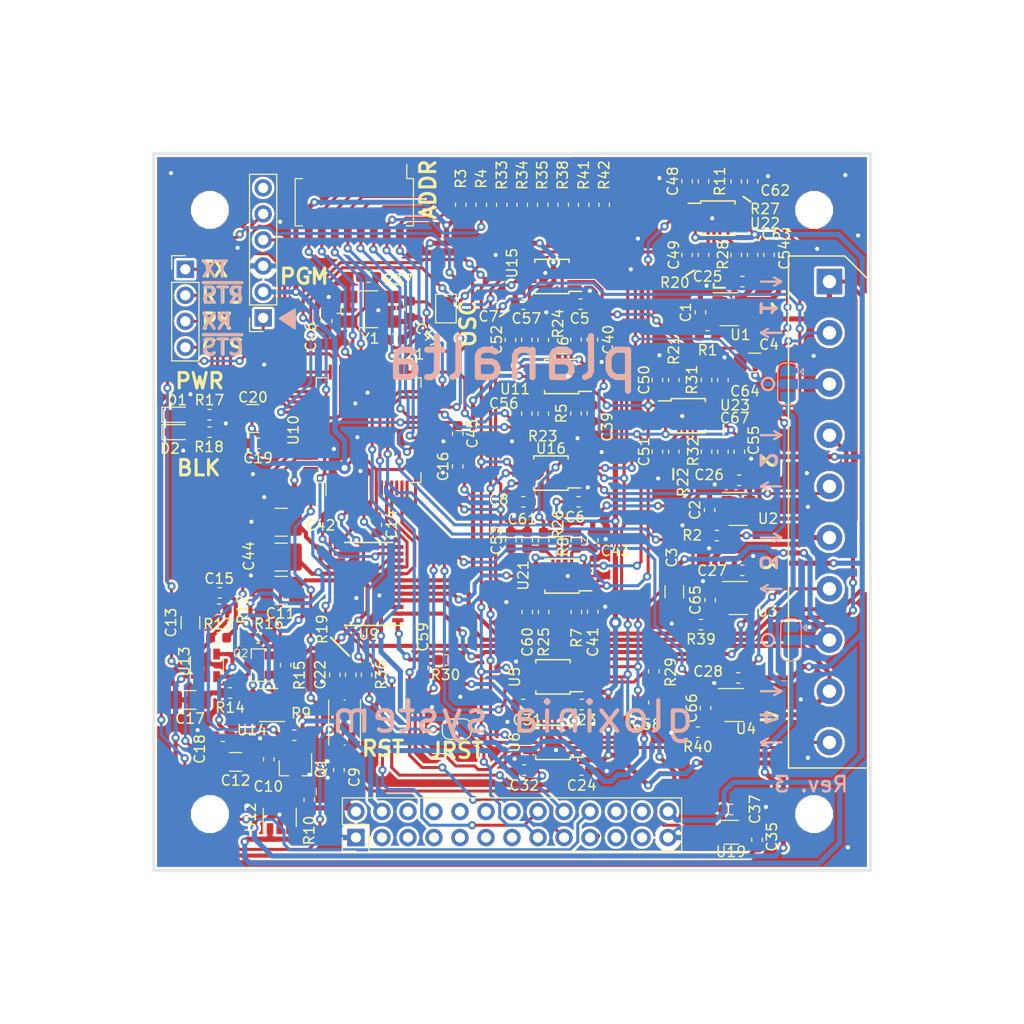
<source format=kicad_pcb>
(kicad_pcb (version 20171130) (host pcbnew 5.0.2-bee76a0~70~ubuntu18.04.1)
  (layers (0 F.Cu signal) (31 B.Cu signal) (34 B.Paste user) (35 F.Paste user) (36 B.SilkS user) (37 F.SilkS user) (38 B.Mask user) (39 F.Mask user) (44 Edge.Cuts user))
  (net 0 "")
  (net 1 /OUT2)
  (net 2 GND)
  (net 3 "Net-(C2-Pad1)")
  (net 4 +4V)
  (net 5 /OUT1)
  (net 6 "Net-(C1-Pad1)")
  (net 7 /OUT4)
  (net 8 /OUT3)
  (net 9 /DRV4)
  (net 10 /DRV3)
  (net 11 /DRV2)
  (net 12 /DRV1)
  (net 13 +5V)
  (net 14 /EN_LDO4)
  (net 15 +3V3)
  (net 16 /EN_VDDA)
  (net 17 /FOUT4)
  (net 18 /FOUT3)
  (net 19 "Net-(C46-Pad2)")
  (net 20 "Net-(R36-Pad1)")
  (net 21 /~MCLR)
  (net 22 /FOUT1)
  (net 23 /FIN3)
  (net 24 /IN3)
  (net 25 "Net-(D2-Pad2)")
  (net 26 /IN1)
  (net 27 /FIN1)
  (net 28 /FIN2)
  (net 29 /IN2)
  (net 30 /IN4)
  (net 31 /FIN4)
  (net 32 /FOUT2)
  (net 33 "Net-(D1-Pad2)")
  (net 34 "Net-(C17-Pad1)")
  (net 35 "Net-(C15-Pad1)")
  (net 36 "Net-(R12-Pad1)")
  (net 37 "Net-(C13-Pad1)")
  (net 38 "Net-(U9-Pad21)")
  (net 39 /~CS2)
  (net 40 /CIN2)
  (net 41 /~CS3)
  (net 42 /CIN3)
  (net 43 /CIN1)
  (net 44 /~CS1)
  (net 45 /~CS4)
  (net 46 /CIN4)
  (net 47 /PGC)
  (net 48 /PGD)
  (net 49 "Net-(U10-Pad21)")
  (net 50 "Net-(C20-Pad1)")
  (net 51 /SDA1_H)
  (net 52 /SCL1_H)
  (net 53 /PGM)
  (net 54 /~RST_ADC)
  (net 55 "Net-(U10-Pad8)")
  (net 56 "Net-(C10-Pad1)")
  (net 57 "Net-(U10-Pad2)")
  (net 58 "Net-(U10-Pad14)")
  (net 59 /~RTS)
  (net 60 /~CTS)
  (net 61 /RX)
  (net 62 /TX)
  (net 63 /REF_C1)
  (net 64 "Net-(U19-Pad6)")
  (net 65 /REF_C2)
  (net 66 "Net-(C48-Pad2)")
  (net 67 "Net-(C39-Pad2)")
  (net 68 "Net-(C40-Pad1)")
  (net 69 "Net-(C41-Pad2)")
  (net 70 "Net-(C43-Pad1)")
  (net 71 "Net-(C49-Pad1)")
  (net 72 "Net-(C61-Pad2)")
  (net 73 "Net-(C67-Pad2)")
  (net 74 "Net-(C64-Pad1)")
  (net 75 "Net-(C63-Pad2)")
  (net 76 "Net-(C62-Pad1)")
  (net 77 "Net-(C60-Pad1)")
  (net 78 "Net-(C57-Pad2)")
  (net 79 "Net-(C56-Pad1)")
  (net 80 "Net-(C51-Pad1)")
  (net 81 "Net-(C50-Pad2)")
  (net 82 "Net-(U10-Pad55)")
  (net 83 "Net-(U10-Pad11)")
  (net 84 "Net-(JP4-Pad2)")
  (net 85 "Net-(U24-Pad3)")
  (net 86 "Net-(U24-Pad5)")
  (net 87 "Net-(U24-Pad6)")
  (net 88 "Net-(U24-Pad7)")
  (net 89 "Net-(U24-Pad8)")
  (net 90 "Net-(U24-Pad9)")
  (net 91 "Net-(U24-Pad10)")
  (net 92 "Net-(U24-Pad11)")
  (net 93 "Net-(U24-Pad12)")
  (net 94 "Net-(U24-Pad14)")
  (net 95 "Net-(U24-Pad19)")
  (net 96 "Net-(U24-Pad21)")
  (net 97 "Net-(U24-Pad22)")
  (net 98 "Net-(U24-Pad23)")
  (net 99 /A0)
  (net 100 /A1)
  (net 101 /A2)
  (net 102 /A3)
  (net 103 /A4)
  (net 104 /A5)
  (net 105 /A6)
  (net 106 /A7)
  (net 107 "Net-(U10-Pad24)")
  (net 108 "Net-(U24-Pad13)")
  (net 109 /~INT)
  (net 110 "Net-(U10-Pad45)")
  (net 111 "Net-(U24-Pad24)")
  (net 112 /EN_REFL)
  (net 113 /REF+1)
  (net 114 /OSC_IN)
  (net 115 /EN_REFH)
  (net 116 /BLK)
  (net 117 /REF+2)
  (net 118 /RPGA1)
  (net 119 /~CNV_ADC)
  (net 120 /SDI_ADC)
  (net 121 /SDO_ADC)
  (net 122 /~CS_ADC)
  (net 123 /SCK_ADC)
  (net 124 /~INT_ADC)
  (net 125 /CHS1)
  (net 126 /CHS0)
  (net 127 "Net-(U10-Pad60)")
  (net 128 "Net-(U10-Pad59)")
  (net 129 /SYNC)
  (net 130 /SDO_PGA)
  (net 131 /SCK_PGA)
  (net 132 /PWR2)
  (net 133 /PWR1)
  (module Resistor_SMD:R_0603_1608Metric (layer F.Cu) (at 84 55 90)
    (fp_text reference R33 (at 2.9 0 90) (layer F.SilkS))
    (fp_text value 10k)
    (pad 2 smd roundrect (at 0.7875 0 90) (size 0.875 0.95) (layers F.Cu F.Paste F.Mask) (net 101 /A2))
    (pad 1 smd roundrect (at -0.7875 0 90) (size 0.875 0.95) (layers F.Cu F.Paste F.Mask) (net 15 +3V3))
  )
  (module Resistor_SMD:R_0603_1608Metric (layer F.Cu) (at 90 55 90)
    (fp_text reference R38 (at 2.9 -0.05 90) (layer F.SilkS))
    (fp_text value 10k)
    (pad 1 smd roundrect (at -0.7875 0 90) (size 0.875 0.95) (layers F.Cu F.Paste F.Mask) (net 15 +3V3))
    (pad 2 smd roundrect (at 0.7875 0 90) (size 0.875 0.95) (layers F.Cu F.Paste F.Mask) (net 104 /A5))
  )
  (module Resistor_SMD:R_0603_1608Metric (layer F.Cu) (at 86 55 90)
    (fp_text reference R34 (at 2.9 0 90) (layer F.SilkS))
    (fp_text value 10k)
    (pad 2 smd roundrect (at 0.7875 0 90) (size 0.875 0.95) (layers F.Cu F.Paste F.Mask) (net 102 /A3))
    (pad 1 smd roundrect (at -0.7875 0 90) (size 0.875 0.95) (layers F.Cu F.Paste F.Mask) (net 15 +3V3))
  )
  (module Resistor_SMD:R_0603_1608Metric (layer F.Cu) (at 92 55 90)
    (fp_text reference R41 (at 2.9 0 90) (layer F.SilkS))
    (fp_text value 10k)
    (pad 1 smd roundrect (at -0.7875 0 90) (size 0.875 0.95) (layers F.Cu F.Paste F.Mask) (net 15 +3V3))
    (pad 2 smd roundrect (at 0.7875 0 90) (size 0.875 0.95) (layers F.Cu F.Paste F.Mask) (net 105 /A6))
  )
  (module Resistor_SMD:R_0603_1608Metric (layer F.Cu) (at 82 55 270)
    (fp_text reference R4 (at -2.55 0 270) (layer F.SilkS))
    (fp_text value 10k)
    (pad 2 smd roundrect (at 0.7875 0 270) (size 0.875 0.95) (layers F.Cu F.Paste F.Mask) (net 100 /A1))
    (pad 1 smd roundrect (at -0.7875 0 270) (size 0.875 0.95) (layers F.Cu F.Paste F.Mask) (net 15 +3V3))
  )
  (module Resistor_SMD:R_0603_1608Metric (layer F.Cu) (at 80 55 90)
    (fp_text reference R3 (at 2.55 0 90) (layer F.SilkS))
    (fp_text value 10k)
    (pad 1 smd roundrect (at -0.7875 0 90) (size 0.875 0.95) (layers F.Cu F.Paste F.Mask) (net 15 +3V3))
    (pad 2 smd roundrect (at 0.7875 0 90) (size 0.875 0.95) (layers F.Cu F.Paste F.Mask) (net 99 /A0))
  )
  (module Resistor_SMD:R_0603_1608Metric (layer F.Cu) (at 88 55 90)
    (fp_text reference R35 (at 2.9 -0.05 90) (layer F.SilkS))
    (fp_text value 10k)
    (pad 2 smd roundrect (at 0.7875 0 90) (size 0.875 0.95) (layers F.Cu F.Paste F.Mask) (net 103 /A4))
    (pad 1 smd roundrect (at -0.7875 0 90) (size 0.875 0.95) (layers F.Cu F.Paste F.Mask) (net 15 +3V3))
  )
  (module Resistor_SMD:R_0603_1608Metric (layer F.Cu) (at 94 55 90)
    (fp_text reference R42 (at 2.9 0 90) (layer F.SilkS))
    (fp_text value 10k)
    (pad 1 smd roundrect (at -0.7875 0 90) (size 0.875 0.95) (layers F.Cu F.Paste F.Mask) (net 15 +3V3))
    (pad 2 smd roundrect (at 0.7875 0 90) (size 0.875 0.95) (layers F.Cu F.Paste F.Mask) (net 106 /A7))
  )
  (module Capacitor_SMD:C_1206_3216Metric (layer F.Cu) (at 100.85 92.8 270)
    (fp_text reference C3 (at -3.35 0.25 270) (layer F.SilkS))
    (fp_text value 2.2uF)
    (pad 1 smd roundrect (at -1.4 0 270) (size 1.25 1.75) (layers F.Cu F.Paste F.Mask) (roundrect_rratio 0.2) (net 132 /PWR2))
    (pad 2 smd roundrect (at 1.4 0 270) (size 1.25 1.75) (layers F.Cu F.Paste F.Mask) (roundrect_rratio 0.2) (net 2 GND))
  )
  (module Capacitor_SMD:C_1206_3216Metric (layer F.Cu) (at 108.7 70.4 180)
    (fp_text reference C4 (at -1.4 1.75 180) (layer F.SilkS))
    (fp_text value 2.2uF)
    (pad 2 smd roundrect (at 1.4 0 180) (size 1.25 1.75) (layers F.Cu F.Paste F.Mask) (roundrect_rratio 0.2) (net 2 GND))
    (pad 1 smd roundrect (at -1.4 0 180) (size 1.25 1.75) (layers F.Cu F.Paste F.Mask) (roundrect_rratio 0.2) (net 133 /PWR1))
  )
  (module Capacitor_SMD:C_1206_3216Metric (layer F.Cu) (at 58 109.4 180)
    (fp_text reference C12 (at 0 -1.82 180) (layer F.SilkS))
    (fp_text value 2.2uF)
    (pad 1 smd roundrect (at -1.4 0 180) (size 1.25 1.75) (layers F.Cu F.Paste F.Mask) (roundrect_rratio 0.2) (net 4 +4V))
    (pad 2 smd roundrect (at 1.4 0 180) (size 1.25 1.75) (layers F.Cu F.Paste F.Mask) (roundrect_rratio 0.2) (net 2 GND))
  )
  (module Jumper:SolderJumper-3_P1.3mm_Open_RoundedPad1.0x1.5mm (layer B.Cu) (at 111.95 72.5 270)
    (fp_text reference JP2 hide)
    (fp_text value Jumper_3_Open)
    (pad 2 smd rect (at 0 0 270) (size 1 1.5) (layers B.Cu B.Mask) (net 133 /PWR1))
    (pad 3 smd custom (at 1.3 0 270) (size 1 0.5) (layers B.Cu B.Mask) (net 117 /REF+2) (options (clearance outline) (anchor rect)) (primitives (gr_circle (center 0 -0.25) (end 0.5 -0.25) (width 0)) (gr_circle (center 0 0.25) (end 0.5 0.25) (width 0)) (gr_poly (pts (xy -0.55 0.75) (xy 0 0.75) (xy 0 -0.75) (xy -0.55 -0.75)) (width 0))))
    (pad 1 smd custom (at -1.3 0 270) (size 1 0.5) (layers B.Cu B.Mask) (net 2 GND) (options (clearance outline) (anchor rect)) (primitives (gr_circle (center 0 -0.25) (end 0.5 -0.25) (width 0)) (gr_circle (center 0 0.25) (end 0.5 0.25) (width 0)) (gr_poly (pts (xy 0.55 0.75) (xy 0 0.75) (xy 0 -0.75) (xy 0.55 -0.75)) (width 0))))
  )
  (module Jumper:SolderJumper-3_P1.3mm_Open_RoundedPad1.0x1.5mm (layer B.Cu) (at 112.25 97.5 270)
    (fp_text reference JP3 hide)
    (fp_text value Jumper_3_Open)
    (pad 1 smd custom (at -1.3 0 270) (size 1 0.5) (layers B.Cu B.Mask) (net 2 GND) (options (clearance outline) (anchor rect)) (primitives (gr_circle (center 0 -0.25) (end 0.5 -0.25) (width 0)) (gr_circle (center 0 0.25) (end 0.5 0.25) (width 0)) (gr_poly (pts (xy 0.55 0.75) (xy 0 0.75) (xy 0 -0.75) (xy 0.55 -0.75)) (width 0))))
    (pad 3 smd custom (at 1.3 0 270) (size 1 0.5) (layers B.Cu B.Mask) (net 117 /REF+2) (options (clearance outline) (anchor rect)) (primitives (gr_circle (center 0 -0.25) (end 0.5 -0.25) (width 0)) (gr_circle (center 0 0.25) (end 0.5 0.25) (width 0)) (gr_poly (pts (xy -0.55 0.75) (xy 0 0.75) (xy 0 -0.75) (xy -0.55 -0.75)) (width 0))))
    (pad 2 smd rect (at 0 0 270) (size 1 1.5) (layers B.Cu B.Mask) (net 132 /PWR2))
  )
  (module Package_TO_SOT_SMD:SOT-23-5 (layer F.Cu) (at 62.32 114.82 90)
    (fp_text reference U12 (at 0 -2.85 90) (layer F.SilkS))
    (fp_text value LP2985-5.0)
    (pad 5 smd rect (at 1.1 -0.95 90) (size 1.06 0.65) (layers F.Cu F.Paste F.Mask) (net 4 +4V))
    (pad 4 smd rect (at 1.1 0.95 90) (size 1.06 0.65) (layers F.Cu F.Paste F.Mask) (net 56 "Net-(C10-Pad1)"))
    (pad 3 smd rect (at -1.1 0.95 90) (size 1.06 0.65) (layers F.Cu F.Paste F.Mask) (net 14 /EN_LDO4))
    (pad 2 smd rect (at -1.1 0 90) (size 1.06 0.65) (layers F.Cu F.Paste F.Mask) (net 2 GND))
    (pad 1 smd rect (at -1.1 -0.95 90) (size 1.06 0.65) (layers F.Cu F.Paste F.Mask) (net 13 +5V))
  )
  (module Button_Switch_SMD:SW_DIP_SPSTx08_Slide_Omron_A6H-8101_W6.15mm_P1.27mm (layer F.Cu) (at 69.6 54.75 270)
    (fp_text reference SW2 hide)
    (fp_text value SW_DIP_x08)
    (pad 16 smd rect (at 3.075 -4.445 270) (size 1.25 0.76) (layers F.Cu F.Paste F.Mask) (net 99 /A0))
    (pad 8 smd rect (at -3.075 4.445 270) (size 1.25 0.76) (layers F.Cu F.Paste F.Mask) (net 2 GND))
    (pad 15 smd rect (at 3.075 -3.175 270) (size 1.25 0.76) (layers F.Cu F.Paste F.Mask) (net 100 /A1))
    (pad 7 smd rect (at -3.075 3.175 270) (size 1.25 0.76) (layers F.Cu F.Paste F.Mask) (net 2 GND))
    (pad 14 smd rect (at 3.075 -1.905 270) (size 1.25 0.76) (layers F.Cu F.Paste F.Mask) (net 101 /A2))
    (pad 6 smd rect (at -3.075 1.905 270) (size 1.25 0.76) (layers F.Cu F.Paste F.Mask) (net 2 GND))
    (pad 13 smd rect (at 3.075 -0.635 270) (size 1.25 0.76) (layers F.Cu F.Paste F.Mask) (net 102 /A3))
    (pad 5 smd rect (at -3.075 0.635 270) (size 1.25 0.76) (layers F.Cu F.Paste F.Mask) (net 2 GND))
    (pad 12 smd rect (at 3.075 0.635 270) (size 1.25 0.76) (layers F.Cu F.Paste F.Mask) (net 103 /A4))
    (pad 4 smd rect (at -3.075 -0.635 270) (size 1.25 0.76) (layers F.Cu F.Paste F.Mask) (net 2 GND))
    (pad 11 smd rect (at 3.075 1.905 270) (size 1.25 0.76) (layers F.Cu F.Paste F.Mask) (net 104 /A5))
    (pad 3 smd rect (at -3.075 -1.905 270) (size 1.25 0.76) (layers F.Cu F.Paste F.Mask) (net 2 GND))
    (pad 10 smd rect (at 3.075 3.175 270) (size 1.25 0.76) (layers F.Cu F.Paste F.Mask) (net 105 /A6))
    (pad 2 smd rect (at -3.075 -3.175 270) (size 1.25 0.76) (layers F.Cu F.Paste F.Mask) (net 2 GND))
    (pad 9 smd rect (at 3.075 4.445 270) (size 1.25 0.76) (layers F.Cu F.Paste F.Mask) (net 106 /A7))
    (pad 1 smd rect (at -3.075 -4.445 270) (size 1.25 0.76) (layers F.Cu F.Paste F.Mask) (net 2 GND))
  )
  (module Connector_PinHeader_2.54mm:PinHeader_2x13_P2.54mm_Vertical (layer F.Cu) (at 69.76 116.79 90)
    (fp_text reference U24 hide)
    (fp_text value gloxinia_connector_small)
    (pad 26 thru_hole oval (at 2.54 30.48 90) (size 1.7 1.7) (drill 1) (layers *.Cu *.Mask) (net 13 +5V))
    (pad 25 thru_hole oval (at 0 30.48 90) (size 1.7 1.7) (drill 1) (layers *.Cu *.Mask) (net 2 GND))
    (pad 24 thru_hole oval (at 2.54 27.94 90) (size 1.7 1.7) (drill 1) (layers *.Cu *.Mask) (net 111 "Net-(U24-Pad24)"))
    (pad 23 thru_hole oval (at 0 27.94 90) (size 1.7 1.7) (drill 1) (layers *.Cu *.Mask) (net 98 "Net-(U24-Pad23)"))
    (pad 22 thru_hole oval (at 2.54 25.4 90) (size 1.7 1.7) (drill 1) (layers *.Cu *.Mask) (net 97 "Net-(U24-Pad22)"))
    (pad 21 thru_hole oval (at 0 25.4 90) (size 1.7 1.7) (drill 1) (layers *.Cu *.Mask) (net 96 "Net-(U24-Pad21)"))
    (pad 20 thru_hole oval (at 2.54 22.86 90) (size 1.7 1.7) (drill 1) (layers *.Cu *.Mask) (net 129 /SYNC))
    (pad 19 thru_hole oval (at 0 22.86 90) (size 1.7 1.7) (drill 1) (layers *.Cu *.Mask) (net 95 "Net-(U24-Pad19)"))
    (pad 18 thru_hole oval (at 2.54 20.32 90) (size 1.7 1.7) (drill 1) (layers *.Cu *.Mask) (net 52 /SCL1_H))
    (pad 17 thru_hole oval (at 0 20.32 90) (size 1.7 1.7) (drill 1) (layers *.Cu *.Mask) (net 51 /SDA1_H))
    (pad 16 thru_hole oval (at 2.54 17.78 90) (size 1.7 1.7) (drill 1) (layers *.Cu *.Mask) (net 109 /~INT))
    (pad 15 thru_hole oval (at 0 17.78 90) (size 1.7 1.7) (drill 1) (layers *.Cu *.Mask) (net 84 "Net-(JP4-Pad2)"))
    (pad 14 thru_hole oval (at 2.54 15.24 90) (size 1.7 1.7) (drill 1) (layers *.Cu *.Mask) (net 94 "Net-(U24-Pad14)"))
    (pad 13 thru_hole oval (at 0 15.24 90) (size 1.7 1.7) (drill 1) (layers *.Cu *.Mask) (net 108 "Net-(U24-Pad13)"))
    (pad 12 thru_hole oval (at 2.54 12.7 90) (size 1.7 1.7) (drill 1) (layers *.Cu *.Mask) (net 93 "Net-(U24-Pad12)"))
    (pad 11 thru_hole oval (at 0 12.7 90) (size 1.7 1.7) (drill 1) (layers *.Cu *.Mask) (net 92 "Net-(U24-Pad11)"))
    (pad 10 thru_hole oval (at 2.54 10.16 90) (size 1.7 1.7) (drill 1) (layers *.Cu *.Mask) (net 91 "Net-(U24-Pad10)"))
    (pad 9 thru_hole oval (at 0 10.16 90) (size 1.7 1.7) (drill 1) (layers *.Cu *.Mask) (net 90 "Net-(U24-Pad9)"))
    (pad 8 thru_hole oval (at 2.54 7.62 90) (size 1.7 1.7) (drill 1) (layers *.Cu *.Mask) (net 89 "Net-(U24-Pad8)"))
    (pad 7 thru_hole oval (at 0 7.62 90) (size 1.7 1.7) (drill 1) (layers *.Cu *.Mask) (net 88 "Net-(U24-Pad7)"))
    (pad 6 thru_hole oval (at 2.54 5.08 90) (size 1.7 1.7) (drill 1) (layers *.Cu *.Mask) (net 87 "Net-(U24-Pad6)"))
    (pad 5 thru_hole oval (at 0 5.08 90) (size 1.7 1.7) (drill 1) (layers *.Cu *.Mask) (net 86 "Net-(U24-Pad5)"))
    (pad 4 thru_hole oval (at 2.54 2.54 90) (size 1.7 1.7) (drill 1) (layers *.Cu *.Mask) (net 15 +3V3))
    (pad 3 thru_hole oval (at 0 2.54 90) (size 1.7 1.7) (drill 1) (layers *.Cu *.Mask) (net 85 "Net-(U24-Pad3)"))
    (pad 2 thru_hole oval (at 2.54 0 90) (size 1.7 1.7) (drill 1) (layers *.Cu *.Mask) (net 13 +5V))
    (pad 1 thru_hole rect (at 0 0 90) (size 1.7 1.7) (drill 1) (layers *.Cu *.Mask) (net 2 GND))
  )
  (module Jumper:SolderJumper-2_P1.3mm_Open_RoundedPad1.0x1.5mm (layer F.Cu) (at 79.6 106.2)
    (fp_text reference JP4 hide)
    (fp_text value Jumper)
    (pad 2 smd custom (at 0.65 0) (size 1 0.5) (layers F.Cu F.Mask) (net 84 "Net-(JP4-Pad2)") (options (clearance outline) (anchor rect)) (primitives (gr_circle (center 0 0.25) (end 0.5 0.25) (width 0)) (gr_circle (center 0 -0.25) (end 0.5 -0.25) (width 0)) (gr_poly (pts (xy 0 -0.75) (xy -0.5 -0.75) (xy -0.5 0.75) (xy 0 0.75)) (width 0))))
    (pad 1 smd custom (at -0.65 0) (size 1 0.5) (layers F.Cu F.Mask) (net 21 /~MCLR) (options (clearance outline) (anchor rect)) (primitives (gr_circle (center 0 0.25) (end 0.5 0.25) (width 0)) (gr_circle (center 0 -0.25) (end 0.5 -0.25) (width 0)) (gr_poly (pts (xy 0 -0.75) (xy 0.5 -0.75) (xy 0.5 0.75) (xy 0 0.75)) (width 0))))
  )
  (module Package_QFP:TQFP-64_10x10mm_P0.5mm (layer F.Cu) (at 71 77 90)
    (fp_text reference U10 (at 0 -7.35 90) (layer F.SilkS))
    (fp_text value dsPIC33EP512MC806)
    (pad 64 smd roundrect (at -3.75 -5.6625 90) (size 0.3 1.475) (layers F.Cu F.Paste F.Mask) (net 63 /REF_C1))
    (pad 63 smd roundrect (at -3.25 -5.6625 90) (size 0.3 1.475) (layers F.Cu F.Paste F.Mask) (net 65 /REF_C2))
    (pad 62 smd roundrect (at -2.75 -5.6625 90) (size 0.3 1.475) (layers F.Cu F.Paste F.Mask) (net 112 /EN_REFL))
    (pad 61 smd roundrect (at -2.25 -5.6625 90) (size 0.3 1.475) (layers F.Cu F.Paste F.Mask) (net 16 /EN_VDDA))
    (pad 60 smd roundrect (at -1.75 -5.6625 90) (size 0.3 1.475) (layers F.Cu F.Paste F.Mask) (net 127 "Net-(U10-Pad60)"))
    (pad 59 smd roundrect (at -1.25 -5.6625 90) (size 0.3 1.475) (layers F.Cu F.Paste F.Mask) (net 128 "Net-(U10-Pad59)"))
    (pad 58 smd roundrect (at -0.75 -5.6625 90) (size 0.3 1.475) (layers F.Cu F.Paste F.Mask) (net 116 /BLK))
    (pad 57 smd roundrect (at -0.25 -5.6625 90) (size 0.3 1.475) (layers F.Cu F.Paste F.Mask) (net 15 +3V3))
    (pad 56 smd roundrect (at 0.25 -5.6625 90) (size 0.3 1.475) (layers F.Cu F.Paste F.Mask) (net 50 "Net-(C20-Pad1)"))
    (pad 55 smd roundrect (at 0.75 -5.6625 90) (size 0.3 1.475) (layers F.Cu F.Paste F.Mask) (net 82 "Net-(U10-Pad55)"))
    (pad 54 smd roundrect (at 1.25 -5.6625 90) (size 0.3 1.475) (layers F.Cu F.Paste F.Mask) (net 131 /SCK_PGA))
    (pad 53 smd roundrect (at 1.75 -5.6625 90) (size 0.3 1.475) (layers F.Cu F.Paste F.Mask) (net 130 /SDO_PGA))
    (pad 52 smd roundrect (at 2.25 -5.6625 90) (size 0.3 1.475) (layers F.Cu F.Paste F.Mask) (net 60 /~CTS))
    (pad 51 smd roundrect (at 2.75 -5.6625 90) (size 0.3 1.475) (layers F.Cu F.Paste F.Mask) (net 61 /RX))
    (pad 50 smd roundrect (at 3.25 -5.6625 90) (size 0.3 1.475) (layers F.Cu F.Paste F.Mask) (net 59 /~RTS))
    (pad 49 smd roundrect (at 3.75 -5.6625 90) (size 0.3 1.475) (layers F.Cu F.Paste F.Mask) (net 62 /TX))
    (pad 48 smd roundrect (at 5.6625 -3.75 90) (size 1.475 0.3) (layers F.Cu F.Paste F.Mask) (net 47 /PGC))
    (pad 47 smd roundrect (at 5.6625 -3.25 90) (size 1.475 0.3) (layers F.Cu F.Paste F.Mask) (net 48 /PGD))
    (pad 46 smd roundrect (at 5.6625 -2.75 90) (size 1.475 0.3) (layers F.Cu F.Paste F.Mask) (net 109 /~INT))
    (pad 45 smd roundrect (at 5.6625 -2.25 90) (size 1.475 0.3) (layers F.Cu F.Paste F.Mask) (net 110 "Net-(U10-Pad45)"))
    (pad 44 smd roundrect (at 5.6625 -1.75 90) (size 1.475 0.3) (layers F.Cu F.Paste F.Mask) (net 106 /A7))
    (pad 43 smd roundrect (at 5.6625 -1.25 90) (size 1.475 0.3) (layers F.Cu F.Paste F.Mask) (net 105 /A6))
    (pad 42 smd roundrect (at 5.6625 -0.75 90) (size 1.475 0.3) (layers F.Cu F.Paste F.Mask) (net 104 /A5))
    (pad 41 smd roundrect (at 5.6625 -0.25 90) (size 1.475 0.3) (layers F.Cu F.Paste F.Mask) (net 2 GND))
    (pad 40 smd roundrect (at 5.6625 0.25 90) (size 1.475 0.3) (layers F.Cu F.Paste F.Mask) (net 19 "Net-(C46-Pad2)"))
    (pad 39 smd roundrect (at 5.6625 0.75 90) (size 1.475 0.3) (layers F.Cu F.Paste F.Mask) (net 114 /OSC_IN))
    (pad 38 smd roundrect (at 5.6625 1.25 90) (size 1.475 0.3) (layers F.Cu F.Paste F.Mask) (net 15 +3V3))
    (pad 37 smd roundrect (at 5.6625 1.75 90) (size 1.475 0.3) (layers F.Cu F.Paste F.Mask) (net 52 /SCL1_H))
    (pad 36 smd roundrect (at 5.6625 2.25 90) (size 1.475 0.3) (layers F.Cu F.Paste F.Mask) (net 51 /SDA1_H))
    (pad 35 smd roundrect (at 5.6625 2.75 90) (size 1.475 0.3) (layers F.Cu F.Paste F.Mask) (net 103 /A4))
    (pad 34 smd roundrect (at 5.6625 3.25 90) (size 1.475 0.3) (layers F.Cu F.Paste F.Mask) (net 12 /DRV1))
    (pad 33 smd roundrect (at 5.6625 3.75 90) (size 1.475 0.3) (layers F.Cu F.Paste F.Mask) (net 11 /DRV2))
    (pad 32 smd roundrect (at 3.75 5.6625 90) (size 0.3 1.475) (layers F.Cu F.Paste F.Mask) (net 9 /DRV4))
    (pad 31 smd roundrect (at 3.25 5.6625 90) (size 0.3 1.475) (layers F.Cu F.Paste F.Mask) (net 10 /DRV3))
    (pad 30 smd roundrect (at 2.75 5.6625 90) (size 0.3 1.475) (layers F.Cu F.Paste F.Mask) (net 99 /A0))
    (pad 29 smd roundrect (at 2.25 5.6625 90) (size 0.3 1.475) (layers F.Cu F.Paste F.Mask) (net 44 /~CS1))
    (pad 28 smd roundrect (at 1.75 5.6625 90) (size 0.3 1.475) (layers F.Cu F.Paste F.Mask) (net 39 /~CS2))
    (pad 27 smd roundrect (at 1.25 5.6625 90) (size 0.3 1.475) (layers F.Cu F.Paste F.Mask) (net 102 /A3))
    (pad 26 smd roundrect (at 0.75 5.6625 90) (size 0.3 1.475) (layers F.Cu F.Paste F.Mask) (net 15 +3V3))
    (pad 25 smd roundrect (at 0.25 5.6625 90) (size 0.3 1.475) (layers F.Cu F.Paste F.Mask) (net 2 GND))
    (pad 24 smd roundrect (at -0.25 5.6625 90) (size 0.3 1.475) (layers F.Cu F.Paste F.Mask) (net 107 "Net-(U10-Pad24)"))
    (pad 23 smd roundrect (at -0.75 5.6625 90) (size 0.3 1.475) (layers F.Cu F.Paste F.Mask) (net 100 /A1))
    (pad 22 smd roundrect (at -1.25 5.6625 90) (size 0.3 1.475) (layers F.Cu F.Paste F.Mask) (net 101 /A2))
    (pad 21 smd roundrect (at -1.75 5.6625 90) (size 0.3 1.475) (layers F.Cu F.Paste F.Mask) (net 49 "Net-(U10-Pad21)"))
    (pad 20 smd roundrect (at -2.25 5.6625 90) (size 0.3 1.475) (layers F.Cu F.Paste F.Mask) (net 2 GND))
    (pad 19 smd roundrect (at -2.75 5.6625 90) (size 0.3 1.475) (layers F.Cu F.Paste F.Mask) (net 15 +3V3))
    (pad 18 smd roundrect (at -3.25 5.6625 90) (size 0.3 1.475) (layers F.Cu F.Paste F.Mask) (net 126 /CHS0))
    (pad 17 smd roundrect (at -3.75 5.6625 90) (size 0.3 1.475) (layers F.Cu F.Paste F.Mask) (net 125 /CHS1))
    (pad 16 smd roundrect (at -5.6625 3.75 90) (size 1.475 0.3) (layers F.Cu F.Paste F.Mask) (net 41 /~CS3))
    (pad 15 smd roundrect (at -5.6625 3.25 90) (size 1.475 0.3) (layers F.Cu F.Paste F.Mask) (net 45 /~CS4))
    (pad 14 smd roundrect (at -5.6625 2.75 90) (size 1.475 0.3) (layers F.Cu F.Paste F.Mask) (net 58 "Net-(U10-Pad14)"))
    (pad 13 smd roundrect (at -5.6625 2.25 90) (size 1.475 0.3) (layers F.Cu F.Paste F.Mask) (net 54 /~RST_ADC))
    (pad 12 smd roundrect (at -5.6625 1.75 90) (size 1.475 0.3) (layers F.Cu F.Paste F.Mask) (net 124 /~INT_ADC))
    (pad 11 smd roundrect (at -5.6625 1.25 90) (size 1.475 0.3) (layers F.Cu F.Paste F.Mask) (net 83 "Net-(U10-Pad11)"))
    (pad 10 smd roundrect (at -5.6625 0.75 90) (size 1.475 0.3) (layers F.Cu F.Paste F.Mask) (net 15 +3V3))
    (pad 9 smd roundrect (at -5.6625 0.25 90) (size 1.475 0.3) (layers F.Cu F.Paste F.Mask) (net 2 GND))
    (pad 8 smd roundrect (at -5.6625 -0.25 90) (size 1.475 0.3) (layers F.Cu F.Paste F.Mask) (net 55 "Net-(U10-Pad8)"))
    (pad 7 smd roundrect (at -5.6625 -0.75 90) (size 1.475 0.3) (layers F.Cu F.Paste F.Mask) (net 20 "Net-(R36-Pad1)"))
    (pad 6 smd roundrect (at -5.6625 -1.25 90) (size 1.475 0.3) (layers F.Cu F.Paste F.Mask) (net 121 /SDO_ADC))
    (pad 5 smd roundrect (at -5.6625 -1.75 90) (size 1.475 0.3) (layers F.Cu F.Paste F.Mask) (net 120 /SDI_ADC))
    (pad 4 smd roundrect (at -5.6625 -2.25 90) (size 1.475 0.3) (layers F.Cu F.Paste F.Mask) (net 123 /SCK_ADC))
    (pad 3 smd roundrect (at -5.6625 -2.75 90) (size 1.475 0.3) (layers F.Cu F.Paste F.Mask) (net 119 /~CNV_ADC))
    (pad 2 smd roundrect (at -5.6625 -3.25 90) (size 1.475 0.3) (layers F.Cu F.Paste F.Mask) (net 57 "Net-(U10-Pad2)"))
    (pad 1 smd roundrect (at -5.6625 -3.75 90) (size 1.475 0.3) (layers F.Cu F.Paste F.Mask) (net 122 /~CS_ADC))
  )
  (module Package_TO_SOT_SMD:SOT-23-6 (layer F.Cu) (at 107.1 93.4)
    (fp_text reference U3 (at 2.85 1.3) (layer F.SilkS))
    (fp_text value MAX4475_var)
    (pad 5 smd rect (at 1.1 0) (size 1.06 0.65) (layers F.Cu F.Paste F.Mask) (net 13 +5V))
    (pad 6 smd rect (at 1.1 -0.95) (size 1.06 0.65) (layers F.Cu F.Paste F.Mask) (net 13 +5V))
    (pad 4 smd rect (at 1.1 0.95) (size 1.06 0.65) (layers F.Cu F.Paste F.Mask) (net 8 /OUT3))
    (pad 3 smd rect (at -1.1 0.95) (size 1.06 0.65) (layers F.Cu F.Paste F.Mask) (net 18 /FOUT3))
    (pad 2 smd rect (at -1.1 0) (size 1.06 0.65) (layers F.Cu F.Paste F.Mask) (net 2 GND))
    (pad 1 smd rect (at -1.1 -0.95) (size 1.06 0.65) (layers F.Cu F.Paste F.Mask) (net 8 /OUT3))
  )
  (module custom_footprints:Header-P5.00mm-10C (layer F.Cu) (at 116 62.5 270)
    (fp_text reference J10 hide)
    (fp_text value Screw_Terminal_01x10)
    (pad 10 thru_hole circle (at 45 0 270) (size 2.5 2.5) (drill 1.3) (layers *.Cu *.Mask) (net 46 /CIN4))
    (pad 9 thru_hole circle (at 40 0 270) (size 2.5 2.5) (drill 1.3) (layers *.Cu *.Mask) (net 7 /OUT4))
    (pad 8 thru_hole circle (at 35 0 270) (size 2.5 2.5) (drill 1.3) (layers *.Cu *.Mask) (net 132 /PWR2))
    (pad 7 thru_hole circle (at 30 0 270) (size 2.5 2.5) (drill 1.3) (layers *.Cu *.Mask) (net 42 /CIN3))
    (pad 6 thru_hole circle (at 25 0 270) (size 2.5 2.5) (drill 1.3) (layers *.Cu *.Mask) (net 8 /OUT3))
    (pad 5 thru_hole circle (at 20 0 270) (size 2.5 2.5) (drill 1.3) (layers *.Cu *.Mask) (net 40 /CIN2))
    (pad 4 thru_hole circle (at 15 0 270) (size 2.5 2.5) (drill 1.3) (layers *.Cu *.Mask) (net 1 /OUT2))
    (pad 3 thru_hole circle (at 10 0 270) (size 2.5 2.5) (drill 1.3) (layers *.Cu *.Mask) (net 133 /PWR1))
    (pad 2 thru_hole circle (at 5 0 270) (size 2.5 2.5) (drill 1.3) (layers *.Cu *.Mask) (net 43 /CIN1))
    (pad 1 thru_hole rect (at 0 0 270) (size 2.5 2.5) (drill 1.3) (layers *.Cu *.Mask) (net 5 /OUT1))
  )
  (module MountingHole:MountingHole_3.2mm_M3 (layer F.Cu) (at 114.5 55.5 270)
    (fp_text reference H1 hide)
    (fp_text value MountingHole)
    (pad 1 np_thru_hole circle (at 0 0 270) (size 3.2 3.2) (drill 3.2) (layers *.Cu *.Mask))
  )
  (module Button_Switch_SMD:SW_SPST_KMR2 (layer F.Cu) (at 68.65 105.55 270)
    (fp_text reference SW1 hide)
    (fp_text value SW_Push)
    (pad 2 smd rect (at 2.05 0.8) (size 0.9 1) (layers F.Cu F.Paste F.Mask) (net 21 /~MCLR))
    (pad 1 smd rect (at 2.05 -0.8) (size 0.9 1) (layers F.Cu F.Paste F.Mask) (net 2 GND))
    (pad 2 smd rect (at -2.05 0.8) (size 0.9 1) (layers F.Cu F.Paste F.Mask) (net 21 /~MCLR))
    (pad 1 smd rect (at -2.05 -0.8) (size 0.9 1) (layers F.Cu F.Paste F.Mask) (net 2 GND))
  )
  (module LED_SMD:LED_0603_1608Metric (layer F.Cu) (at 52.3 75.5)
    (fp_text reference D1 (at 0 -1.43) (layer F.SilkS))
    (fp_text value LED)
    (pad 2 smd roundrect (at 0.7875 0) (size 0.875 0.95) (layers F.Cu F.Paste F.Mask) (net 33 "Net-(D1-Pad2)"))
    (pad 1 smd roundrect (at -0.7875 0) (size 0.875 0.95) (layers F.Cu F.Paste F.Mask) (net 2 GND))
  )
  (module Capacitor_SMD:C_0603_1608Metric (layer F.Cu) (at 104.3 84.8 90)
    (fp_text reference C2 (at 0 -1.43 90) (layer F.SilkS))
    (fp_text value 120pF)
    (pad 2 smd roundrect (at 0.7875 0 90) (size 0.875 0.95) (layers F.Cu F.Paste F.Mask) (net 2 GND))
    (pad 1 smd roundrect (at -0.7875 0 90) (size 0.875 0.95) (layers F.Cu F.Paste F.Mask) (net 3 "Net-(C2-Pad1)"))
  )
  (module Package_TO_SOT_SMD:SOT-23-6 (layer F.Cu) (at 106.7 103.85)
    (fp_text reference U4 (at 1.15 2.325) (layer F.SilkS))
    (fp_text value MAX4475_var)
    (pad 5 smd rect (at 1.1 0) (size 1.06 0.65) (layers F.Cu F.Paste F.Mask) (net 13 +5V))
    (pad 6 smd rect (at 1.1 -0.95) (size 1.06 0.65) (layers F.Cu F.Paste F.Mask) (net 13 +5V))
    (pad 4 smd rect (at 1.1 0.95) (size 1.06 0.65) (layers F.Cu F.Paste F.Mask) (net 7 /OUT4))
    (pad 3 smd rect (at -1.1 0.95) (size 1.06 0.65) (layers F.Cu F.Paste F.Mask) (net 17 /FOUT4))
    (pad 2 smd rect (at -1.1 0) (size 1.06 0.65) (layers F.Cu F.Paste F.Mask) (net 2 GND))
    (pad 1 smd rect (at -1.1 -0.95) (size 1.06 0.65) (layers F.Cu F.Paste F.Mask) (net 7 /OUT4))
  )
  (module Package_TO_SOT_SMD:SOT-23-6 (layer F.Cu) (at 106.2 65.2)
    (fp_text reference U1 (at 1.1 2.5) (layer F.SilkS))
    (fp_text value MAX4475_var)
    (pad 5 smd rect (at 1.1 0) (size 1.06 0.65) (layers F.Cu F.Paste F.Mask) (net 13 +5V))
    (pad 6 smd rect (at 1.1 -0.95) (size 1.06 0.65) (layers F.Cu F.Paste F.Mask) (net 13 +5V))
    (pad 4 smd rect (at 1.1 0.95) (size 1.06 0.65) (layers F.Cu F.Paste F.Mask) (net 5 /OUT1))
    (pad 3 smd rect (at -1.1 0.95) (size 1.06 0.65) (layers F.Cu F.Paste F.Mask) (net 6 "Net-(C1-Pad1)"))
    (pad 2 smd rect (at -1.1 0) (size 1.06 0.65) (layers F.Cu F.Paste F.Mask) (net 2 GND))
    (pad 1 smd rect (at -1.1 -0.95) (size 1.06 0.65) (layers F.Cu F.Paste F.Mask) (net 5 /OUT1))
  )
  (module Package_TO_SOT_SMD:SOT-23-6 (layer F.Cu) (at 107.1 84.7)
    (fp_text reference U2 (at 2.9 0.95) (layer F.SilkS))
    (fp_text value MAX4475_var)
    (pad 5 smd rect (at 1.1 0) (size 1.06 0.65) (layers F.Cu F.Paste F.Mask) (net 13 +5V))
    (pad 6 smd rect (at 1.1 -0.95) (size 1.06 0.65) (layers F.Cu F.Paste F.Mask) (net 13 +5V))
    (pad 4 smd rect (at 1.1 0.95) (size 1.06 0.65) (layers F.Cu F.Paste F.Mask) (net 1 /OUT2))
    (pad 3 smd rect (at -1.1 0.95) (size 1.06 0.65) (layers F.Cu F.Paste F.Mask) (net 3 "Net-(C2-Pad1)"))
    (pad 2 smd rect (at -1.1 0) (size 1.06 0.65) (layers F.Cu F.Paste F.Mask) (net 2 GND))
    (pad 1 smd rect (at -1.1 -0.95) (size 1.06 0.65) (layers F.Cu F.Paste F.Mask) (net 1 /OUT2))
  )
  (module Capacitor_SMD:C_0603_1608Metric (layer F.Cu) (at 84.851559 68.182047 270)
    (fp_text reference C52 (at 0 1.351559 270) (layer F.SilkS))
    (fp_text value 0.1uF)
    (pad 2 smd roundrect (at 0.7875 0 270) (size 0.875 0.95) (layers F.Cu F.Paste F.Mask) (net 13 +5V))
    (pad 1 smd roundrect (at -0.7875 0 270) (size 0.875 0.95) (layers F.Cu F.Paste F.Mask) (net 2 GND))
  )
  (module Capacitor_SMD:C_0603_1608Metric (layer F.Cu) (at 103.4 65.5 90)
    (fp_text reference C1 (at 0 -1.43 90) (layer F.SilkS))
    (fp_text value 120pF)
    (pad 2 smd roundrect (at 0.7875 0 90) (size 0.875 0.95) (layers F.Cu F.Paste F.Mask) (net 2 GND))
    (pad 1 smd roundrect (at -0.7875 0 90) (size 0.875 0.95) (layers F.Cu F.Paste F.Mask) (net 6 "Net-(C1-Pad1)"))
  )
  (module Capacitor_SMD:C_0603_1608Metric (layer F.Cu) (at 68.1 110.2 90)
    (fp_text reference C9 (at -0.7 1.5 90) (layer F.SilkS))
    (fp_text value 1uF)
    (pad 2 smd roundrect (at 0.7875 0 90) (size 0.875 0.95) (layers F.Cu F.Paste F.Mask) (net 2 GND))
    (pad 1 smd roundrect (at -0.7875 0 90) (size 0.875 0.95) (layers F.Cu F.Paste F.Mask) (net 13 +5V))
  )
  (module Capacitor_SMD:C_0603_1608Metric (layer F.Cu) (at 61.25 109.15 90)
    (fp_text reference C10 (at -2.65 -0.05 180) (layer F.SilkS))
    (fp_text value 0.01uF)
    (pad 2 smd roundrect (at 0.7875 0 90) (size 0.875 0.95) (layers F.Cu F.Paste F.Mask) (net 2 GND))
    (pad 1 smd roundrect (at -0.7875 0 90) (size 0.875 0.95) (layers F.Cu F.Paste F.Mask) (net 56 "Net-(C10-Pad1)"))
  )
  (module Capacitor_SMD:C_0603_1608Metric (layer F.Cu) (at 99.2 79.1 270)
    (fp_text reference C51 (at 0 1.3 270) (layer F.SilkS))
    (fp_text value 1.5nF)
    (pad 2 smd roundrect (at 0.7875 0 270) (size 0.875 0.95) (layers F.Cu F.Paste F.Mask) (net 2 GND))
    (pad 1 smd roundrect (at -0.7875 0 270) (size 0.875 0.95) (layers F.Cu F.Paste F.Mask) (net 80 "Net-(C51-Pad1)"))
  )
  (module Capacitor_SMD:C_0603_1608Metric (layer F.Cu) (at 105.6 79.1 90)
    (fp_text reference C67 (at 3.275 1.15 180) (layer F.SilkS))
    (fp_text value 1.2nF)
    (pad 2 smd roundrect (at 0.7875 0 90) (size 0.875 0.95) (layers F.Cu F.Paste F.Mask) (net 73 "Net-(C67-Pad2)"))
    (pad 1 smd roundrect (at -0.7875 0 90) (size 0.875 0.95) (layers F.Cu F.Paste F.Mask) (net 2 GND))
  )
  (module Capacitor_SMD:C_0603_1608Metric (layer F.Cu) (at 92.851559 75.357047 90)
    (fp_text reference C39 (at -1.342953 1.448441 90) (layer F.SilkS))
    (fp_text value 82nF)
    (pad 2 smd roundrect (at 0.7875 0 90) (size 0.875 0.95) (layers F.Cu F.Paste F.Mask) (net 67 "Net-(C39-Pad2)"))
    (pad 1 smd roundrect (at -0.7875 0 90) (size 0.875 0.95) (layers F.Cu F.Paste F.Mask) (net 2 GND))
  )
  (module Capacitor_SMD:C_0603_1608Metric (layer F.Cu) (at 92.851559 68.157047 90)
    (fp_text reference C40 (at 0 1.548441 90) (layer F.SilkS))
    (fp_text value 680nF)
    (pad 2 smd roundrect (at 0.7875 0 90) (size 0.875 0.95) (layers F.Cu F.Paste F.Mask) (net 2 GND))
    (pad 1 smd roundrect (at -0.7875 0 90) (size 0.875 0.95) (layers F.Cu F.Paste F.Mask) (net 68 "Net-(C40-Pad1)"))
  )
  (module Capacitor_SMD:C_0603_1608Metric (layer F.Cu) (at 92.886694 87.749296 90)
    (fp_text reference C43 (at -1.050704 2.213306 180) (layer F.SilkS))
    (fp_text value 680nF)
    (pad 2 smd roundrect (at 0.7875 0 90) (size 0.875 0.95) (layers F.Cu F.Paste F.Mask) (net 2 GND))
    (pad 1 smd roundrect (at -0.7875 0 90) (size 0.875 0.95) (layers F.Cu F.Paste F.Mask) (net 70 "Net-(C43-Pad1)"))
  )
  (module Capacitor_SMD:C_0603_1608Metric (layer F.Cu) (at 102.1 52.7 270)
    (fp_text reference C48 (at 0 1.4 270) (layer F.SilkS))
    (fp_text value 120pF)
    (pad 2 smd roundrect (at 0.7875 0 270) (size 0.875 0.95) (layers F.Cu F.Paste F.Mask) (net 66 "Net-(C48-Pad2)"))
    (pad 1 smd roundrect (at -0.7875 0 270) (size 0.875 0.95) (layers F.Cu F.Paste F.Mask) (net 2 GND))
  )
  (module Capacitor_SMD:C_0603_1608Metric (layer F.Cu) (at 102.1 59.9 270)
    (fp_text reference C49 (at 0 1.3 270) (layer F.SilkS))
    (fp_text value 1.5nF)
    (pad 2 smd roundrect (at 0.7875 0 270) (size 0.875 0.95) (layers F.Cu F.Paste F.Mask) (net 2 GND))
    (pad 1 smd roundrect (at -0.7875 0 270) (size 0.875 0.95) (layers F.Cu F.Paste F.Mask) (net 71 "Net-(C49-Pad1)"))
  )
  (module Capacitor_SMD:C_0603_1608Metric (layer F.Cu) (at 110.1 59.9 90)
    (fp_text reference C54 (at 0 1.5 90) (layer F.SilkS))
    (fp_text value 0.1uF)
    (pad 2 smd roundrect (at 0.7875 0 90) (size 0.875 0.95) (layers F.Cu F.Paste F.Mask) (net 13 +5V))
    (pad 1 smd roundrect (at -0.7875 0 90) (size 0.875 0.95) (layers F.Cu F.Paste F.Mask) (net 2 GND))
  )
  (module Capacitor_SMD:C_0603_1608Metric (layer F.Cu) (at 107.2 79.1125 90)
    (fp_text reference C55 (at 1.1125 1.4 90) (layer F.SilkS))
    (fp_text value 0.1uF)
    (pad 2 smd roundrect (at 0.7875 0 90) (size 0.875 0.95) (layers F.Cu F.Paste F.Mask) (net 13 +5V))
    (pad 1 smd roundrect (at -0.7875 0 90) (size 0.875 0.95) (layers F.Cu F.Paste F.Mask) (net 2 GND))
  )
  (module Capacitor_SMD:C_0603_1608Metric (layer F.Cu) (at 86.451559 75.382047 270)
    (fp_text reference C56 (at -0.982047 2.251559) (layer F.SilkS))
    (fp_text value 270nF)
    (pad 2 smd roundrect (at 0.7875 0 270) (size 0.875 0.95) (layers F.Cu F.Paste F.Mask) (net 2 GND))
    (pad 1 smd roundrect (at -0.7875 0 270) (size 0.875 0.95) (layers F.Cu F.Paste F.Mask) (net 79 "Net-(C56-Pad1)"))
  )
  (module Capacitor_SMD:C_0603_1608Metric (layer F.Cu) (at 99.2 72.1 270)
    (fp_text reference C50 (at 0 1.3 270) (layer F.SilkS))
    (fp_text value 120pF)
    (pad 2 smd roundrect (at 0.7875 0 270) (size 0.875 0.95) (layers F.Cu F.Paste F.Mask) (net 81 "Net-(C50-Pad2)"))
    (pad 1 smd roundrect (at -0.7875 0 270) (size 0.875 0.95) (layers F.Cu F.Paste F.Mask) (net 2 GND))
  )
  (module Capacitor_SMD:C_0603_1608Metric (layer F.Cu) (at 86.486694 94.749296 270)
    (fp_text reference C60 (at 2.950704 -0.013306 270) (layer F.SilkS))
    (fp_text value 270nF)
    (pad 2 smd roundrect (at 0.7875 0 270) (size 0.875 0.95) (layers F.Cu F.Paste F.Mask) (net 2 GND))
    (pad 1 smd roundrect (at -0.7875 0 270) (size 0.875 0.95) (layers F.Cu F.Paste F.Mask) (net 77 "Net-(C60-Pad1)"))
  )
  (module Capacitor_SMD:C_0603_1608Metric (layer F.Cu) (at 86.486694 87.761796 270)
    (fp_text reference C61 (at -2.061796 0.486694) (layer F.SilkS))
    (fp_text value 470nF)
    (pad 2 smd roundrect (at 0.7875 0 270) (size 0.875 0.95) (layers F.Cu F.Paste F.Mask) (net 72 "Net-(C61-Pad2)"))
    (pad 1 smd roundrect (at -0.7875 0 270) (size 0.875 0.95) (layers F.Cu F.Paste F.Mask) (net 2 GND))
  )
  (module Capacitor_SMD:C_0603_1608Metric (layer F.Cu) (at 108.5 52.7125 90)
    (fp_text reference C62 (at -0.8875 2.2 180) (layer F.SilkS))
    (fp_text value 1nF)
    (pad 2 smd roundrect (at 0.7875 0 90) (size 0.875 0.95) (layers F.Cu F.Paste F.Mask) (net 2 GND))
    (pad 1 smd roundrect (at -0.7875 0 90) (size 0.875 0.95) (layers F.Cu F.Paste F.Mask) (net 76 "Net-(C62-Pad1)"))
  )
  (module Capacitor_SMD:C_0603_1608Metric (layer F.Cu) (at 84.886694 87.761796 270)
    (fp_text reference C53 (at 0 1.386694 270) (layer F.SilkS))
    (fp_text value 0.1uF)
    (pad 2 smd roundrect (at 0.7875 0 270) (size 0.875 0.95) (layers F.Cu F.Paste F.Mask) (net 13 +5V))
    (pad 1 smd roundrect (at -0.7875 0 270) (size 0.875 0.95) (layers F.Cu F.Paste F.Mask) (net 2 GND))
  )
  (module Package_SO:MSOP-10_3x3mm_P0.5mm (layer F.Cu) (at 89.886694 91.249296 180)
    (fp_text reference U21 (at 3.786694 0.049296 270) (layer F.SilkS))
    (fp_text value DG2034E)
    (pad 10 smd rect (at 2.2 -1 180) (size 1.4 0.3) (layers F.Cu F.Paste F.Mask) (net 125 /CHS1))
    (pad 9 smd rect (at 2.2 -0.5 180) (size 1.4 0.3) (layers F.Cu F.Paste F.Mask) (net 77 "Net-(C60-Pad1)"))
    (pad 8 smd rect (at 2.2 0 180) (size 1.4 0.3) (layers F.Cu F.Paste F.Mask) (net 28 /FIN2))
    (pad 7 smd rect (at 2.2 0.5 180) (size 1.4 0.3) (layers F.Cu F.Paste F.Mask) (net 72 "Net-(C61-Pad2)"))
    (pad 6 smd rect (at 2.2 1 180) (size 1.4 0.3) (layers F.Cu F.Paste F.Mask) (net 13 +5V))
    (pad 5 smd rect (at -2.2 1 180) (size 1.4 0.3) (layers F.Cu F.Paste F.Mask) (net 13 +5V))
    (pad 4 smd rect (at -2.2 0.5 180) (size 1.4 0.3) (layers F.Cu F.Paste F.Mask) (net 70 "Net-(C43-Pad1)"))
    (pad 3 smd rect (at -2.2 0 180) (size 1.4 0.3) (layers F.Cu F.Paste F.Mask) (net 2 GND))
    (pad 2 smd rect (at -2.2 -0.5 180) (size 1.4 0.3) (layers F.Cu F.Paste F.Mask) (net 69 "Net-(C41-Pad2)"))
    (pad 1 smd rect (at -2.2 -1 180) (size 1.4 0.3) (layers F.Cu F.Paste F.Mask) (net 126 /CHS0))
  )
  (module Package_SO:MSOP-10_3x3mm_P0.5mm (layer F.Cu) (at 105.1 56.3)
    (fp_text reference U22 (at 4.6 0.5) (layer F.SilkS))
    (fp_text value DG2034E)
    (pad 10 smd rect (at 2.2 -1) (size 1.4 0.3) (layers F.Cu F.Paste F.Mask) (net 125 /CHS1))
    (pad 9 smd rect (at 2.2 -0.5) (size 1.4 0.3) (layers F.Cu F.Paste F.Mask) (net 76 "Net-(C62-Pad1)"))
    (pad 8 smd rect (at 2.2 0) (size 1.4 0.3) (layers F.Cu F.Paste F.Mask) (net 22 /FOUT1))
    (pad 7 smd rect (at 2.2 0.5) (size 1.4 0.3) (layers F.Cu F.Paste F.Mask) (net 75 "Net-(C63-Pad2)"))
    (pad 6 smd rect (at 2.2 1) (size 1.4 0.3) (layers F.Cu F.Paste F.Mask) (net 13 +5V))
    (pad 5 smd rect (at -2.2 1) (size 1.4 0.3) (layers F.Cu F.Paste F.Mask) (net 13 +5V))
    (pad 4 smd rect (at -2.2 0.5) (size 1.4 0.3) (layers F.Cu F.Paste F.Mask) (net 71 "Net-(C49-Pad1)"))
    (pad 3 smd rect (at -2.2 0) (size 1.4 0.3) (layers F.Cu F.Paste F.Mask) (net 2 GND))
    (pad 2 smd rect (at -2.2 -0.5) (size 1.4 0.3) (layers F.Cu F.Paste F.Mask) (net 66 "Net-(C48-Pad2)"))
    (pad 1 smd rect (at -2.2 -1) (size 1.4 0.3) (layers F.Cu F.Paste F.Mask) (net 126 /CHS0))
  )
  (module Package_SO:MSOP-10_3x3mm_P0.5mm (layer F.Cu) (at 102.2 75.6)
    (fp_text reference U23 (at 4.575 -1.025) (layer F.SilkS))
    (fp_text value DG2034E)
    (pad 10 smd rect (at 2.2 -1) (size 1.4 0.3) (layers F.Cu F.Paste F.Mask) (net 125 /CHS1))
    (pad 9 smd rect (at 2.2 -0.5) (size 1.4 0.3) (layers F.Cu F.Paste F.Mask) (net 74 "Net-(C64-Pad1)"))
    (pad 8 smd rect (at 2.2 0) (size 1.4 0.3) (layers F.Cu F.Paste F.Mask) (net 32 /FOUT2))
    (pad 7 smd rect (at 2.2 0.5) (size 1.4 0.3) (layers F.Cu F.Paste F.Mask) (net 73 "Net-(C67-Pad2)"))
    (pad 6 smd rect (at 2.2 1) (size 1.4 0.3) (layers F.Cu F.Paste F.Mask) (net 13 +5V))
    (pad 5 smd rect (at -2.2 1) (size 1.4 0.3) (layers F.Cu F.Paste F.Mask) (net 13 +5V))
    (pad 4 smd rect (at -2.2 0.5) (size 1.4 0.3) (layers F.Cu F.Paste F.Mask) (net 80 "Net-(C51-Pad1)"))
    (pad 3 smd rect (at -2.2 0) (size 1.4 0.3) (layers F.Cu F.Paste F.Mask) (net 2 GND))
    (pad 2 smd rect (at -2.2 -0.5) (size 1.4 0.3) (layers F.Cu F.Paste F.Mask) (net 81 "Net-(C50-Pad2)"))
    (pad 1 smd rect (at -2.2 -1) (size 1.4 0.3) (layers F.Cu F.Paste F.Mask) (net 126 /CHS0))
  )
  (module Resistor_SMD:R_0603_1608Metric (layer F.Cu) (at 100.8 72.1125 270)
    (fp_text reference R21 (at -2.9125 0 270) (layer F.SilkS))
    (fp_text value 6.8k)
    (pad 2 smd roundrect (at 0.7875 0 270) (size 0.875 0.95) (layers F.Cu F.Paste F.Mask) (net 81 "Net-(C50-Pad2)"))
    (pad 1 smd roundrect (at -0.7875 0 270) (size 0.875 0.95) (layers F.Cu F.Paste F.Mask) (net 11 /DRV2))
  )
  (module Resistor_SMD:R_0603_1608Metric (layer F.Cu) (at 100.8 79.1 270)
    (fp_text reference R22 (at 3 -0.9 270) (layer F.SilkS))
    (fp_text value 2.7k)
    (pad 2 smd roundrect (at 0.7875 0 270) (size 0.875 0.95) (layers F.Cu F.Paste F.Mask) (net 11 /DRV2))
    (pad 1 smd roundrect (at -0.7875 0 270) (size 0.875 0.95) (layers F.Cu F.Paste F.Mask) (net 80 "Net-(C51-Pad1)"))
  )
  (module Resistor_SMD:R_0603_1608Metric (layer F.Cu) (at 88.051559 75.382047 270)
    (fp_text reference R23 (at 2.217953 0.051559) (layer F.SilkS))
    (fp_text value 15)
    (pad 2 smd roundrect (at 0.7875 0 270) (size 0.875 0.95) (layers F.Cu F.Paste F.Mask) (net 26 /IN1))
    (pad 1 smd roundrect (at -0.7875 0 270) (size 0.875 0.95) (layers F.Cu F.Paste F.Mask) (net 79 "Net-(C56-Pad1)"))
  )
  (module Resistor_SMD:R_0603_1608Metric (layer F.Cu) (at 88.051559 68.182047 270)
    (fp_text reference R24 (at -1.582047 -1.448441 270) (layer F.SilkS))
    (fp_text value 33)
    (pad 2 smd roundrect (at 0.7875 0 270) (size 0.875 0.95) (layers F.Cu F.Paste F.Mask) (net 78 "Net-(C57-Pad2)"))
    (pad 1 smd roundrect (at -0.7875 0 270) (size 0.875 0.95) (layers F.Cu F.Paste F.Mask) (net 26 /IN1))
  )
  (module Resistor_SMD:R_0603_1608Metric (layer F.Cu) (at 88.086694 94.749296 270)
    (fp_text reference R25 (at 2.950704 -0.013306 270) (layer F.SilkS))
    (fp_text value 15)
    (pad 2 smd roundrect (at 0.7875 0 270) (size 0.875 0.95) (layers F.Cu F.Paste F.Mask) (net 29 /IN2))
    (pad 1 smd roundrect (at -0.7875 0 270) (size 0.875 0.95) (layers F.Cu F.Paste F.Mask) (net 77 "Net-(C60-Pad1)"))
  )
  (module Resistor_SMD:R_0603_1608Metric (layer F.Cu) (at 104 72.0875 90)
    (fp_text reference R31 (at 0 -1.43 90) (layer F.SilkS))
    (fp_text value 1.6k)
    (pad 2 smd roundrect (at 0.7875 0 90) (size 0.875 0.95) (layers F.Cu F.Paste F.Mask) (net 11 /DRV2))
    (pad 1 smd roundrect (at -0.7875 0 90) (size 0.875 0.95) (layers F.Cu F.Paste F.Mask) (net 74 "Net-(C64-Pad1)"))
  )
  (module Resistor_SMD:R_0603_1608Metric (layer F.Cu) (at 104 79.1 90)
    (fp_text reference R32 (at 0 -1.3 90) (layer F.SilkS))
    (fp_text value 6.8k)
    (pad 2 smd roundrect (at 0.7875 0 90) (size 0.875 0.95) (layers F.Cu F.Paste F.Mask) (net 73 "Net-(C67-Pad2)"))
    (pad 1 smd roundrect (at -0.7875 0 90) (size 0.875 0.95) (layers F.Cu F.Paste F.Mask) (net 11 /DRV2))
  )
  (module Resistor_SMD:R_0603_1608Metric (layer F.Cu) (at 88.086694 87.761796 270)
    (fp_text reference R26 (at -1.561796 -1.413306 270) (layer F.SilkS))
    (fp_text value 33)
    (pad 2 smd roundrect (at 0.7875 0 270) (size 0.875 0.95) (layers F.Cu F.Paste F.Mask) (net 72 "Net-(C61-Pad2)"))
    (pad 1 smd roundrect (at -0.7875 0 270) (size 0.875 0.95) (layers F.Cu F.Paste F.Mask) (net 29 /IN2))
  )
  (module Resistor_SMD:R_0603_1608Metric (layer F.Cu) (at 103.7 59.9 270)
    (fp_text reference R20 (at 2.7 2.8) (layer F.SilkS))
    (fp_text value 2.7k)
    (pad 2 smd roundrect (at 0.7875 0 270) (size 0.875 0.95) (layers F.Cu F.Paste F.Mask) (net 12 /DRV1))
    (pad 1 smd roundrect (at -0.7875 0 270) (size 0.875 0.95) (layers F.Cu F.Paste F.Mask) (net 71 "Net-(C49-Pad1)"))
  )
  (module Resistor_SMD:R_0603_1608Metric (layer F.Cu) (at 91.286694 87.749296 90)
    (fp_text reference R8 (at -0.650704 -1.286694 90) (layer F.SilkS))
    (fp_text value 12)
    (pad 2 smd roundrect (at 0.7875 0 90) (size 0.875 0.95) (layers F.Cu F.Paste F.Mask) (net 29 /IN2))
    (pad 1 smd roundrect (at -0.7875 0 90) (size 0.875 0.95) (layers F.Cu F.Paste F.Mask) (net 70 "Net-(C43-Pad1)"))
  )
  (module Resistor_SMD:R_0603_1608Metric (layer F.Cu) (at 91.286694 94.761796 90)
    (fp_text reference R7 (at -2.538204 0.013306 90) (layer F.SilkS))
    (fp_text value 20)
    (pad 2 smd roundrect (at 0.7875 0 90) (size 0.875 0.95) (layers F.Cu F.Paste F.Mask) (net 69 "Net-(C41-Pad2)"))
    (pad 1 smd roundrect (at -0.7875 0 90) (size 0.875 0.95) (layers F.Cu F.Paste F.Mask) (net 29 /IN2))
  )
  (module Resistor_SMD:R_0603_1608Metric (layer F.Cu) (at 91.251559 68.157047 90)
    (fp_text reference R6 (at -0.642953 -1.251559 90) (layer F.SilkS))
    (fp_text value 12)
    (pad 2 smd roundrect (at 0.7875 0 90) (size 0.875 0.95) (layers F.Cu F.Paste F.Mask) (net 26 /IN1))
    (pad 1 smd roundrect (at -0.7875 0 90) (size 0.875 0.95) (layers F.Cu F.Paste F.Mask) (net 68 "Net-(C40-Pad1)"))
  )
  (module Resistor_SMD:R_0603_1608Metric (layer F.Cu) (at 91.251559 75.369547 90)
    (fp_text reference R5 (at 0 -1.43 90) (layer F.SilkS))
    (fp_text value 20)
    (pad 2 smd roundrect (at 0.7875 0 90) (size 0.875 0.95) (layers F.Cu F.Paste F.Mask) (net 67 "Net-(C39-Pad2)"))
    (pad 1 smd roundrect (at -0.7875 0 90) (size 0.875 0.95) (layers F.Cu F.Paste F.Mask) (net 26 /IN1))
  )
  (module Resistor_SMD:R_0603_1608Metric (layer F.Cu) (at 105 87.3)
    (fp_text reference R2 (at -2.4 -0.025) (layer F.SilkS))
    (fp_text value 6.8k)
    (pad 2 smd roundrect (at 0.7875 0) (size 0.875 0.95) (layers F.Cu F.Paste F.Mask) (net 32 /FOUT2))
    (pad 1 smd roundrect (at -0.7875 0) (size 0.875 0.95) (layers F.Cu F.Paste F.Mask) (net 3 "Net-(C2-Pad1)"))
  )
  (module Resistor_SMD:R_0603_1608Metric (layer F.Cu) (at 104.1 67.8)
    (fp_text reference R1 (at 0 1.4) (layer F.SilkS))
    (fp_text value 6.8k)
    (pad 2 smd roundrect (at 0.7875 0) (size 0.875 0.95) (layers F.Cu F.Paste F.Mask) (net 22 /FOUT1))
    (pad 1 smd roundrect (at -0.7875 0) (size 0.875 0.95) (layers F.Cu F.Paste F.Mask) (net 6 "Net-(C1-Pad1)"))
  )
  (module Resistor_SMD:R_0603_1608Metric (layer F.Cu) (at 103.7 52.7 270)
    (fp_text reference R11 (at 0 -1.6 270) (layer F.SilkS))
    (fp_text value 6.8k)
    (pad 2 smd roundrect (at 0.7875 0 270) (size 0.875 0.95) (layers F.Cu F.Paste F.Mask) (net 66 "Net-(C48-Pad2)"))
    (pad 1 smd roundrect (at -0.7875 0 270) (size 0.875 0.95) (layers F.Cu F.Paste F.Mask) (net 12 /DRV1))
  )
  (module Capacitor_SMD:C_0603_1608Metric (layer F.Cu) (at 56.75 106.9 180)
    (fp_text reference C18 (at 2.25 -1.25 -90) (layer F.SilkS))
    (fp_text value 1uF)
    (pad 2 smd roundrect (at 0.7875 0 180) (size 0.875 0.95) (layers F.Cu F.Paste F.Mask) (net 2 GND))
    (pad 1 smd roundrect (at -0.7875 0 180) (size 0.875 0.95) (layers F.Cu F.Paste F.Mask) (net 4 +4V))
  )
  (module Capacitor_SMD:C_0603_1608Metric (layer F.Cu) (at 108.925 117.0125 90)
    (fp_text reference C35 (at 0.2875 1.45 90) (layer F.SilkS))
    (fp_text value 1uF)
    (pad 2 smd roundrect (at 0.7875 0 90) (size 0.875 0.95) (layers F.Cu F.Paste F.Mask) (net 2 GND))
    (pad 1 smd roundrect (at -0.7875 0 90) (size 0.875 0.95) (layers F.Cu F.Paste F.Mask) (net 117 /REF+2))
  )
  (module Capacitor_SMD:C_0603_1608Metric (layer F.Cu) (at 106.4 114.05)
    (fp_text reference C37 (at 2.325 -0.025 90) (layer F.SilkS))
    (fp_text value 0.1uF)
    (pad 2 smd roundrect (at 0.7875 0) (size 0.875 0.95) (layers F.Cu F.Paste F.Mask) (net 2 GND))
    (pad 1 smd roundrect (at -0.7875 0) (size 0.875 0.95) (layers F.Cu F.Paste F.Mask) (net 118 /RPGA1))
  )
  (module Package_TO_SOT_SMD:SOT-363_SC-70-6 (layer F.Cu) (at 106.425 116.275)
    (fp_text reference U19 (at -0.05 1.9) (layer F.SilkS))
    (fp_text value SiP32431)
    (pad 6 smd rect (at 0.95 -0.65) (size 0.65 0.4) (layers F.Cu F.Paste F.Mask) (net 64 "Net-(U19-Pad6)"))
    (pad 4 smd rect (at 0.95 0.65) (size 0.65 0.4) (layers F.Cu F.Paste F.Mask) (net 117 /REF+2))
    (pad 2 smd rect (at -0.95 0) (size 0.65 0.4) (layers F.Cu F.Paste F.Mask) (net 2 GND))
    (pad 5 smd rect (at 0.95 0) (size 0.65 0.4) (layers F.Cu F.Paste F.Mask) (net 2 GND))
    (pad 3 smd rect (at -0.95 0.65) (size 0.65 0.4) (layers F.Cu F.Paste F.Mask) (net 63 /REF_C1))
    (pad 1 smd rect (at -0.95 -0.65) (size 0.65 0.4) (layers F.Cu F.Paste F.Mask) (net 118 /RPGA1))
  )
  (module Connector_PinHeader_2.54mm:PinHeader_1x04_P2.54mm_Vertical (layer F.Cu) (at 53.1 61.3)
    (fp_text reference J6 hide)
    (fp_text value Conn_01x04)
    (pad 4 thru_hole oval (at 0 7.62) (size 1.7 1.7) (drill 1) (layers *.Cu *.Mask) (net 60 /~CTS))
    (pad 3 thru_hole oval (at 0 5.08) (size 1.7 1.7) (drill 1) (layers *.Cu *.Mask) (net 61 /RX))
    (pad 2 thru_hole oval (at 0 2.54) (size 1.7 1.7) (drill 1) (layers *.Cu *.Mask) (net 59 /~RTS))
    (pad 1 thru_hole rect (at 0 0) (size 1.7 1.7) (drill 1) (layers *.Cu *.Mask) (net 62 /TX))
  )
  (module Jumper:SolderJumper-2_P1.3mm_Open_Pad1.0x1.5mm (layer F.Cu) (at 78.55 65.13 90)
    (fp_text reference JP1 hide)
    (fp_text value Jumper_2_Open)
    (pad 1 smd rect (at -0.65 0 90) (size 1 1.5) (layers F.Cu F.Mask) (net 114 /OSC_IN))
    (pad 2 smd rect (at 0.65 0 90) (size 1 1.5) (layers F.Cu F.Mask) (net 129 /SYNC))
  )
  (module Package_TO_SOT_SMD:SOT-23 (layer F.Cu) (at 63.85 110 270)
    (fp_text reference Q1 (at 0 -2.5 270) (layer F.SilkS))
    (fp_text value Q_NMOS_GSD)
    (pad 3 smd rect (at 1 0 270) (size 0.9 0.8) (layers F.Cu F.Paste F.Mask) (net 14 /EN_LDO4))
    (pad 2 smd rect (at -1 0.95 270) (size 0.9 0.8) (layers F.Cu F.Paste F.Mask) (net 16 /EN_VDDA))
    (pad 1 smd rect (at -1 -0.95 270) (size 0.9 0.8) (layers F.Cu F.Paste F.Mask) (net 15 +3V3))
  )
  (module Capacitor_SMD:C_0603_1608Metric (layer F.Cu) (at 107.5 62.5)
    (fp_text reference C25 (at -3.4 -0.5) (layer F.SilkS))
    (fp_text value 0.1uF)
    (pad 2 smd roundrect (at 0.7875 0) (size 0.875 0.95) (layers F.Cu F.Paste F.Mask) (net 13 +5V))
    (pad 1 smd roundrect (at -0.7875 0) (size 0.875 0.95) (layers F.Cu F.Paste F.Mask) (net 2 GND))
  )
  (module Capacitor_SMD:C_0603_1608Metric (layer F.Cu) (at 107.1875 81.9)
    (fp_text reference C26 (at -2.9375 -0.525) (layer F.SilkS))
    (fp_text value 0.1uF)
    (pad 2 smd roundrect (at 0.7875 0) (size 0.875 0.95) (layers F.Cu F.Paste F.Mask) (net 13 +5V))
    (pad 1 smd roundrect (at -0.7875 0) (size 0.875 0.95) (layers F.Cu F.Paste F.Mask) (net 2 GND))
  )
  (module Resistor_SMD:R_0603_1608Metric (layer F.Cu) (at 103.45 96 180)
    (fp_text reference R39 (at 0 -1.43 180) (layer F.SilkS))
    (fp_text value 6.8k)
    (pad 2 smd roundrect (at 0.7875 0 180) (size 0.875 0.95) (layers F.Cu F.Paste F.Mask) (net 10 /DRV3))
    (pad 1 smd roundrect (at -0.7875 0 180) (size 0.875 0.95) (layers F.Cu F.Paste F.Mask) (net 18 /FOUT3))
  )
  (module Resistor_SMD:R_0603_1608Metric (layer F.Cu) (at 106.9 52.7125 90)
    (fp_text reference R27 (at -2.6875 2.8 180) (layer F.SilkS))
    (fp_text value 1.6k)
    (pad 2 smd roundrect (at 0.7875 0 90) (size 0.875 0.95) (layers F.Cu F.Paste F.Mask) (net 12 /DRV1))
    (pad 1 smd roundrect (at -0.7875 0 90) (size 0.875 0.95) (layers F.Cu F.Paste F.Mask) (net 76 "Net-(C62-Pad1)"))
  )
  (module Capacitor_SMD:C_0603_1608Metric (layer F.Cu) (at 92.886694 94.736796 90)
    (fp_text reference C41 (at -2.963204 0.013306 90) (layer F.SilkS) (effects (font (thickness 0.16))))
    (fp_text value 82nF)
    (pad 2 smd roundrect (at 0.7875 0 90) (size 0.875 0.95) (layers F.Cu F.Paste F.Mask) (net 69 "Net-(C41-Pad2)"))
    (pad 1 smd roundrect (at -0.7875 0 90) (size 0.875 0.95) (layers F.Cu F.Paste F.Mask) (net 2 GND))
  )
  (module Package_SO:TSSOP-24_4.4x7.8mm_P0.65mm (layer F.Cu) (at 71 92 180)
    (fp_text reference U9 (at 0 -4.95 180) (layer F.SilkS))
    (fp_text value ADS8332)
    (pad 24 smd rect (at 2.85 -3.575 180) (size 1.1 0.4) (layers F.Cu F.Paste F.Mask) (net 7 /OUT4))
    (pad 23 smd rect (at 2.85 -2.925 180) (size 1.1 0.4) (layers F.Cu F.Paste F.Mask) (net 2 GND))
    (pad 22 smd rect (at 2.85 -2.275 180) (size 1.1 0.4) (layers F.Cu F.Paste F.Mask) (net 38 "Net-(U9-Pad21)"))
    (pad 21 smd rect (at 2.85 -1.625 180) (size 1.1 0.4) (layers F.Cu F.Paste F.Mask) (net 38 "Net-(U9-Pad21)"))
    (pad 20 smd rect (at 2.85 -0.975 180) (size 1.1 0.4) (layers F.Cu F.Paste F.Mask) (net 2 GND))
    (pad 19 smd rect (at 2.85 -0.325 180) (size 1.1 0.4) (layers F.Cu F.Paste F.Mask) (net 2 GND))
    (pad 18 smd rect (at 2.85 0.325 180) (size 1.1 0.4) (layers F.Cu F.Paste F.Mask) (net 113 /REF+1))
    (pad 17 smd rect (at 2.85 0.975 180) (size 1.1 0.4) (layers F.Cu F.Paste F.Mask) (net 4 +4V))
    (pad 16 smd rect (at 2.85 1.625 180) (size 1.1 0.4) (layers F.Cu F.Paste F.Mask) (net 15 +3V3))
    (pad 15 smd rect (at 2.85 2.275 180) (size 1.1 0.4) (layers F.Cu F.Paste F.Mask) (net 119 /~CNV_ADC))
    (pad 14 smd rect (at 2.85 2.925 180) (size 1.1 0.4) (layers F.Cu F.Paste F.Mask) (net 2 GND))
    (pad 13 smd rect (at 2.85 3.575 180) (size 1.1 0.4) (layers F.Cu F.Paste F.Mask) (net 120 /SDI_ADC))
    (pad 12 smd rect (at -2.85 3.575 180) (size 1.1 0.4) (layers F.Cu F.Paste F.Mask) (net 121 /SDO_ADC))
    (pad 11 smd rect (at -2.85 2.925 180) (size 1.1 0.4) (layers F.Cu F.Paste F.Mask) (net 122 /~CS_ADC))
    (pad 10 smd rect (at -2.85 2.275 180) (size 1.1 0.4) (layers F.Cu F.Paste F.Mask) (net 123 /SCK_ADC))
    (pad 9 smd rect (at -2.85 1.625 180) (size 1.1 0.4) (layers F.Cu F.Paste F.Mask) (net 124 /~INT_ADC))
    (pad 8 smd rect (at -2.85 0.975 180) (size 1.1 0.4) (layers F.Cu F.Paste F.Mask) (net 54 /~RST_ADC))
    (pad 7 smd rect (at -2.85 0.325 180) (size 1.1 0.4) (layers F.Cu F.Paste F.Mask) (net 27 /FIN1))
    (pad 6 smd rect (at -2.85 -0.325 180) (size 1.1 0.4) (layers F.Cu F.Paste F.Mask) (net 5 /OUT1))
    (pad 5 smd rect (at -2.85 -0.975 180) (size 1.1 0.4) (layers F.Cu F.Paste F.Mask) (net 28 /FIN2))
    (pad 4 smd rect (at -2.85 -1.625 180) (size 1.1 0.4) (layers F.Cu F.Paste F.Mask) (net 1 /OUT2))
    (pad 3 smd rect (at -2.85 -2.275 180) (size 1.1 0.4) (layers F.Cu F.Paste F.Mask) (net 23 /FIN3))
    (pad 2 smd rect (at -2.85 -2.925 180) (size 1.1 0.4) (layers F.Cu F.Paste F.Mask) (net 8 /OUT3))
    (pad 1 smd rect (at -2.85 -3.575 180) (size 1.1 0.4) (layers F.Cu F.Paste F.Mask) (net 31 /FIN4))
  )
  (module Resistor_SMD:R_0603_1608Metric (layer F.Cu) (at 69.25 100.9 270)
    (fp_text reference R19 (at -4.45 2.8 270) (layer F.SilkS))
    (fp_text value 10k)
    (pad 2 smd roundrect (at 0.7875 0 270) (size 0.875 0.95) (layers F.Cu F.Paste F.Mask) (net 21 /~MCLR))
    (pad 1 smd roundrect (at -0.7875 0 270) (size 0.875 0.95) (layers F.Cu F.Paste F.Mask) (net 15 +3V3))
  )
  (module MountingHole:MountingHole_3.2mm_M3 (layer F.Cu) (at 55.5 114.5 270)
    (fp_text reference H3 hide)
    (fp_text value MountingHole)
    (pad 1 np_thru_hole circle (at 0 0 270) (size 3.2 3.2) (drill 3.2) (layers *.Cu *.Mask))
  )
  (module Capacitor_SMD:C_0603_1608Metric (layer F.Cu) (at 104.35 93.6 90)
    (fp_text reference C65 (at 0 -1.45 90) (layer F.SilkS))
    (fp_text value 1.2nF)
    (pad 2 smd roundrect (at 0.7875 0 90) (size 0.875 0.95) (layers F.Cu F.Paste F.Mask) (net 2 GND))
    (pad 1 smd roundrect (at -0.7875 0 90) (size 0.875 0.95) (layers F.Cu F.Paste F.Mask) (net 18 /FOUT3))
  )
  (module Capacitor_SMD:C_0603_1608Metric (layer F.Cu) (at 105.6 72.1 90)
    (fp_text reference C64 (at -1.1 2.15 180) (layer F.SilkS))
    (fp_text value 1nF)
    (pad 2 smd roundrect (at 0.7875 0 90) (size 0.875 0.95) (layers F.Cu F.Paste F.Mask) (net 2 GND))
    (pad 1 smd roundrect (at -0.7875 0 90) (size 0.875 0.95) (layers F.Cu F.Paste F.Mask) (net 74 "Net-(C64-Pad1)"))
  )
  (module Capacitor_SMD:C_0603_1608Metric (layer F.Cu) (at 108.5 59.9 90)
    (fp_text reference C63 (at 2 2.3 180) (layer F.SilkS))
    (fp_text value 1.2nF)
    (pad 2 smd roundrect (at 0.7875 0 90) (size 0.875 0.95) (layers F.Cu F.Paste F.Mask) (net 75 "Net-(C63-Pad2)"))
    (pad 1 smd roundrect (at -0.7875 0 90) (size 0.875 0.95) (layers F.Cu F.Paste F.Mask) (net 2 GND))
  )
  (module Capacitor_SMD:C_0603_1608Metric (layer F.Cu) (at 103.9 104.15 90)
    (fp_text reference C66 (at 0 -1.35 90) (layer F.SilkS))
    (fp_text value 1.2nF)
    (pad 2 smd roundrect (at 0.7875 0 90) (size 0.875 0.95) (layers F.Cu F.Paste F.Mask) (net 2 GND))
    (pad 1 smd roundrect (at -0.7875 0 90) (size 0.875 0.95) (layers F.Cu F.Paste F.Mask) (net 17 /FOUT4))
  )
  (module Capacitor_SMD:C_1210_3225Metric (layer F.Cu) (at 62.45 89.4)
    (fp_text reference C44 (at -3.15 -0.1 90) (layer F.SilkS))
    (fp_text value 10uF)
    (pad 2 smd roundrect (at 1.4 0) (size 1.25 2.65) (layers F.Cu F.Paste F.Mask) (roundrect_rratio 0.2) (net 4 +4V))
    (pad 1 smd roundrect (at -1.4 0) (size 1.25 2.65) (layers F.Cu F.Paste F.Mask) (roundrect_rratio 0.2) (net 2 GND))
  )
  (module Package_TO_SOT_SMD:SOT-23-5 (layer F.Cu) (at 61.25 103.85 180)
    (fp_text reference U14 (at 1.65 -2.45 180) (layer F.SilkS))
    (fp_text value OPA320)
    (pad 5 smd rect (at 1.1 -0.95 180) (size 1.06 0.65) (layers F.Cu F.Paste F.Mask) (net 4 +4V))
    (pad 4 smd rect (at 1.1 0.95 180) (size 1.06 0.65) (layers F.Cu F.Paste F.Mask) (net 113 /REF+1))
    (pad 3 smd rect (at -1.1 0.95 180) (size 1.06 0.65) (layers F.Cu F.Paste F.Mask) (net 35 "Net-(C15-Pad1)"))
    (pad 2 smd rect (at -1.1 0 180) (size 1.06 0.65) (layers F.Cu F.Paste F.Mask) (net 2 GND))
    (pad 1 smd rect (at -1.1 -0.95 180) (size 1.06 0.65) (layers F.Cu F.Paste F.Mask) (net 113 /REF+1))
  )
  (module Resistor_SMD:R_0603_1608Metric (layer F.Cu) (at 65.2 113.1125 90)
    (fp_text reference R10 (at -2.9875 0 90) (layer F.SilkS))
    (fp_text value 10k)
    (pad 2 smd roundrect (at 0.7875 0 90) (size 0.875 0.95) (layers F.Cu F.Paste F.Mask) (net 14 /EN_LDO4))
    (pad 1 smd roundrect (at -0.7875 0 90) (size 0.875 0.95) (layers F.Cu F.Paste F.Mask) (net 13 +5V))
  )
  (module Resistor_SMD:R_0603_1608Metric (layer F.Cu) (at 63.75 106.8 180)
    (fp_text reference R9 (at -0.65 2.15 180) (layer F.SilkS))
    (fp_text value 10k)
    (pad 2 smd roundrect (at 0.7875 0 180) (size 0.875 0.95) (layers F.Cu F.Paste F.Mask) (net 16 /EN_VDDA))
    (pad 1 smd roundrect (at -0.7875 0 180) (size 0.875 0.95) (layers F.Cu F.Paste F.Mask) (net 15 +3V3))
  )
  (module Package_SO:MSOP-10_3x3mm_P0.5mm (layer F.Cu) (at 89.851559 71.769547 180)
    (fp_text reference U11 (at 4.551559 -1.230453 180) (layer F.SilkS))
    (fp_text value DG2034E)
    (pad 10 smd rect (at 2.2 -1 180) (size 1.4 0.3) (layers F.Cu F.Paste F.Mask) (net 125 /CHS1))
    (pad 9 smd rect (at 2.2 -0.5 180) (size 1.4 0.3) (layers F.Cu F.Paste F.Mask) (net 79 "Net-(C56-Pad1)"))
    (pad 8 smd rect (at 2.2 0 180) (size 1.4 0.3) (layers F.Cu F.Paste F.Mask) (net 27 /FIN1))
    (pad 7 smd rect (at 2.2 0.5 180) (size 1.4 0.3) (layers F.Cu F.Paste F.Mask) (net 78 "Net-(C57-Pad2)"))
    (pad 6 smd rect (at 2.2 1 180) (size 1.4 0.3) (layers F.Cu F.Paste F.Mask) (net 13 +5V))
    (pad 5 smd rect (at -2.2 1 180) (size 1.4 0.3) (layers F.Cu F.Paste F.Mask) (net 13 +5V))
    (pad 4 smd rect (at -2.2 0.5 180) (size 1.4 0.3) (layers F.Cu F.Paste F.Mask) (net 68 "Net-(C40-Pad1)"))
    (pad 3 smd rect (at -2.2 0 180) (size 1.4 0.3) (layers F.Cu F.Paste F.Mask) (net 2 GND))
    (pad 2 smd rect (at -2.2 -0.5 180) (size 1.4 0.3) (layers F.Cu F.Paste F.Mask) (net 67 "Net-(C39-Pad2)"))
    (pad 1 smd rect (at -2.2 -1 180) (size 1.4 0.3) (layers F.Cu F.Paste F.Mask) (net 126 /CHS0))
  )
  (module Capacitor_SMD:C_1210_3225Metric (layer F.Cu) (at 62.45 92.65)
    (fp_text reference C11 (at -0.05 2.25) (layer F.SilkS))
    (fp_text value 10uF)
    (pad 2 smd roundrect (at 1.4 0) (size 1.25 2.65) (layers F.Cu F.Paste F.Mask) (roundrect_rratio 0.2) (net 113 /REF+1))
    (pad 1 smd roundrect (at -1.4 0) (size 1.25 2.65) (layers F.Cu F.Paste F.Mask) (roundrect_rratio 0.2) (net 2 GND))
  )
  (module Capacitor_SMD:C_1206_3216Metric (layer F.Cu) (at 53.55 103.35 180)
    (fp_text reference C17 (at 0 -1.82 180) (layer F.SilkS))
    (fp_text value 22uF)
    (pad 2 smd roundrect (at 1.4 0 180) (size 1.25 1.75) (layers F.Cu F.Paste F.Mask) (roundrect_rratio 0.2) (net 2 GND))
    (pad 1 smd roundrect (at -1.4 0 180) (size 1.25 1.75) (layers F.Cu F.Paste F.Mask) (roundrect_rratio 0.2) (net 34 "Net-(C17-Pad1)"))
  )
  (module Capacitor_SMD:C_1206_3216Metric (layer F.Cu) (at 53.6 95.81 270)
    (fp_text reference C13 (at -0.01 1.9 270) (layer F.SilkS))
    (fp_text value 4.7uF)
    (pad 2 smd roundrect (at 1.4 0 270) (size 1.25 1.75) (layers F.Cu F.Paste F.Mask) (roundrect_rratio 0.2) (net 2 GND))
    (pad 1 smd roundrect (at -1.4 0 270) (size 1.25 1.75) (layers F.Cu F.Paste F.Mask) (roundrect_rratio 0.2) (net 37 "Net-(C13-Pad1)"))
  )
  (module Capacitor_SMD:C_0603_1608Metric (layer F.Cu) (at 73.5 68.15)
    (fp_text reference C21 (at 1.5 1.45) (layer F.SilkS))
    (fp_text value 0.1uF)
    (pad 2 smd roundrect (at 0.7875 0) (size 0.875 0.95) (layers F.Cu F.Paste F.Mask) (net 2 GND))
    (pad 1 smd roundrect (at -0.7875 0) (size 0.875 0.95) (layers F.Cu F.Paste F.Mask) (net 15 +3V3))
  )
  (module Capacitor_SMD:C_0603_1608Metric (layer F.Cu) (at 75.05 65.2 270)
    (fp_text reference C47 (at 2.55 -1.7 315) (layer F.SilkS))
    (fp_text value 10pF)
    (pad 2 smd roundrect (at 0.7875 0 270) (size 0.875 0.95) (layers F.Cu F.Paste F.Mask) (net 2 GND))
    (pad 1 smd roundrect (at -0.7875 0 270) (size 0.875 0.95) (layers F.Cu F.Paste F.Mask) (net 114 /OSC_IN))
  )
  (module Capacitor_SMD:C_0603_1608Metric (layer F.Cu) (at 86.1 84)
    (fp_text reference C8 (at -2.4 -0.2) (layer F.SilkS))
    (fp_text value 0.1uF)
    (pad 2 smd roundrect (at 0.7875 0) (size 0.875 0.95) (layers F.Cu F.Paste F.Mask) (net 15 +3V3))
    (pad 1 smd roundrect (at -0.7875 0) (size 0.875 0.95) (layers F.Cu F.Paste F.Mask) (net 2 GND))
  )
  (module Capacitor_SMD:C_0603_1608Metric (layer F.Cu) (at 71.75 86.25 90)
    (fp_text reference C14 (at 0.03 1.49 90) (layer F.SilkS))
    (fp_text value 0.1uF)
    (pad 2 smd roundrect (at 0.7875 0 90) (size 0.875 0.95) (layers F.Cu F.Paste F.Mask) (net 15 +3V3))
    (pad 1 smd roundrect (at -0.7875 0 90) (size 0.875 0.95) (layers F.Cu F.Paste F.Mask) (net 2 GND))
  )
  (module Capacitor_SMD:C_0603_1608Metric (layer F.Cu) (at 56.45 92.9 180)
    (fp_text reference C15 (at 0.05 1.4) (layer F.SilkS) (effects (font (thickness 0.16))))
    (fp_text value 0.1uF)
    (pad 2 smd roundrect (at 0.7875 0 180) (size 0.875 0.95) (layers F.Cu F.Paste F.Mask) (net 2 GND))
    (pad 1 smd roundrect (at -0.7875 0 180) (size 0.875 0.95) (layers F.Cu F.Paste F.Mask) (net 35 "Net-(C15-Pad1)"))
  )
  (module Capacitor_SMD:C_0603_1608Metric (layer F.Cu) (at 79.7 80.55 90)
    (fp_text reference C16 (at 0 -1.43 90) (layer F.SilkS))
    (fp_text value 0.1uF)
    (pad 2 smd roundrect (at 0.7875 0 90) (size 0.875 0.95) (layers F.Cu F.Paste F.Mask) (net 15 +3V3))
    (pad 1 smd roundrect (at -0.7875 0 90) (size 0.875 0.95) (layers F.Cu F.Paste F.Mask) (net 2 GND))
  )
  (module Capacitor_SMD:C_0603_1608Metric (layer F.Cu) (at 86.1 64.7)
    (fp_text reference C7 (at -3.4 1.2) (layer F.SilkS))
    (fp_text value 0.1uF)
    (pad 2 smd roundrect (at 0.7875 0) (size 0.875 0.95) (layers F.Cu F.Paste F.Mask) (net 15 +3V3))
    (pad 1 smd roundrect (at -0.7875 0) (size 0.875 0.95) (layers F.Cu F.Paste F.Mask) (net 2 GND))
  )
  (module Capacitor_SMD:C_0603_1608Metric (layer F.Cu) (at 91.5 84 180)
    (fp_text reference C6 (at 0.35 -1.5 180) (layer F.SilkS))
    (fp_text value 0.1uF)
    (pad 2 smd roundrect (at 0.7875 0 180) (size 0.875 0.95) (layers F.Cu F.Paste F.Mask) (net 4 +4V))
    (pad 1 smd roundrect (at -0.7875 0 180) (size 0.875 0.95) (layers F.Cu F.Paste F.Mask) (net 2 GND))
  )
  (module Capacitor_SMD:C_0603_1608Metric (layer F.Cu) (at 91.7 64.7 180)
    (fp_text reference C5 (at 0.1 -1.4 180) (layer F.SilkS))
    (fp_text value 0.1uF)
    (pad 2 smd roundrect (at 0.7875 0 180) (size 0.875 0.95) (layers F.Cu F.Paste F.Mask) (net 4 +4V))
    (pad 1 smd roundrect (at -0.7875 0 180) (size 0.875 0.95) (layers F.Cu F.Paste F.Mask) (net 2 GND))
  )
  (module Capacitor_SMD:C_0603_1608Metric (layer F.Cu) (at 60.2 78.3 180)
    (fp_text reference C19 (at 0 -1.43 180) (layer F.SilkS))
    (fp_text value 0.1uF)
    (pad 2 smd roundrect (at 0.7875 0 180) (size 0.875 0.95) (layers F.Cu F.Paste F.Mask) (net 2 GND))
    (pad 1 smd roundrect (at -0.7875 0 180) (size 0.875 0.95) (layers F.Cu F.Paste F.Mask) (net 15 +3V3))
  )
  (module Capacitor_SMD:C_0603_1608Metric (layer F.Cu) (at 91.7875 110.2 180)
    (fp_text reference C24 (at -0.0125 -1.5) (layer F.SilkS))
    (fp_text value 0.1uF)
    (pad 2 smd roundrect (at 0.7875 0 180) (size 0.875 0.95) (layers F.Cu F.Paste F.Mask) (net 4 +4V))
    (pad 1 smd roundrect (at -0.7875 0 180) (size 0.875 0.95) (layers F.Cu F.Paste F.Mask) (net 2 GND))
  )
  (module Capacitor_SMD:C_0603_1608Metric (layer F.Cu) (at 107.5 90.7)
    (fp_text reference C27 (at -2.975 0.025) (layer F.SilkS))
    (fp_text value 0.1uF)
    (pad 2 smd roundrect (at 0.7875 0) (size 0.875 0.95) (layers F.Cu F.Paste F.Mask) (net 13 +5V))
    (pad 1 smd roundrect (at -0.7875 0) (size 0.875 0.95) (layers F.Cu F.Paste F.Mask) (net 2 GND))
  )
  (module Capacitor_SMD:C_0603_1608Metric (layer F.Cu) (at 107.1 101.2)
    (fp_text reference C28 (at -2.95 -0.625) (layer F.SilkS))
    (fp_text value 0.1uF)
    (pad 2 smd roundrect (at 0.7875 0) (size 0.875 0.95) (layers F.Cu F.Paste F.Mask) (net 13 +5V))
    (pad 1 smd roundrect (at -0.7875 0) (size 0.875 0.95) (layers F.Cu F.Paste F.Mask) (net 2 GND))
  )
  (module Capacitor_SMD:C_0603_1608Metric (layer F.Cu) (at 86.1 103.8)
    (fp_text reference C31 (at 0.4 1.5) (layer F.SilkS))
    (fp_text value 0.1uF)
    (pad 2 smd roundrect (at 0.7875 0) (size 0.875 0.95) (layers F.Cu F.Paste F.Mask) (net 15 +3V3))
    (pad 1 smd roundrect (at -0.7875 0) (size 0.875 0.95) (layers F.Cu F.Paste F.Mask) (net 2 GND))
  )
  (module Capacitor_SMD:C_0603_1608Metric (layer F.Cu) (at 67.7 100.9 90)
    (fp_text reference C22 (at 0 -1.43 90) (layer F.SilkS))
    (fp_text value 0.01uF)
    (pad 2 smd roundrect (at 0.7875 0 90) (size 0.875 0.95) (layers F.Cu F.Paste F.Mask) (net 2 GND))
    (pad 1 smd roundrect (at -0.7875 0 90) (size 0.875 0.95) (layers F.Cu F.Paste F.Mask) (net 21 /~MCLR))
  )
  (module Capacitor_SMD:C_0603_1608Metric (layer F.Cu) (at 91.8 103.8 180)
    (fp_text reference C23 (at 0 -1.5 180) (layer F.SilkS))
    (fp_text value 0.1uF)
    (pad 2 smd roundrect (at 0.7875 0 180) (size 0.875 0.95) (layers F.Cu F.Paste F.Mask) (net 4 +4V))
    (pad 1 smd roundrect (at -0.7875 0 180) (size 0.875 0.95) (layers F.Cu F.Paste F.Mask) (net 2 GND))
  )
  (module Capacitor_SMD:C_0603_1608Metric (layer F.Cu) (at 79.7 77.35 270)
    (fp_text reference C45 (at 0 -1.43 270) (layer F.SilkS))
    (fp_text value 0.1uF)
    (pad 2 smd roundrect (at 0.7875 0 270) (size 0.875 0.95) (layers F.Cu F.Paste F.Mask) (net 2 GND))
    (pad 1 smd roundrect (at -0.7875 0 270) (size 0.875 0.95) (layers F.Cu F.Paste F.Mask) (net 15 +3V3))
  )
  (module Capacitor_SMD:C_0603_1608Metric (layer F.Cu) (at 66.9 66.35 90)
    (fp_text reference C46 (at -1.55 -1.55 90) (layer F.SilkS))
    (fp_text value 10pF)
    (pad 2 smd roundrect (at 0.7875 0 90) (size 0.875 0.95) (layers F.Cu F.Paste F.Mask) (net 19 "Net-(C46-Pad2)"))
    (pad 1 smd roundrect (at -0.7875 0 90) (size 0.875 0.95) (layers F.Cu F.Paste F.Mask) (net 2 GND))
  )
  (module Capacitor_SMD:C_0603_1608Metric (layer F.Cu) (at 76.3 100.2 270)
    (fp_text reference C59 (at -3 0 270) (layer F.SilkS))
    (fp_text value 470nF)
    (pad 2 smd roundrect (at 0.7875 0 270) (size 0.875 0.95) (layers F.Cu F.Paste F.Mask) (net 2 GND))
    (pad 1 smd roundrect (at -0.7875 0 270) (size 0.875 0.95) (layers F.Cu F.Paste F.Mask) (net 31 /FIN4))
  )
  (module Capacitor_SMD:C_0603_1608Metric (layer F.Cu) (at 98.85 103.6 270)
    (fp_text reference C58 (at 2.15 0.7) (layer F.SilkS))
    (fp_text value 470nF)
    (pad 2 smd roundrect (at 0.7875 0 270) (size 0.875 0.95) (layers F.Cu F.Paste F.Mask) (net 2 GND))
    (pad 1 smd roundrect (at -0.7875 0 270) (size 0.875 0.95) (layers F.Cu F.Paste F.Mask) (net 23 /FIN3))
  )
  (module Capacitor_SMD:C_0603_1608Metric (layer F.Cu) (at 86.451559 68.169547 270)
    (fp_text reference C57 (at -2.069547 0.051559) (layer F.SilkS))
    (fp_text value 470nF)
    (pad 2 smd roundrect (at 0.7875 0 270) (size 0.875 0.95) (layers F.Cu F.Paste F.Mask) (net 78 "Net-(C57-Pad2)"))
    (pad 1 smd roundrect (at -0.7875 0 270) (size 0.875 0.95) (layers F.Cu F.Paste F.Mask) (net 2 GND))
  )
  (module Capacitor_SMD:C_0603_1608Metric (layer F.Cu) (at 86.2 110.2)
    (fp_text reference C32 (at 0 1.5) (layer F.SilkS))
    (fp_text value 0.1uF)
    (pad 2 smd roundrect (at 0.7875 0) (size 0.875 0.95) (layers F.Cu F.Paste F.Mask) (net 15 +3V3))
    (pad 1 smd roundrect (at -0.7875 0) (size 0.875 0.95) (layers F.Cu F.Paste F.Mask) (net 2 GND))
  )
  (module Capacitor_SMD:C_1210_3225Metric (layer F.Cu) (at 59.68 75.87 180)
    (fp_text reference C20 (at -0.02 2.07 180) (layer F.SilkS))
    (fp_text value 10uF)
    (pad 2 smd roundrect (at 1.4 0 180) (size 1.25 2.65) (layers F.Cu F.Paste F.Mask) (roundrect_rratio 0.2) (net 2 GND))
    (pad 1 smd roundrect (at -1.4 0 180) (size 1.25 2.65) (layers F.Cu F.Paste F.Mask) (roundrect_rratio 0.2) (net 50 "Net-(C20-Pad1)"))
  )
  (module Capacitor_SMD:C_1210_3225Metric (layer F.Cu) (at 62.45 86 180)
    (fp_text reference C42 (at -3.85 -0.3) (layer F.SilkS))
    (fp_text value 10uF)
    (pad 2 smd roundrect (at 1.4 0 180) (size 1.25 2.65) (layers F.Cu F.Paste F.Mask) (roundrect_rratio 0.2) (net 2 GND))
    (pad 1 smd roundrect (at -1.4 0 180) (size 1.25 2.65) (layers F.Cu F.Paste F.Mask) (roundrect_rratio 0.2) (net 15 +3V3))
  )
  (module Connector_PinSocket_2.54mm:PinSocket_1x06_P2.54mm_Vertical (layer F.Cu) (at 60.7 66.05 180)
    (fp_text reference J9 hide)
    (fp_text value Conn_01x06_Female)
    (pad 6 thru_hole oval (at 0 12.7 180) (size 1.7 1.7) (drill 1) (layers *.Cu *.Mask) (net 53 /PGM))
    (pad 5 thru_hole oval (at 0 10.16 180) (size 1.7 1.7) (drill 1) (layers *.Cu *.Mask) (net 47 /PGC))
    (pad 4 thru_hole oval (at 0 7.62 180) (size 1.7 1.7) (drill 1) (layers *.Cu *.Mask) (net 48 /PGD))
    (pad 3 thru_hole oval (at 0 5.08 180) (size 1.7 1.7) (drill 1) (layers *.Cu *.Mask) (net 2 GND))
    (pad 2 thru_hole oval (at 0 2.54 180) (size 1.7 1.7) (drill 1) (layers *.Cu *.Mask) (net 15 +3V3))
    (pad 1 thru_hole rect (at 0 0 180) (size 1.7 1.7) (drill 1) (layers *.Cu *.Mask) (net 21 /~MCLR))
  )
  (module Crystal:Crystal_SMD_Abracon_ABM3B-4Pin_5.0x3.2mm (layer F.Cu) (at 71 65.2)
    (fp_text reference Y1 (at 0.15 2.85) (layer F.SilkS))
    (fp_text value Crystal_GND24)
    (pad 4 smd rect (at -2 -1.2) (size 1.8 1.2) (layers F.Cu F.Paste F.Mask) (net 2 GND))
    (pad 3 smd rect (at 2 -1.2) (size 1.8 1.2) (layers F.Cu F.Paste F.Mask) (net 114 /OSC_IN))
    (pad 2 smd rect (at 2 1.2) (size 1.8 1.2) (layers F.Cu F.Paste F.Mask) (net 2 GND))
    (pad 1 smd rect (at -2 1.2) (size 1.8 1.2) (layers F.Cu F.Paste F.Mask) (net 19 "Net-(C46-Pad2)"))
  )
  (module LED_SMD:LED_0603_1608Metric (layer F.Cu) (at 52.3 77.2)
    (fp_text reference D2 (at -0.7 1.6) (layer F.SilkS))
    (fp_text value LED)
    (pad 2 smd roundrect (at 0.7875 0) (size 0.875 0.95) (layers F.Cu F.Paste F.Mask) (net 25 "Net-(D2-Pad2)"))
    (pad 1 smd roundrect (at -0.7875 0) (size 0.875 0.95) (layers F.Cu F.Paste F.Mask) (net 2 GND))
  )
  (module MountingHole:MountingHole_3.2mm_M3 (layer F.Cu) (at 114.5 114.5 270)
    (fp_text reference H2 hide)
    (fp_text value MountingHole)
    (pad 1 np_thru_hole circle (at 0 0 270) (size 3.2 3.2) (drill 3.2) (layers *.Cu *.Mask))
  )
  (module MountingHole:MountingHole_3.2mm_M3 (layer F.Cu) (at 55.5 55.5 270)
    (fp_text reference H4 hide)
    (fp_text value MountingHole)
    (pad 1 np_thru_hole circle (at 0 0 270) (size 3.2 3.2) (drill 3.2) (layers *.Cu *.Mask))
  )
  (module Package_SO:MSOP-10_3x3mm_P0.5mm (layer F.Cu) (at 89 107.5 180)
    (fp_text reference U6 (at 3.76 0.01 -90) (layer F.SilkS))
    (fp_text value PGA113)
    (pad 10 smd rect (at 2.2 -1 180) (size 1.4 0.3) (layers F.Cu F.Paste F.Mask) (net 15 +3V3))
    (pad 9 smd rect (at 2.2 -0.5 180) (size 1.4 0.3) (layers F.Cu F.Paste F.Mask) (net 45 /~CS4))
    (pad 8 smd rect (at 2.2 0 180) (size 1.4 0.3) (layers F.Cu F.Paste F.Mask) (net 130 /SDO_PGA))
    (pad 7 smd rect (at 2.2 0.5 180) (size 1.4 0.3) (layers F.Cu F.Paste F.Mask) (net 131 /SCK_PGA))
    (pad 6 smd rect (at 2.2 1 180) (size 1.4 0.3) (layers F.Cu F.Paste F.Mask) (net 2 GND))
    (pad 5 smd rect (at -2.2 1 180) (size 1.4 0.3) (layers F.Cu F.Paste F.Mask) (net 30 /IN4))
    (pad 4 smd rect (at -2.2 0.5 180) (size 1.4 0.3) (layers F.Cu F.Paste F.Mask) (net 132 /PWR2))
    (pad 3 smd rect (at -2.2 0 180) (size 1.4 0.3) (layers F.Cu F.Paste F.Mask) (net 118 /RPGA1))
    (pad 2 smd rect (at -2.2 -0.5 180) (size 1.4 0.3) (layers F.Cu F.Paste F.Mask) (net 46 /CIN4))
    (pad 1 smd rect (at -2.2 -1 180) (size 1.4 0.3) (layers F.Cu F.Paste F.Mask) (net 4 +4V))
  )
  (module Package_SO:MSOP-10_3x3mm_P0.5mm (layer F.Cu) (at 88.9 62 180)
    (fp_text reference U15 (at 3.9 1.3 -90) (layer F.SilkS))
    (fp_text value PGA113)
    (pad 10 smd rect (at 2.2 -1 180) (size 1.4 0.3) (layers F.Cu F.Paste F.Mask) (net 15 +3V3))
    (pad 9 smd rect (at 2.2 -0.5 180) (size 1.4 0.3) (layers F.Cu F.Paste F.Mask) (net 44 /~CS1))
    (pad 8 smd rect (at 2.2 0 180) (size 1.4 0.3) (layers F.Cu F.Paste F.Mask) (net 130 /SDO_PGA))
    (pad 7 smd rect (at 2.2 0.5 180) (size 1.4 0.3) (layers F.Cu F.Paste F.Mask) (net 131 /SCK_PGA))
    (pad 6 smd rect (at 2.2 1 180) (size 1.4 0.3) (layers F.Cu F.Paste F.Mask) (net 2 GND))
    (pad 5 smd rect (at -2.2 1 180) (size 1.4 0.3) (layers F.Cu F.Paste F.Mask) (net 26 /IN1))
    (pad 4 smd rect (at -2.2 0.5 180) (size 1.4 0.3) (layers F.Cu F.Paste F.Mask) (net 133 /PWR1))
    (pad 3 smd rect (at -2.2 0 180) (size 1.4 0.3) (layers F.Cu F.Paste F.Mask) (net 118 /RPGA1))
    (pad 2 smd rect (at -2.2 -0.5 180) (size 1.4 0.3) (layers F.Cu F.Paste F.Mask) (net 43 /CIN1))
    (pad 1 smd rect (at -2.2 -1 180) (size 1.4 0.3) (layers F.Cu F.Paste F.Mask) (net 4 +4V))
  )
  (module Package_SO:MSOP-10_3x3mm_P0.5mm (layer F.Cu) (at 89 101.1 180)
    (fp_text reference U5 (at 3.73 -0.02 -90) (layer F.SilkS))
    (fp_text value PGA113)
    (pad 10 smd rect (at 2.2 -1 180) (size 1.4 0.3) (layers F.Cu F.Paste F.Mask) (net 15 +3V3))
    (pad 9 smd rect (at 2.2 -0.5 180) (size 1.4 0.3) (layers F.Cu F.Paste F.Mask) (net 41 /~CS3))
    (pad 8 smd rect (at 2.2 0 180) (size 1.4 0.3) (layers F.Cu F.Paste F.Mask) (net 130 /SDO_PGA))
    (pad 7 smd rect (at 2.2 0.5 180) (size 1.4 0.3) (layers F.Cu F.Paste F.Mask) (net 131 /SCK_PGA))
    (pad 6 smd rect (at 2.2 1 180) (size 1.4 0.3) (layers F.Cu F.Paste F.Mask) (net 2 GND))
    (pad 5 smd rect (at -2.2 1 180) (size 1.4 0.3) (layers F.Cu F.Paste F.Mask) (net 24 /IN3))
    (pad 4 smd rect (at -2.2 0.5 180) (size 1.4 0.3) (layers F.Cu F.Paste F.Mask) (net 132 /PWR2))
    (pad 3 smd rect (at -2.2 0 180) (size 1.4 0.3) (layers F.Cu F.Paste F.Mask) (net 118 /RPGA1))
    (pad 2 smd rect (at -2.2 -0.5 180) (size 1.4 0.3) (layers F.Cu F.Paste F.Mask) (net 42 /CIN3))
    (pad 1 smd rect (at -2.2 -1 180) (size 1.4 0.3) (layers F.Cu F.Paste F.Mask) (net 4 +4V))
  )
  (module Package_SO:MSOP-10_3x3mm_P0.5mm (layer F.Cu) (at 88.8 81.2 180)
    (fp_text reference U16 (at 0 2.4) (layer F.SilkS))
    (fp_text value PGA113)
    (pad 10 smd rect (at 2.2 -1 180) (size 1.4 0.3) (layers F.Cu F.Paste F.Mask) (net 15 +3V3))
    (pad 9 smd rect (at 2.2 -0.5 180) (size 1.4 0.3) (layers F.Cu F.Paste F.Mask) (net 39 /~CS2))
    (pad 8 smd rect (at 2.2 0 180) (size 1.4 0.3) (layers F.Cu F.Paste F.Mask) (net 130 /SDO_PGA))
    (pad 7 smd rect (at 2.2 0.5 180) (size 1.4 0.3) (layers F.Cu F.Paste F.Mask) (net 131 /SCK_PGA))
    (pad 6 smd rect (at 2.2 1 180) (size 1.4 0.3) (layers F.Cu F.Paste F.Mask) (net 2 GND))
    (pad 5 smd rect (at -2.2 1 180) (size 1.4 0.3) (layers F.Cu F.Paste F.Mask) (net 29 /IN2))
    (pad 4 smd rect (at -2.2 0.5 180) (size 1.4 0.3) (layers F.Cu F.Paste F.Mask) (net 133 /PWR1))
    (pad 3 smd rect (at -2.2 0 180) (size 1.4 0.3) (layers F.Cu F.Paste F.Mask) (net 118 /RPGA1))
    (pad 2 smd rect (at -2.2 -0.5 180) (size 1.4 0.3) (layers F.Cu F.Paste F.Mask) (net 40 /CIN2))
    (pad 1 smd rect (at -2.2 -1 180) (size 1.4 0.3) (layers F.Cu F.Paste F.Mask) (net 4 +4V))
  )
  (module Package_TO_SOT_SMD:SOT-23 (layer F.Cu) (at 60.3 99.95 180)
    (fp_text reference Q2 (at 1.8 1.15) (layer F.SilkS) (effects (font (size 0.75 0.75) (thickness 0.1))))
    (fp_text value Q_NMOS_GSD)
    (pad 3 smd rect (at 1 0 180) (size 0.9 0.8) (layers F.Cu F.Paste F.Mask) (net 115 /EN_REFH))
    (pad 2 smd rect (at -1 0.95 180) (size 0.9 0.8) (layers F.Cu F.Paste F.Mask) (net 112 /EN_REFL))
    (pad 1 smd rect (at -1 -0.95 180) (size 0.9 0.8) (layers F.Cu F.Paste F.Mask) (net 15 +3V3))
  )
  (module Package_TO_SOT_SMD:SOT-23-5 (layer F.Cu) (at 55.2 99.975 90)
    (fp_text reference U13 (at 0.375 -2.2 90) (layer F.SilkS))
    (fp_text value REF2033)
    (pad 5 smd rect (at 1.1 -0.95 90) (size 1.06 0.65) (layers F.Cu F.Paste F.Mask) (net 36 "Net-(R12-Pad1)"))
    (pad 4 smd rect (at 1.1 0.95 90) (size 1.06 0.65) (layers F.Cu F.Paste F.Mask) (net 4 +4V))
    (pad 3 smd rect (at -1.1 0.95 90) (size 1.06 0.65) (layers F.Cu F.Paste F.Mask) (net 115 /EN_REFH))
    (pad 2 smd rect (at -1.1 0 90) (size 1.06 0.65) (layers F.Cu F.Paste F.Mask) (net 2 GND))
    (pad 1 smd rect (at -1.1 -0.95 90) (size 1.06 0.65) (layers F.Cu F.Paste F.Mask) (net 117 /REF+2))
  )
  (module Resistor_SMD:R_0603_1608Metric (layer F.Cu) (at 56.4 94.5 180)
    (fp_text reference R12 (at -2.3 0 90) (layer F.SilkS) (effects (font (thickness 0.16))))
    (fp_text value 0.22R)
    (pad 2 smd roundrect (at 0.7875 0 180) (size 0.875 0.95) (layers F.Cu F.Paste F.Mask) (net 37 "Net-(C13-Pad1)"))
    (pad 1 smd roundrect (at -0.7875 0 180) (size 0.875 0.95) (layers F.Cu F.Paste F.Mask) (net 36 "Net-(R12-Pad1)"))
  )
  (module Resistor_SMD:R_0603_1608Metric (layer F.Cu) (at 56.35 97.275 180)
    (fp_text reference R13 (at 0.05 1.325) (layer F.SilkS) (effects (font (thickness 0.16))))
    (fp_text value 1k)
    (pad 2 smd roundrect (at 0.7875 0 180) (size 0.875 0.95) (layers F.Cu F.Paste F.Mask) (net 36 "Net-(R12-Pad1)"))
    (pad 1 smd roundrect (at -0.7875 0 180) (size 0.875 0.95) (layers F.Cu F.Paste F.Mask) (net 35 "Net-(C15-Pad1)"))
  )
  (module Resistor_SMD:R_0603_1608Metric (layer F.Cu) (at 57.469999 102.669999 180)
    (fp_text reference R14 (at 0 -1.43 180) (layer F.SilkS))
    (fp_text value 0.22R)
    (pad 2 smd roundrect (at 0.7875 0 180) (size 0.875 0.95) (layers F.Cu F.Paste F.Mask) (net 34 "Net-(C17-Pad1)"))
    (pad 1 smd roundrect (at -0.7875 0 180) (size 0.875 0.95) (layers F.Cu F.Paste F.Mask) (net 113 /REF+1))
  )
  (module Resistor_SMD:R_0603_1608Metric (layer F.Cu) (at 62.9 99.95 90)
    (fp_text reference R15 (at -1 1.35 -90) (layer F.SilkS) (effects (font (thickness 0.16))))
    (fp_text value 10k)
    (pad 2 smd roundrect (at 0.7875 0 90) (size 0.875 0.95) (layers F.Cu F.Paste F.Mask) (net 112 /EN_REFL))
    (pad 1 smd roundrect (at -0.7875 0 90) (size 0.875 0.95) (layers F.Cu F.Paste F.Mask) (net 15 +3V3))
  )
  (module Resistor_SMD:R_0603_1608Metric (layer F.Cu) (at 60.2 97.3)
    (fp_text reference R16 (at 1.05 -1.4) (layer F.SilkS))
    (fp_text value 10k)
    (pad 2 smd roundrect (at 0.7875 0) (size 0.875 0.95) (layers F.Cu F.Paste F.Mask) (net 115 /EN_REFH))
    (pad 1 smd roundrect (at -0.7875 0) (size 0.875 0.95) (layers F.Cu F.Paste F.Mask) (net 4 +4V))
  )
  (module Resistor_SMD:R_0603_1608Metric (layer F.Cu) (at 55.45 75.5)
    (fp_text reference R17 (at 0 -1.43) (layer F.SilkS))
    (fp_text value 750)
    (pad 2 smd roundrect (at 0.7875 0) (size 0.875 0.95) (layers F.Cu F.Paste F.Mask) (net 15 +3V3))
    (pad 1 smd roundrect (at -0.7875 0) (size 0.875 0.95) (layers F.Cu F.Paste F.Mask) (net 33 "Net-(D1-Pad2)"))
  )
  (module Resistor_SMD:R_0603_1608Metric (layer F.Cu) (at 78.6 99.45)
    (fp_text reference R30 (at -0.1 1.45) (layer F.SilkS))
    (fp_text value 33)
    (pad 2 smd roundrect (at 0.7875 0) (size 0.875 0.95) (layers F.Cu F.Paste F.Mask) (net 30 /IN4))
    (pad 1 smd roundrect (at -0.7875 0) (size 0.875 0.95) (layers F.Cu F.Paste F.Mask) (net 31 /FIN4))
  )
  (module Resistor_SMD:R_0603_1608Metric (layer F.Cu) (at 106.9 59.9 90)
    (fp_text reference R28 (at 0 -1.3 90) (layer F.SilkS))
    (fp_text value 6.8k)
    (pad 2 smd roundrect (at 0.7875 0 90) (size 0.875 0.95) (layers F.Cu F.Paste F.Mask) (net 75 "Net-(C63-Pad2)"))
    (pad 1 smd roundrect (at -0.7875 0 90) (size 0.875 0.95) (layers F.Cu F.Paste F.Mask) (net 12 /DRV1))
  )
  (module Resistor_SMD:R_0603_1608Metric (layer F.Cu) (at 55.45 77.2)
    (fp_text reference R18 (at -0.038989 1.442712) (layer F.SilkS))
    (fp_text value 750)
    (pad 2 smd roundrect (at 0.7875 0) (size 0.875 0.95) (layers F.Cu F.Paste F.Mask) (net 116 /BLK))
    (pad 1 smd roundrect (at -0.7875 0) (size 0.875 0.95) (layers F.Cu F.Paste F.Mask) (net 25 "Net-(D2-Pad2)"))
  )
  (module Resistor_SMD:R_0603_1608Metric (layer F.Cu) (at 98.85 100.55 90)
    (fp_text reference R29 (at -0.1 1.65 90) (layer F.SilkS))
    (fp_text value 33)
    (pad 2 smd roundrect (at 0.7875 0 90) (size 0.875 0.95) (layers F.Cu F.Paste F.Mask) (net 24 /IN3))
    (pad 1 smd roundrect (at -0.7875 0 90) (size 0.875 0.95) (layers F.Cu F.Paste F.Mask) (net 23 /FIN3))
  )
  (module Resistor_SMD:R_0603_1608Metric (layer F.Cu) (at 70.8 100.9 270)
    (fp_text reference R36 (at 0 -1.43 270) (layer F.SilkS))
    (fp_text value 270)
    (pad 2 smd roundrect (at 0.7875 0 270) (size 0.875 0.95) (layers F.Cu F.Paste F.Mask) (net 21 /~MCLR))
    (pad 1 smd roundrect (at -0.7875 0 270) (size 0.875 0.95) (layers F.Cu F.Paste F.Mask) (net 20 "Net-(R36-Pad1)"))
  )
  (module Resistor_SMD:R_0603_1608Metric (layer F.Cu) (at 71 62.05)
    (fp_text reference R37 (at 2.88 0.28) (layer F.SilkS))
    (fp_text value 1M)
    (pad 2 smd roundrect (at 0.7875 0) (size 0.875 0.95) (layers F.Cu F.Paste F.Mask) (net 114 /OSC_IN))
    (pad 1 smd roundrect (at -0.7875 0) (size 0.875 0.95) (layers F.Cu F.Paste F.Mask) (net 19 "Net-(C46-Pad2)"))
  )
  (module Resistor_SMD:R_0603_1608Metric (layer F.Cu) (at 103.15 106.5 180)
    (fp_text reference R40 (at 0 -1.43 180) (layer F.SilkS))
    (fp_text value 6.8k)
    (pad 2 smd roundrect (at 0.7875 0 180) (size 0.875 0.95) (layers F.Cu F.Paste F.Mask) (net 9 /DRV4))
    (pad 1 smd roundrect (at -0.7875 0 180) (size 0.875 0.95) (layers F.Cu F.Paste F.Mask) (net 17 /FOUT4))
  )
  (gr_text PWR (at 54.5 72.2) (layer F.SilkS) (effects (font (size 1.5 1.5) (thickness 0.3))))
  (gr_text BLK (at 54.4 80.7) (layer F.SilkS) (effects (font (size 1.5 1.5) (thickness 0.3))))
  (gr_text ~CTS (at 54.5 68.92) (layer B.SilkS) (effects (font (size 1.5 1.5) (thickness 0.3)) (justify right mirror)))
  (gr_text RX (at 54.5 66.38) (layer B.SilkS) (effects (font (size 1.5 1.5) (thickness 0.3)) (justify right mirror)))
  (gr_text ~RTS (at 54.5 63.84) (layer B.SilkS) (effects (font (size 1.5 1.5) (thickness 0.3)) (justify right mirror)))
  (gr_text TX (at 54.5 61.3) (layer B.SilkS) (effects (font (size 1.5 1.5) (thickness 0.3)) (justify right mirror)))
  (gr_circle (center 110 97.5) (end 110.6 97.5) (layer B.SilkS) (width 0.2))
  (gr_circle (center 110 72.5) (end 110.6 72.5) (layer B.SilkS) (width 0.2))
  (gr_text 1 (at 110 65.1 270) (layer B.SilkS) (effects (font (size 1.5 1.5) (thickness 0.3)) (justify mirror)))
  (gr_text 2 (at 110 79.9 270) (layer B.SilkS) (effects (font (size 1.5 1.5) (thickness 0.3)) (justify mirror)))
  (gr_text 3 (at 110 89.9 270) (layer B.SilkS) (effects (font (size 1.5 1.5) (thickness 0.3)) (justify mirror)))
  (gr_text 4 (at 110 105.1 270) (layer B.SilkS) (effects (font (size 1.5 1.5) (thickness 0.3)) (justify mirror)))
  (gr_line (start 110 107.9) (end 109.3 107.5) (layer B.SilkS) (width 0.2))
  (gr_line (start 109.3 107.5) (end 110 107.1) (layer B.SilkS) (width 0.2))
  (gr_line (start 111.3 107.5) (end 109.3 107.5) (layer B.SilkS) (width 0.2))
  (gr_line (start 110.6 102.9) (end 111.3 102.5) (layer B.SilkS) (width 0.2))
  (gr_line (start 111.3 102.5) (end 110.6 102.1) (layer B.SilkS) (width 0.2))
  (gr_line (start 109.3 102.5) (end 111.3 102.5) (layer B.SilkS) (width 0.2))
  (gr_line (start 110 92.9) (end 109.3 92.5) (layer B.SilkS) (width 0.2))
  (gr_line (start 109.3 92.5) (end 110 92.1) (layer B.SilkS) (width 0.2))
  (gr_line (start 111.3 92.5) (end 109.3 92.5) (layer B.SilkS) (width 0.2))
  (gr_line (start 110.6 87.9) (end 111.3 87.5) (layer B.SilkS) (width 0.2))
  (gr_line (start 111.3 87.5) (end 110.6 87.1) (layer B.SilkS) (width 0.2))
  (gr_line (start 109.3 87.5) (end 111.3 87.5) (layer B.SilkS) (width 0.2))
  (gr_line (start 109.3 82.5) (end 110 82.9) (layer B.SilkS) (width 0.2))
  (gr_line (start 110 82.1) (end 109.3 82.5) (layer B.SilkS) (width 0.2))
  (gr_line (start 111.3 82.5) (end 109.3 82.5) (layer B.SilkS) (width 0.2))
  (gr_line (start 110.6 77.9) (end 111.3 77.5) (layer B.SilkS) (width 0.2))
  (gr_line (start 111.3 77.5) (end 110.6 77.1) (layer B.SilkS) (width 0.2))
  (gr_line (start 109.3 77.5) (end 111.3 77.5) (layer B.SilkS) (width 0.2))
  (gr_line (start 110 67.9) (end 109.3 67.5) (layer B.SilkS) (width 0.2))
  (gr_line (start 109.3 67.5) (end 110 67.1) (layer B.SilkS) (width 0.2))
  (gr_line (start 111.3 67.5) (end 109.3 67.5) (layer B.SilkS) (width 0.2))
  (gr_line (start 111.3 62.5) (end 110.6 62.9) (layer B.SilkS) (width 0.2))
  (gr_line (start 111.3 62.5) (end 110.6 62.1) (layer B.SilkS) (width 0.2))
  (gr_line (start 109.3 62.5) (end 111.3 62.5) (layer B.SilkS) (width 0.2))
  (gr_text JRST (at 79.6 108.3) (layer F.SilkS) (effects (font (size 1.5 1.5) (thickness 0.3))))
  (gr_text RST (at 72.4 108.1) (layer F.SilkS) (effects (font (size 1.5 1.5) (thickness 0.3))))
  (gr_text OSC (at 80.7 66.6 90) (layer F.SilkS) (effects (font (size 1.5 1.5) (thickness 0.3))))
  (gr_line (start 83.8 65.9) (end 84.7 65.3) (layer F.SilkS) (width 0.2))
  (gr_line (start 105.65 76.475) (end 105.65 77.4) (layer F.SilkS) (width 0.2))
  (gr_line (start 100.75 80.775) (end 100.75 81.825) (layer F.SilkS) (width 0.2))
  (gr_line (start 104.7 63.1) (end 105.8 63.1) (layer F.SilkS) (width 0.2))
  (gr_line (start 104.7 62.7) (end 104.7 63.1) (layer F.SilkS) (width 0.2))
  (gr_line (start 102 61.9) (end 102.8 61.4) (layer F.SilkS) (width 0.2))
  (gr_line (start 109.3 58.1) (end 109.1 58.5) (layer F.SilkS) (width 0.2))
  (gr_line (start 108.3 54.7) (end 107.6 54.2) (layer F.SilkS) (width 0.2))
  (gr_text ~CTS (at 54.5 68.92) (layer F.SilkS) (effects (font (size 1.5 1.5) (thickness 0.3)) (justify left)))
  (gr_text RX (at 54.5 66.38) (layer F.SilkS) (effects (font (size 1.5 1.5) (thickness 0.3)) (justify left)))
  (gr_text ~RTS (at 54.5 63.84) (layer F.SilkS) (effects (font (size 1.5 1.5) (thickness 0.3)) (justify left)))
  (gr_text TX (at 54.5 61.3) (layer F.SilkS) (effects (font (size 1.5 1.5) (thickness 0.3)) (justify left)))
  (gr_text PGM (at 64.7 62) (layer F.SilkS) (effects (font (size 1.5 1.5) (thickness 0.3))))
  (gr_text ADDR (at 76.8 53.5 90) (layer F.SilkS) (effects (font (size 1.5 1.5) (thickness 0.3))))
  (gr_poly (pts (xy 62.3 66.1) (xy 63.8 67.1) (xy 63.8 65.2)) (layer B.SilkS) (width 0.15))
  (gr_poly (pts (xy 62.3 66.1) (xy 63.8 67.1) (xy 63.8 65.2)) (layer F.SilkS) (width 0.15))
  (gr_line (start 111.3 77.5) (end 110.6 77.1) (layer F.SilkS) (width 0.2))
  (gr_circle (center 110 97.5) (end 110 98.1) (layer F.SilkS) (width 0.2))
  (gr_circle (center 110 72.5) (end 110 73.1) (layer F.SilkS) (width 0.2))
  (gr_text 4 (at 110 105 270) (layer F.SilkS) (effects (font (size 1.5 1.5) (thickness 0.3))))
  (gr_text 3 (at 110 90 270) (layer F.SilkS) (effects (font (size 1.5 1.5) (thickness 0.3))))
  (gr_text 2 (at 110 80 270) (layer F.SilkS) (effects (font (size 1.5 1.5) (thickness 0.3))))
  (gr_text 1 (at 110 65.1 270) (layer F.SilkS) (effects (font (size 1.5 1.5) (thickness 0.3))))
  (gr_line (start 109.3 107.5) (end 111.3 107.5) (layer F.SilkS) (width 0.2))
  (gr_line (start 109.3 107.5) (end 110 107.9) (layer F.SilkS) (width 0.2))
  (gr_line (start 109.3 107.5) (end 110 107.1) (layer F.SilkS) (width 0.2))
  (gr_line (start 109.3 92.5) (end 111.3 92.5) (layer F.SilkS) (width 0.2))
  (gr_line (start 109.3 92.5) (end 110 92.1) (layer F.SilkS) (width 0.2))
  (gr_line (start 109.3 92.5) (end 110 92.9) (layer F.SilkS) (width 0.2))
  (gr_line (start 109.3 67.5) (end 110 67.1) (layer F.SilkS) (width 0.2))
  (gr_line (start 109.3 67.5) (end 110 67.9) (layer F.SilkS) (width 0.2))
  (gr_line (start 109.3 67.5) (end 111.3 67.5) (layer F.SilkS) (width 0.2))
  (gr_line (start 109.3 82.5) (end 110 82.9) (layer F.SilkS) (width 0.2))
  (gr_line (start 109.3 82.5) (end 111.3 82.5) (layer F.SilkS) (width 0.2))
  (gr_line (start 109.3 82.5) (end 110 82.1) (layer F.SilkS) (width 0.2))
  (gr_line (start 111.3 77.5) (end 109.3 77.5) (layer F.SilkS) (width 0.2))
  (gr_line (start 111.3 77.5) (end 110.6 77.9) (layer F.SilkS) (width 0.2))
  (gr_line (start 111.3 87.5) (end 110.6 87.9) (layer F.SilkS) (width 0.2))
  (gr_line (start 111.3 87.5) (end 109.3 87.5) (layer F.SilkS) (width 0.2))
  (gr_line (start 111.3 87.5) (end 110.6 87.1) (layer F.SilkS) (width 0.2))
  (gr_line (start 111.3 102.5) (end 110.6 102.9) (layer F.SilkS) (width 0.2))
  (gr_line (start 111.3 102.5) (end 110.6 102.1) (layer F.SilkS) (width 0.2))
  (gr_line (start 111.3 102.5) (end 109.3 102.5) (layer F.SilkS) (width 0.2))
  (gr_line (start 111.3 62.5) (end 110.6 62.9) (layer F.SilkS) (width 0.2))
  (gr_line (start 111.3 62.5) (end 110.6 62.1) (layer F.SilkS) (width 0.2))
  (gr_line (start 111.3 62.5) (end 109.3 62.5) (layer F.SilkS) (width 0.2))
  (gr_text planalta (at 85 70) (layer B.SilkS) (effects (font (size 4 4) (thickness 0.6)) (justify mirror)))
  (gr_line (start 64.35 105.45) (end 64.25 105.95) (layer F.SilkS) (width 0.2))
  (gr_line (start 67.3 97.25) (end 69.1 99.05) (layer F.SilkS) (width 0.2))
  (gr_text "gloxinia system" (at 85 105) (layer B.SilkS) (effects (font (size 3 3) (thickness 0.4)) (justify mirror)))
  (gr_text "Rev. 3" (at 114.2 111.6) (layer B.SilkS) (effects (font (size 1.5 1.5) (thickness 0.25)) (justify mirror)))
  (gr_line (start 120 50) (end 50 50) (layer Edge.Cuts) (width 0.2))
  (gr_line (start 120 50) (end 120 120) (layer Edge.Cuts) (width 0.2))
  (gr_line (start 50 50) (end 50 120) (layer Edge.Cuts) (width 0.2))
  (gr_line (start 120 120) (end 50 120) (layer Edge.Cuts) (width 0.2))
  (segment (start 108.2 85.65) (end 107.484998 85.65) (width 0.5) (layer F.Cu) (net 1))
  (segment (start 106.980001 85.145003) (end 106.980001 83.980001) (width 0.5) (layer F.Cu) (net 1))
  (segment (start 107.484998 85.65) (end 106.980001 85.145003) (width 0.5) (layer F.Cu) (net 1))
  (segment (start 106.75 83.75) (end 106 83.75) (width 0.5) (layer F.Cu) (net 1))
  (segment (start 106.980001 83.980001) (end 106.75 83.75) (width 0.5) (layer F.Cu) (net 1))
  (segment (start 117.249999 78.749999) (end 116 77.5) (width 0.4) (layer F.Cu) (net 1))
  (segment (start 117.650001 79.150001) (end 117.249999 78.749999) (width 0.4) (layer F.Cu) (net 1))
  (segment (start 117.650001 83.292001) (end 117.650001 79.150001) (width 0.4) (layer F.Cu) (net 1))
  (segment (start 108.2 85.65) (end 115.292002 85.65) (width 0.4) (layer F.Cu) (net 1))
  (via (at 118.3 91.9) (size 0.8) (drill 0.4) (layers F.Cu B.Cu) (net 1))
  (segment (start 118.3 86.157998) (end 118.3 91.9) (width 0.4) (layer F.Cu) (net 1))
  (via (at 118.3 94.6) (size 0.8) (drill 0.4) (layers F.Cu B.Cu) (net 1))
  (segment (start 118.3 91.9) (end 118.3 94.6) (width 0.4) (layer B.Cu) (net 1))
  (segment (start 116.8 84.142002) (end 116.842002 84.1) (width 0.4) (layer F.Cu) (net 1))
  (segment (start 116.8 84.657998) (end 116.8 84.142002) (width 0.4) (layer F.Cu) (net 1))
  (segment (start 116.842002 84.1) (end 117.650001 83.292001) (width 0.4) (layer F.Cu) (net 1))
  (segment (start 116.542002 84.4) (end 116.842002 84.1) (width 0.4) (layer F.Cu) (net 1))
  (segment (start 116.8 84.657998) (end 118.3 86.157998) (width 0.4) (layer F.Cu) (net 1))
  (segment (start 116.542002 84.4) (end 116.8 84.657998) (width 0.4) (layer F.Cu) (net 1))
  (segment (start 116.8 84.657998) (end 116.284004 84.657998) (width 0.4) (layer F.Cu) (net 1))
  (segment (start 116.284004 84.657998) (end 116.242002 84.7) (width 0.4) (layer F.Cu) (net 1))
  (segment (start 115.292002 85.65) (end 116.242002 84.7) (width 0.4) (layer F.Cu) (net 1))
  (segment (start 116.242002 84.7) (end 116.542002 84.4) (width 0.4) (layer F.Cu) (net 1))
  (segment (start 108.12498 97.47502) (end 82.20002 97.47502) (width 0.4) (layer F.Cu) (net 1))
  (segment (start 82.20002 97.47502) (end 78.35 93.625) (width 0.4) (layer F.Cu) (net 1))
  (segment (start 110.3 95.3) (end 108.12498 97.47502) (width 0.4) (layer F.Cu) (net 1))
  (segment (start 117.6 95.3) (end 110.3 95.3) (width 0.4) (layer F.Cu) (net 1))
  (segment (start 78.35 93.625) (end 73.85 93.625) (width 0.4) (layer F.Cu) (net 1))
  (segment (start 118.3 94.6) (end 117.6 95.3) (width 0.4) (layer F.Cu) (net 1))
  (segment (start 74.6375 66.4) (end 75.05 65.9875) (width 0.5) (layer F.Cu) (net 2))
  (segment (start 73 66.4) (end 74.6375 66.4) (width 0.5) (layer F.Cu) (net 2))
  (segment (start 104.9875 84.7) (end 104.3 84.0125) (width 0.5) (layer F.Cu) (net 2))
  (segment (start 106 84.7) (end 104.9875 84.7) (width 0.5) (layer F.Cu) (net 2))
  (segment (start 104.8 93.4) (end 104.3 92.9) (width 0.5) (layer F.Cu) (net 2))
  (segment (start 106 93.4) (end 104.8 93.4) (width 0.5) (layer F.Cu) (net 2))
  (segment (start 104.35 103.85) (end 103.9 103.4) (width 0.5) (layer F.Cu) (net 2))
  (segment (start 105.6 103.85) (end 104.35 103.85) (width 0.5) (layer F.Cu) (net 2))
  (via (at 104.55 56.319594) (size 0.8) (drill 0.4) (layers F.Cu B.Cu) (net 2))
  (segment (start 102.9 56.3) (end 104.530406 56.3) (width 0.3) (layer F.Cu) (net 2))
  (segment (start 104.530406 56.3) (end 104.55 56.319594) (width 0.3) (layer F.Cu) (net 2))
  (via (at 104 62.9) (size 0.8) (drill 0.4) (layers F.Cu B.Cu) (net 2))
  (segment (start 103.8875 65.2) (end 103.4 64.7125) (width 0.5) (layer F.Cu) (net 2))
  (segment (start 105.1 65.2) (end 103.8875 65.2) (width 0.5) (layer F.Cu) (net 2))
  (via (at 108.35 79.8) (size 0.8) (drill 0.4) (layers F.Cu B.Cu) (net 2))
  (segment (start 107.2 79.9) (end 108.25 79.9) (width 0.4) (layer F.Cu) (net 2))
  (segment (start 108.25 79.9) (end 108.35 79.8) (width 0.4) (layer F.Cu) (net 2))
  (via (at 104.8 82.3) (size 0.8) (drill 0.4) (layers F.Cu B.Cu) (net 2))
  (via (at 91.4 77.8) (size 0.8) (drill 0.4) (layers F.Cu B.Cu) (net 2))
  (via (at 110 52.2) (size 0.8) (drill 0.4) (layers F.Cu B.Cu) (net 2))
  (segment (start 97.99999 58.99999) (end 97.3 58.3) (width 0.5) (layer F.Cu) (net 2))
  (segment (start 100.448532 58.99999) (end 97.99999 58.99999) (width 0.5) (layer F.Cu) (net 2))
  (via (at 97.3 58.3) (size 0.8) (drill 0.4) (layers F.Cu B.Cu) (net 2))
  (segment (start 101.638388 60.189846) (end 100.448532 58.99999) (width 0.5) (layer F.Cu) (net 2))
  (segment (start 102.1 60.6875) (end 101.638388 60.225888) (width 0.5) (layer F.Cu) (net 2))
  (segment (start 101.638388 60.225888) (end 101.638388 60.189846) (width 0.5) (layer F.Cu) (net 2))
  (via (at 101.65 86.3) (size 0.8) (drill 0.4) (layers F.Cu B.Cu) (net 2))
  (via (at 99.4 69.7) (size 0.8) (drill 0.4) (layers F.Cu B.Cu) (net 2))
  (via (at 101.628757 75.631899) (size 0.8) (drill 0.4) (layers F.Cu B.Cu) (net 2))
  (segment (start 100 75.6) (end 101.596858 75.6) (width 0.3) (layer F.Cu) (net 2))
  (segment (start 101.596858 75.6) (end 101.628757 75.631899) (width 0.3) (layer F.Cu) (net 2))
  (via (at 104.25 88.55) (size 0.8) (drill 0.4) (layers F.Cu B.Cu) (net 2))
  (segment (start 99.9875 79.1) (end 99.2 79.8875) (width 0.3) (layer F.Cu) (net 2))
  (segment (start 101.29185 79.1) (end 99.9875 79.1) (width 0.3) (layer F.Cu) (net 2))
  (segment (start 101.80001 78.59184) (end 101.29185 79.1) (width 0.3) (layer F.Cu) (net 2))
  (segment (start 101.628757 75.631899) (end 101.80001 75.803152) (width 0.3) (layer F.Cu) (net 2))
  (segment (start 101.80001 75.803152) (end 101.80001 78.59184) (width 0.3) (layer F.Cu) (net 2))
  (via (at 108.55 89.3) (size 0.8) (drill 0.4) (layers F.Cu B.Cu) (net 2))
  (segment (start 104.9375 93.4) (end 104.35 92.8125) (width 0.5) (layer F.Cu) (net 2))
  (segment (start 106 93.4) (end 104.9375 93.4) (width 0.5) (layer F.Cu) (net 2))
  (via (at 104.75 101.7) (size 0.8) (drill 0.4) (layers F.Cu B.Cu) (net 2))
  (via (at 92.95 105.7) (size 0.8) (drill 0.4) (layers F.Cu B.Cu) (net 2))
  (via (at 94.1 94.25) (size 0.8) (drill 0.4) (layers F.Cu B.Cu) (net 2))
  (via (at 92.4 82.6) (size 0.8) (drill 0.4) (layers F.Cu B.Cu) (net 2))
  (via (at 93.75 70.35) (size 0.8) (drill 0.4) (layers F.Cu B.Cu) (net 2))
  (segment (start 88.082012 77.8) (end 91.4 77.8) (width 0.4) (layer F.Cu) (net 2))
  (segment (start 86.451559 76.169547) (end 88.082012 77.8) (width 0.4) (layer F.Cu) (net 2))
  (via (at 85 78.1) (size 0.8) (drill 0.4) (layers F.Cu B.Cu) (net 2))
  (via (at 109.8 113.8) (size 0.8) (drill 0.4) (layers F.Cu B.Cu) (net 2))
  (segment (start 69.1 92.325) (end 69.3 92.525) (width 0.4) (layer F.Cu) (net 2))
  (segment (start 68.15 92.325) (end 69.1 92.325) (width 0.4) (layer F.Cu) (net 2))
  (segment (start 69.1 92.975) (end 68.15 92.975) (width 0.4) (layer F.Cu) (net 2))
  (segment (start 69.3 92.775) (end 69.1 92.975) (width 0.4) (layer F.Cu) (net 2))
  (segment (start 69.3 92.525) (end 69.3 92.775) (width 0.4) (layer F.Cu) (net 2))
  (segment (start 69.3 94.725) (end 69.3 92.775) (width 0.4) (layer F.Cu) (net 2))
  (segment (start 69.1 94.925) (end 69.3 94.725) (width 0.4) (layer F.Cu) (net 2))
  (segment (start 68.15 94.925) (end 69.1 94.925) (width 0.4) (layer F.Cu) (net 2))
  (segment (start 69.1 89.075) (end 68.15 89.075) (width 0.4) (layer F.Cu) (net 2))
  (segment (start 69.3 89.275) (end 69.1 89.075) (width 0.4) (layer F.Cu) (net 2))
  (via (at 73.22217 87.47783) (size 0.8) (drill 0.4) (layers F.Cu B.Cu) (net 2))
  (segment (start 71.75 87.0375) (end 72.78184 87.0375) (width 0.3) (layer F.Cu) (net 2))
  (segment (start 72.78184 87.0375) (end 73.22217 87.47783) (width 0.3) (layer F.Cu) (net 2))
  (via (at 92.6 63.4) (size 0.8) (drill 0.4) (layers F.Cu B.Cu) (net 2))
  (via (at 90.490898 71.769547) (size 0.8) (drill 0.4) (layers F.Cu B.Cu) (net 2))
  (segment (start 92.051559 71.769547) (end 90.490898 71.769547) (width 0.3) (layer F.Cu) (net 2))
  (segment (start 78.3125 76.75) (end 79.7 78.1375) (width 0.3) (layer F.Cu) (net 2))
  (segment (start 76.6625 76.75) (end 78.3125 76.75) (width 0.3) (layer F.Cu) (net 2))
  (segment (start 78.5875 79.25) (end 79.7 78.1375) (width 0.3) (layer F.Cu) (net 2))
  (segment (start 76.6625 79.25) (end 78.5875 79.25) (width 0.3) (layer F.Cu) (net 2))
  (segment (start 105.475 116.275) (end 107.375 116.275) (width 0.3) (layer F.Cu) (net 2))
  (segment (start 108.875 116.275) (end 108.925 116.225) (width 0.3) (layer F.Cu) (net 2))
  (segment (start 107.375 116.275) (end 108.875 116.275) (width 0.3) (layer F.Cu) (net 2))
  (via (at 88.35 65.5) (size 0.8) (drill 0.4) (layers F.Cu B.Cu) (net 2))
  (via (at 90.45 91.25) (size 0.8) (drill 0.4) (layers F.Cu B.Cu) (net 2))
  (segment (start 92.086694 91.249296) (end 90.450704 91.249296) (width 0.3) (layer F.Cu) (net 2))
  (segment (start 90.450704 91.249296) (end 90.45 91.25) (width 0.3) (layer F.Cu) (net 2))
  (via (at 84.45 93.8) (size 0.8) (drill 0.4) (layers F.Cu B.Cu) (net 2))
  (segment (start 58.28 77.1675) (end 59.4125 78.3) (width 0.3) (layer F.Cu) (net 2))
  (segment (start 58.28 75.87) (end 58.28 77.1675) (width 0.3) (layer F.Cu) (net 2))
  (segment (start 58.28 75.87) (end 57.43 75.87) (width 0.3) (layer F.Cu) (net 2))
  (via (at 57.05 76.35) (size 0.8) (drill 0.4) (layers F.Cu B.Cu) (net 2))
  (segment (start 57.43 75.87) (end 56.95 76.35) (width 0.3) (layer F.Cu) (net 2))
  (via (at 67.1 64) (size 0.8) (drill 0.4) (layers F.Cu B.Cu) (net 2))
  (via (at 85.2 85.4) (size 0.8) (drill 0.4) (layers F.Cu B.Cu) (net 2))
  (segment (start 74.4 68.15) (end 75.35 67.2) (width 0.5) (layer F.Cu) (net 2))
  (segment (start 74.2875 68.15) (end 74.4 68.15) (width 0.5) (layer F.Cu) (net 2))
  (via (at 54.3 106.3) (size 0.8) (drill 0.4) (layers F.Cu B.Cu) (net 2))
  (via (at 59.1 113.7) (size 0.8) (drill 0.4) (layers F.Cu B.Cu) (net 2))
  (via (at 59.5 91.2) (size 0.8) (drill 0.4) (layers F.Cu B.Cu) (net 2))
  (via (at 59.55 85.95) (size 0.8) (drill 0.4) (layers F.Cu B.Cu) (net 2))
  (via (at 60.8 83.55) (size 0.8) (drill 0.4) (layers F.Cu B.Cu) (net 2))
  (via (at 65.2 110.65) (size 0.8) (drill 0.4) (layers F.Cu B.Cu) (net 2))
  (via (at 67 109.35) (size 0.8) (drill 0.4) (layers F.Cu B.Cu) (net 2))
  (via (at 69.05 105.5) (size 0.8) (drill 0.4) (layers F.Cu B.Cu) (net 2))
  (via (at 66.45 101.55) (size 0.8) (drill 0.4) (layers F.Cu B.Cu) (net 2))
  (via (at 84.55 105.5) (size 0.8) (drill 0.4) (layers F.Cu B.Cu) (net 2))
  (via (at 100.55 106.55) (size 0.8) (drill 0.4) (layers F.Cu B.Cu) (net 2))
  (via (at 94.25 110.3) (size 0.8) (drill 0.4) (layers F.Cu B.Cu) (net 2))
  (segment (start 86.8 100.1) (end 85.9 100.1) (width 0.3) (layer F.Cu) (net 2))
  (via (at 85.4 99.6) (size 0.8) (drill 0.4) (layers F.Cu B.Cu) (net 2))
  (segment (start 85.9 100.1) (end 85.4 99.6) (width 0.3) (layer F.Cu) (net 2))
  (via (at 78.25 81.15) (size 0.8) (drill 0.4) (layers F.Cu B.Cu) (net 2))
  (via (at 78.3 78.1) (size 0.8) (drill 0.4) (layers F.Cu B.Cu) (net 2))
  (via (at 88.25 61.65) (size 0.8) (drill 0.4) (layers F.Cu B.Cu) (net 2))
  (segment (start 86.7 61) (end 87.6 61) (width 0.3) (layer F.Cu) (net 2))
  (segment (start 87.6 61) (end 88.25 61.65) (width 0.3) (layer F.Cu) (net 2))
  (via (at 89.3 108.25) (size 0.8) (drill 0.4) (layers F.Cu B.Cu) (net 2))
  (via (at 72.05 93.15) (size 0.8) (drill 0.4) (layers F.Cu B.Cu) (net 2))
  (segment (start 71.25 82.6625) (end 71.25 81.25) (width 0.3) (layer F.Cu) (net 2))
  (via (at 70.2 81) (size 0.8) (drill 0.4) (layers F.Cu B.Cu) (net 2))
  (segment (start 71.25 81.25) (end 71 81) (width 0.3) (layer F.Cu) (net 2))
  (segment (start 71 81) (end 70.2 81) (width 0.3) (layer F.Cu) (net 2))
  (via (at 94.15 87.65) (size 0.8) (drill 0.4) (layers F.Cu B.Cu) (net 2))
  (via (at 93.75 79.15) (size 0.8) (drill 0.4) (layers F.Cu B.Cu) (net 2))
  (via (at 114.8 59.3) (size 0.8) (drill 0.4) (layers F.Cu B.Cu) (net 2))
  (via (at 117.55 52.1) (size 0.8) (drill 0.4) (layers F.Cu B.Cu) (net 2))
  (via (at 117.8 117.75) (size 0.8) (drill 0.4) (layers F.Cu B.Cu) (net 2))
  (via (at 62.3 114.55) (size 0.8) (drill 0.4) (layers F.Cu B.Cu) (net 2))
  (via (at 69.8 93.4) (size 0.8) (drill 0.4) (layers F.Cu B.Cu) (net 2))
  (segment (start 68.15 92.975) (end 69.375 92.975) (width 0.4) (layer F.Cu) (net 2))
  (segment (start 69.375 92.975) (end 69.8 93.4) (width 0.4) (layer F.Cu) (net 2))
  (via (at 67 110.95) (size 0.8) (drill 0.4) (layers F.Cu B.Cu) (net 2))
  (segment (start 65.2 110.65) (end 65.5 110.95) (width 0.4) (layer F.Cu) (net 2))
  (segment (start 65.5 110.95) (end 67 110.95) (width 0.4) (layer F.Cu) (net 2))
  (via (at 79.95 103.05) (size 0.8) (drill 0.4) (layers F.Cu B.Cu) (net 2))
  (via (at 77.2 104.05) (size 0.8) (drill 0.4) (layers F.Cu B.Cu) (net 2))
  (segment (start 85.4125 110.2) (end 85.4125 109.257169) (width 0.5) (layer F.Cu) (net 2))
  (via (at 85.255331 109.1) (size 0.8) (drill 0.4) (layers F.Cu B.Cu) (net 2))
  (segment (start 85.4125 109.257169) (end 85.255331 109.1) (width 0.5) (layer F.Cu) (net 2))
  (via (at 53.6 73.5) (size 0.8) (drill 0.4) (layers F.Cu B.Cu) (net 2))
  (via (at 51.7 51.9) (size 0.8) (drill 0.4) (layers F.Cu B.Cu) (net 2))
  (via (at 62.35 56.65) (size 0.8) (drill 0.4) (layers F.Cu B.Cu) (net 2))
  (via (at 83.4 59.9) (size 0.8) (drill 0.4) (layers F.Cu B.Cu) (net 2))
  (via (at 65.25 61.6) (size 0.8) (drill 0.4) (layers F.Cu B.Cu) (net 2))
  (via (at 69.7 74.4) (size 0.8) (drill 0.4) (layers F.Cu B.Cu) (net 2))
  (via (at 71.95 65.3) (size 0.8) (drill 0.4) (layers F.Cu B.Cu) (net 2))
  (segment (start 73 66.4) (end 73 66.35) (width 0.5) (layer F.Cu) (net 2))
  (segment (start 73 66.35) (end 71.95 65.3) (width 0.5) (layer F.Cu) (net 2))
  (via (at 69.9 77.7) (size 0.8) (drill 0.4) (layers F.Cu B.Cu) (net 2))
  (via (at 70.9 73.35) (size 0.8) (drill 0.4) (layers F.Cu B.Cu) (net 2))
  (via (at 67.6 78.85) (size 0.8) (drill 0.4) (layers F.Cu B.Cu) (net 2))
  (via (at 99.275 81.725) (size 0.8) (drill 0.4) (layers F.Cu B.Cu) (net 2))
  (via (at 113.9 109) (size 0.8) (drill 0.4) (layers F.Cu B.Cu) (net 2))
  (via (at 60.4 107.1) (size 0.8) (drill 0.4) (layers F.Cu B.Cu) (net 2))
  (segment (start 61.25 108.3625) (end 61.25 107.95) (width 0.5) (layer F.Cu) (net 2))
  (segment (start 61.25 107.95) (end 60.4 107.1) (width 0.5) (layer F.Cu) (net 2))
  (via (at 52.9 79) (size 0.8) (drill 0.4) (layers F.Cu B.Cu) (net 2))
  (via (at 59.7 81.3) (size 0.8) (drill 0.4) (layers F.Cu B.Cu) (net 2))
  (via (at 60.8 70.6) (size 0.8) (drill 0.4) (layers F.Cu B.Cu) (net 2))
  (via (at 96.6 61.3) (size 0.8) (drill 0.4) (layers F.Cu B.Cu) (net 2))
  (via (at 113.2 103.3) (size 0.8) (drill 0.4) (layers F.Cu B.Cu) (net 2))
  (via (at 113.9 84.5) (size 0.8) (drill 0.4) (layers F.Cu B.Cu) (net 2))
  (via (at 113.8 81.2) (size 0.8) (drill 0.4) (layers F.Cu B.Cu) (net 2))
  (via (at 99.4 52.4) (size 0.8) (drill 0.4) (layers F.Cu B.Cu) (net 2))
  (via (at 118.8 58) (size 0.8) (drill 0.4) (layers F.Cu B.Cu) (net 2))
  (via (at 58.2 59.2) (size 0.8) (drill 0.4) (layers F.Cu B.Cu) (net 2))
  (segment (start 101.089999 115.940001) (end 105.040001 115.940001) (width 0.25) (layer B.Cu) (net 2))
  (segment (start 100.24 116.79) (end 101.089999 115.940001) (width 0.25) (layer B.Cu) (net 2))
  (via (at 114.05 96.25) (size 0.8) (drill 0.4) (layers F.Cu B.Cu) (net 2))
  (segment (start 114 96.2) (end 114.05 96.25) (width 0.5) (layer B.Cu) (net 2))
  (segment (start 112.25 96.2) (end 114 96.2) (width 0.5) (layer B.Cu) (net 2))
  (via (at 114.45 69.75) (size 0.8) (drill 0.4) (layers F.Cu B.Cu) (net 2))
  (segment (start 111.95 71.2) (end 113 71.2) (width 0.5) (layer B.Cu) (net 2))
  (segment (start 113 71.2) (end 114.45 69.75) (width 0.5) (layer B.Cu) (net 2))
  (via (at 105.75 69.9) (size 0.8) (drill 0.4) (layers F.Cu B.Cu) (net 2))
  (segment (start 106.25 70.4) (end 105.75 69.9) (width 0.5) (layer F.Cu) (net 2))
  (segment (start 107.3 70.4) (end 106.25 70.4) (width 0.5) (layer F.Cu) (net 2))
  (via (at 103.65 91.75) (size 0.8) (drill 0.4) (layers F.Cu B.Cu) (net 2))
  (via (at 100.6 95.9) (size 0.8) (drill 0.4) (layers F.Cu B.Cu) (net 2))
  (segment (start 104.3875 85.675) (end 104.3 85.5875) (width 0.5) (layer F.Cu) (net 3))
  (segment (start 105.9375 85.5875) (end 106 85.65) (width 0.5) (layer F.Cu) (net 3))
  (segment (start 104.3 85.5875) (end 105.9375 85.5875) (width 0.5) (layer F.Cu) (net 3))
  (segment (start 104.3 87.2125) (end 104.2125 87.3) (width 0.5) (layer F.Cu) (net 3))
  (segment (start 104.3 85.5875) (end 104.3 87.2125) (width 0.5) (layer F.Cu) (net 3))
  (segment (start 91.1 64.5125) (end 90.9125 64.7) (width 0.3) (layer F.Cu) (net 4))
  (segment (start 91.1 63) (end 91.1 64.5125) (width 0.3) (layer F.Cu) (net 4))
  (segment (start 90.7125 82.4875) (end 91 82.2) (width 0.3) (layer F.Cu) (net 4))
  (segment (start 90.7125 84) (end 90.7125 82.4875) (width 0.3) (layer F.Cu) (net 4))
  (segment (start 91.2 110) (end 91 110.2) (width 0.3) (layer F.Cu) (net 4))
  (segment (start 91.2 108.5) (end 91.2 110) (width 0.3) (layer F.Cu) (net 4))
  (segment (start 91.2 103.6125) (end 91.0125 103.8) (width 0.3) (layer F.Cu) (net 4))
  (segment (start 91.2 102.1) (end 91.2 103.6125) (width 0.3) (layer F.Cu) (net 4))
  (via (at 91 105.4) (size 0.8) (drill 0.4) (layers F.Cu B.Cu) (net 4))
  (segment (start 91.0125 103.8) (end 91.0125 105.3875) (width 0.3) (layer F.Cu) (net 4))
  (segment (start 91.0125 105.3875) (end 91 105.4) (width 0.3) (layer F.Cu) (net 4))
  (via (at 95.1 95.8) (size 1.2) (drill 0.6) (layers F.Cu B.Cu) (net 4))
  (segment (start 95.1 95.8) (end 95.1 99.2) (width 0.5) (layer B.Cu) (net 4))
  (segment (start 95.1 99.2) (end 95.1 101.9) (width 0.5) (layer B.Cu) (net 4))
  (via (at 94.4 102.6) (size 0.8) (drill 0.4) (layers F.Cu B.Cu) (net 4))
  (segment (start 95.1 101.9) (end 94.4 102.6) (width 0.5) (layer B.Cu) (net 4))
  (segment (start 92.2125 102.6) (end 91.0125 103.8) (width 0.5) (layer F.Cu) (net 4))
  (segment (start 94.4 102.6) (end 92.2125 102.6) (width 0.5) (layer F.Cu) (net 4))
  (via (at 94.4 106.25) (size 0.8) (drill 0.4) (layers F.Cu B.Cu) (net 4))
  (segment (start 94.4 102.6) (end 94.4 106.25) (width 0.5) (layer F.Cu) (net 4))
  (via (at 94.4 108.75) (size 0.8) (drill 0.4) (layers F.Cu B.Cu) (net 4))
  (segment (start 94.4 106.25) (end 94.4 108.75) (width 0.5) (layer B.Cu) (net 4))
  (segment (start 93.95 109.2) (end 94.4 108.75) (width 0.5) (layer F.Cu) (net 4))
  (segment (start 91 110.2) (end 92 109.2) (width 0.5) (layer F.Cu) (net 4))
  (segment (start 92 109.2) (end 93.95 109.2) (width 0.5) (layer F.Cu) (net 4))
  (segment (start 92.3125 66.1) (end 90.9125 64.7) (width 0.5) (layer F.Cu) (net 4))
  (segment (start 93.8 66.1) (end 95.1 67.4) (width 0.5) (layer F.Cu) (net 4))
  (segment (start 93.8 66.1) (end 92.3125 66.1) (width 0.5) (layer F.Cu) (net 4))
  (segment (start 61.37 111.92) (end 59.4 109.95) (width 0.4) (layer F.Cu) (net 4))
  (segment (start 61.37 113.72) (end 61.37 111.92) (width 0.4) (layer F.Cu) (net 4))
  (segment (start 59.4125 97.3) (end 57.8375 98.875) (width 0.4) (layer F.Cu) (net 4))
  (via (at 56.4 105.3) (size 0.8) (drill 0.4) (layers F.Cu B.Cu) (net 4))
  (via (at 57.7 100.15) (size 0.8) (drill 0.4) (layers F.Cu B.Cu) (net 4))
  (segment (start 57.7 99.0125) (end 57.8375 98.875) (width 0.4) (layer F.Cu) (net 4))
  (segment (start 57.375 98.875) (end 57.7 99.2) (width 0.4) (layer F.Cu) (net 4))
  (segment (start 57.7 99.2) (end 57.7 99.0125) (width 0.4) (layer F.Cu) (net 4))
  (segment (start 57.7 100.15) (end 57.7 99.2) (width 0.4) (layer F.Cu) (net 4))
  (segment (start 57.3 98.875) (end 57.375 98.875) (width 0.4) (layer F.Cu) (net 4))
  (segment (start 57.3 98.875) (end 56.15 98.875) (width 0.4) (layer F.Cu) (net 4))
  (segment (start 57.8375 98.875) (end 57.3 98.875) (width 0.4) (layer F.Cu) (net 4))
  (segment (start 65.475 91.025) (end 63.85 89.4) (width 0.4) (layer F.Cu) (net 4))
  (via (at 89.35 84) (size 0.8) (drill 0.4) (layers F.Cu B.Cu) (net 4))
  (segment (start 90.7125 84) (end 89.35 84) (width 0.3) (layer F.Cu) (net 4))
  (via (at 95.1 85.9) (size 0.8) (drill 0.4) (layers F.Cu B.Cu) (net 4))
  (segment (start 95.1 67.4) (end 95.1 85.9) (width 0.5) (layer F.Cu) (net 4))
  (segment (start 95.1 85.9) (end 95.1 95.8) (width 0.5) (layer F.Cu) (net 4))
  (segment (start 89.35 85.05) (end 89.35 84) (width 0.3) (layer B.Cu) (net 4))
  (segment (start 95.1 85.9) (end 90.2 85.9) (width 0.3) (layer B.Cu) (net 4))
  (segment (start 90.2 85.9) (end 89.35 85.05) (width 0.3) (layer B.Cu) (net 4))
  (segment (start 66.25 91.025) (end 66.1 90.875) (width 0.4) (layer F.Cu) (net 4))
  (segment (start 66.45 91.025) (end 66.25 91.025) (width 0.4) (layer F.Cu) (net 4))
  (via (at 66.1 90.875) (size 0.8) (drill 0.4) (layers F.Cu B.Cu) (net 4))
  (segment (start 66.45 91.025) (end 65.475 91.025) (width 0.4) (layer F.Cu) (net 4))
  (segment (start 68.15 91.025) (end 66.45 91.025) (width 0.4) (layer F.Cu) (net 4))
  (via (at 59.45 93.9) (size 0.8) (drill 0.4) (layers F.Cu B.Cu) (net 4))
  (segment (start 59.874112 96.838388) (end 59.4125 97.3) (width 0.4) (layer F.Cu) (net 4))
  (segment (start 59.874112 95.4) (end 59.75 95.4) (width 0.4) (layer F.Cu) (net 4))
  (segment (start 59.874112 95.4) (end 59.874112 96.838388) (width 0.4) (layer F.Cu) (net 4))
  (segment (start 59.45 95.1) (end 59.45 93.9) (width 0.4) (layer F.Cu) (net 4))
  (segment (start 59.75 95.4) (end 59.45 95.1) (width 0.4) (layer F.Cu) (net 4))
  (segment (start 60.4 92.95) (end 59.45 93.9) (width 0.4) (layer B.Cu) (net 4))
  (segment (start 66.1 90.875) (end 66.499999 91.274999) (width 0.4) (layer B.Cu) (net 4))
  (segment (start 66.499999 91.274999) (end 66.499999 92.634003) (width 0.4) (layer B.Cu) (net 4))
  (segment (start 66.499999 92.634003) (end 65.234002 93.9) (width 0.4) (layer B.Cu) (net 4))
  (segment (start 65.234002 93.9) (end 62.55 93.9) (width 0.4) (layer B.Cu) (net 4))
  (segment (start 62.55 93.9) (end 61.6 92.95) (width 0.4) (layer B.Cu) (net 4))
  (segment (start 61.6 92.95) (end 60.4 92.95) (width 0.4) (layer B.Cu) (net 4))
  (via (at 59.85 115.85) (size 0.8) (drill 0.4) (layers F.Cu B.Cu) (net 4))
  (segment (start 59.85 115.24) (end 61.37 113.72) (width 0.5) (layer F.Cu) (net 4))
  (segment (start 59.85 115.85) (end 59.85 115.24) (width 0.5) (layer F.Cu) (net 4))
  (segment (start 56.4 101.45) (end 57.7 100.15) (width 0.4) (layer B.Cu) (net 4))
  (segment (start 56.4 105.3) (end 56.4 101.45) (width 0.4) (layer B.Cu) (net 4))
  (segment (start 56.4 105.7625) (end 57.5375 106.9) (width 0.4) (layer F.Cu) (net 4))
  (segment (start 56.4 105.3) (end 56.4 105.7625) (width 0.4) (layer F.Cu) (net 4))
  (segment (start 57.5375 106.9) (end 58.05 106.9) (width 0.4) (layer F.Cu) (net 4))
  (segment (start 58.6 106.35) (end 59.95 106.35) (width 0.4) (layer F.Cu) (net 4))
  (segment (start 58.05 106.9) (end 58.6 106.35) (width 0.4) (layer F.Cu) (net 4))
  (segment (start 60.15 106.15) (end 60.15 104.8) (width 0.4) (layer F.Cu) (net 4))
  (segment (start 59.95 106.35) (end 60.15 106.15) (width 0.4) (layer F.Cu) (net 4))
  (segment (start 57.5375 107.5375) (end 59.4 109.4) (width 0.4) (layer F.Cu) (net 4))
  (segment (start 57.5375 106.9) (end 57.5375 107.5375) (width 0.4) (layer F.Cu) (net 4))
  (via (at 98.3 111.7) (size 0.8) (drill 0.4) (layers F.Cu B.Cu) (net 4))
  (segment (start 95.560002 108.960002) (end 98.3 111.7) (width 0.5) (layer F.Cu) (net 4))
  (segment (start 99.450001 110.549999) (end 98.3 111.7) (width 0.5) (layer B.Cu) (net 4))
  (segment (start 101.950001 110.549999) (end 99.450001 110.549999) (width 0.5) (layer B.Cu) (net 4))
  (segment (start 95.35 108.75) (end 95.560002 108.960002) (width 0.5) (layer F.Cu) (net 4))
  (segment (start 94.4 108.75) (end 95.35 108.75) (width 0.5) (layer F.Cu) (net 4))
  (segment (start 110.709989 118.590011) (end 111.5 117.8) (width 0.5) (layer B.Cu) (net 4))
  (segment (start 61.540011 118.590011) (end 110.709989 118.590011) (width 0.5) (layer B.Cu) (net 4))
  (segment (start 59.85 116.9) (end 61.540011 118.590011) (width 0.5) (layer B.Cu) (net 4))
  (segment (start 59.85 115.85) (end 59.85 116.9) (width 0.5) (layer B.Cu) (net 4))
  (via (at 111.5 117.8) (size 0.8) (drill 0.4) (layers F.Cu B.Cu) (net 4))
  (segment (start 103 109.5) (end 101.950001 110.549999) (width 0.5) (layer B.Cu) (net 4))
  (via (at 103 109.5) (size 0.8) (drill 0.4) (layers F.Cu B.Cu) (net 4))
  (segment (start 103 109.5) (end 110.089963 109.5) (width 0.5) (layer F.Cu) (net 4))
  (segment (start 111.5 110.910037) (end 111.5 111.3) (width 0.5) (layer F.Cu) (net 4))
  (segment (start 110.089963 109.5) (end 111.5 110.910037) (width 0.5) (layer F.Cu) (net 4))
  (segment (start 111.5 111.3) (end 111.5 117.8) (width 0.5) (layer F.Cu) (net 4))
  (segment (start 106.584998 66.15) (end 106.080001 65.645003) (width 0.5) (layer F.Cu) (net 5))
  (segment (start 105.815002 64.25) (end 105.1 64.25) (width 0.5) (layer F.Cu) (net 5))
  (segment (start 106.080001 64.514999) (end 105.815002 64.25) (width 0.5) (layer F.Cu) (net 5))
  (segment (start 106.080001 65.645003) (end 106.080001 64.514999) (width 0.5) (layer F.Cu) (net 5))
  (segment (start 107.3 66.15) (end 106.584998 66.15) (width 0.5) (layer F.Cu) (net 5))
  (segment (start 116 64.25) (end 116 62.5) (width 0.5) (layer F.Cu) (net 5))
  (segment (start 114.1 66.15) (end 116 64.25) (width 0.5) (layer F.Cu) (net 5))
  (segment (start 107.3 66.15) (end 114.1 66.15) (width 0.5) (layer F.Cu) (net 5))
  (segment (start 117.75 62.5) (end 116 62.5) (width 0.4) (layer F.Cu) (net 5))
  (segment (start 119.2 92.5) (end 119.2 63.95) (width 0.4) (layer F.Cu) (net 5))
  (segment (start 110.17501 94.5) (end 117.2 94.5) (width 0.4) (layer F.Cu) (net 5))
  (segment (start 73.85 92.325) (end 80.140998 92.325) (width 0.4) (layer F.Cu) (net 5))
  (segment (start 119.2 63.95) (end 117.75 62.5) (width 0.4) (layer F.Cu) (net 5))
  (segment (start 80.140998 92.325) (end 80.765998 92.95) (width 0.4) (layer F.Cu) (net 5))
  (segment (start 80.765998 92.95) (end 80.765998 94.25) (width 0.4) (layer F.Cu) (net 5))
  (segment (start 80.765998 94.25) (end 83.391008 96.87501) (width 0.4) (layer F.Cu) (net 5))
  (segment (start 117.2 94.5) (end 119.2 92.5) (width 0.4) (layer F.Cu) (net 5))
  (segment (start 83.391008 96.87501) (end 107.8 96.87501) (width 0.4) (layer F.Cu) (net 5))
  (segment (start 107.8 96.87501) (end 110.17501 94.5) (width 0.4) (layer F.Cu) (net 5))
  (segment (start 103.5375 66.15) (end 103.4 66.2875) (width 0.5) (layer F.Cu) (net 6))
  (segment (start 105.1 66.15) (end 103.5375 66.15) (width 0.5) (layer F.Cu) (net 6))
  (segment (start 103.4 67.8875) (end 103.3875 67.9) (width 0.5) (layer F.Cu) (net 6))
  (segment (start 103.4 66.2875) (end 103.4 67.8875) (width 0.5) (layer F.Cu) (net 6))
  (segment (start 107.084998 104.8) (end 107.8 104.8) (width 0.5) (layer F.Cu) (net 7))
  (segment (start 106.819999 104.535001) (end 107.084998 104.8) (width 0.5) (layer F.Cu) (net 7))
  (segment (start 106.63 102.9) (end 106.819999 103.089999) (width 0.5) (layer F.Cu) (net 7))
  (segment (start 106.819999 103.089999) (end 106.819999 104.535001) (width 0.5) (layer F.Cu) (net 7))
  (segment (start 105.6 102.9) (end 106.63 102.9) (width 0.5) (layer F.Cu) (net 7))
  (segment (start 113.7 104.8) (end 116 102.5) (width 0.5) (layer F.Cu) (net 7))
  (segment (start 107.8 104.8) (end 113.7 104.8) (width 0.5) (layer F.Cu) (net 7))
  (segment (start 116 100.732234) (end 116 102.5) (width 0.4) (layer F.Cu) (net 7))
  (segment (start 113.342796 98.07503) (end 116 100.732234) (width 0.4) (layer F.Cu) (net 7))
  (segment (start 71.00003 98.07503) (end 113.342796 98.07503) (width 0.4) (layer F.Cu) (net 7))
  (segment (start 68.5 95.575) (end 71.00003 98.07503) (width 0.4) (layer F.Cu) (net 7))
  (segment (start 68.15 95.575) (end 68.5 95.575) (width 0.4) (layer F.Cu) (net 7))
  (segment (start 107.484998 94.35) (end 108.2 94.35) (width 0.5) (layer F.Cu) (net 8))
  (segment (start 107.219999 94.085001) (end 107.484998 94.35) (width 0.5) (layer F.Cu) (net 8))
  (segment (start 107.03 92.45) (end 107.219999 92.639999) (width 0.5) (layer F.Cu) (net 8))
  (segment (start 107.219999 92.639999) (end 107.219999 94.085001) (width 0.5) (layer F.Cu) (net 8))
  (segment (start 106 92.45) (end 107.03 92.45) (width 0.5) (layer F.Cu) (net 8))
  (segment (start 114.232234 87.5) (end 116 87.5) (width 0.5) (layer F.Cu) (net 8))
  (segment (start 113.582233 88.150001) (end 114.232234 87.5) (width 0.5) (layer F.Cu) (net 8))
  (segment (start 107.841727 88.150001) (end 113.582233 88.150001) (width 0.5) (layer F.Cu) (net 8))
  (segment (start 105.795 92.45) (end 104.8 91.455) (width 0.5) (layer F.Cu) (net 8))
  (segment (start 106 92.45) (end 105.795 92.45) (width 0.5) (layer F.Cu) (net 8))
  (segment (start 105.408272 88.791728) (end 104.8 89.4) (width 0.5) (layer F.Cu) (net 8))
  (segment (start 107.2 88.791728) (end 105.408272 88.791728) (width 0.5) (layer F.Cu) (net 8))
  (segment (start 104.8 91.455) (end 104.8 89.4) (width 0.5) (layer F.Cu) (net 8))
  (segment (start 107.2 88.791728) (end 107.841727 88.150001) (width 0.5) (layer F.Cu) (net 8))
  (via (at 107.35 96) (size 0.8) (drill 0.4) (layers F.Cu B.Cu) (net 8))
  (segment (start 108.2 94.35) (end 108.2 95.15) (width 0.4) (layer F.Cu) (net 8))
  (segment (start 108.2 95.15) (end 107.35 96) (width 0.4) (layer F.Cu) (net 8))
  (via (at 106.45 98.87503) (size 0.8) (drill 0.4) (layers F.Cu B.Cu) (net 8))
  (segment (start 107.35 96) (end 107.35 97.97503) (width 0.4) (layer B.Cu) (net 8))
  (segment (start 107.35 97.97503) (end 106.45 98.87503) (width 0.4) (layer B.Cu) (net 8))
  (via (at 81.05 99.1) (size 0.8) (drill 0.4) (layers F.Cu B.Cu) (net 8))
  (via (at 80.2 96.85) (size 0.8) (drill 0.4) (layers F.Cu B.Cu) (net 8))
  (segment (start 78.275 94.925) (end 73.975 94.925) (width 0.4) (layer F.Cu) (net 8))
  (segment (start 80.2 96.85) (end 78.275 94.925) (width 0.4) (layer F.Cu) (net 8))
  (segment (start 73.975 94.925) (end 73.85 94.925) (width 0.4) (layer F.Cu) (net 8))
  (segment (start 80.2 98.25) (end 81.05 99.1) (width 0.4) (layer B.Cu) (net 8))
  (segment (start 80.2 96.85) (end 80.2 98.25) (width 0.4) (layer B.Cu) (net 8))
  (segment (start 81.9 99.1) (end 81.05 99.1) (width 0.4) (layer F.Cu) (net 8))
  (segment (start 99.8 98.67504) (end 82.32496 98.67504) (width 0.4) (layer F.Cu) (net 8))
  (segment (start 82.32496 98.67504) (end 81.9 99.1) (width 0.4) (layer F.Cu) (net 8))
  (segment (start 99.99999 98.87503) (end 99.8 98.67504) (width 0.4) (layer F.Cu) (net 8))
  (segment (start 106.45 98.87503) (end 99.99999 98.87503) (width 0.4) (layer F.Cu) (net 8))
  (segment (start 101.6 98.7) (end 98.950001 96.050001) (width 0.3) (layer B.Cu) (net 9))
  (segment (start 98.950001 89.650001) (end 97.85712 88.55712) (width 0.3) (layer B.Cu) (net 9))
  (segment (start 98.950001 96.050001) (end 98.950001 89.650001) (width 0.3) (layer B.Cu) (net 9))
  (segment (start 91.8 87.15713) (end 79.197128 87.15713) (width 0.3) (layer B.Cu) (net 9))
  (segment (start 97.85712 88.55712) (end 93.19999 88.55712) (width 0.3) (layer B.Cu) (net 9))
  (segment (start 93.19999 88.55712) (end 91.8 87.15713) (width 0.3) (layer B.Cu) (net 9))
  (segment (start 75.1 73.25) (end 73.95 73.25) (width 0.3) (layer F.Cu) (net 9))
  (segment (start 75.1 73.25) (end 74.95 73.25) (width 0.3) (layer F.Cu) (net 9))
  (segment (start 76.6625 73.25) (end 75.1 73.25) (width 0.3) (layer F.Cu) (net 9))
  (segment (start 73.95 73.25) (end 72.85 74.35) (width 0.3) (layer F.Cu) (net 9))
  (segment (start 75.15 83.110002) (end 73.860002 83.110002) (width 0.3) (layer B.Cu) (net 9))
  (segment (start 75.15 83.110002) (end 79.197128 87.15713) (width 0.3) (layer B.Cu) (net 9))
  (segment (start 73.860002 83.110002) (end 72.85 82.1) (width 0.3) (layer B.Cu) (net 9))
  (via (at 72.858532 79.34267) (size 0.8) (drill 0.4) (layers F.Cu B.Cu) (net 9))
  (segment (start 72.851202 79.35) (end 72.858532 79.34267) (width 0.3) (layer F.Cu) (net 9))
  (segment (start 72.85 79.35) (end 72.851202 79.35) (width 0.3) (layer F.Cu) (net 9))
  (segment (start 72.85 79.35) (end 72.85 80.75) (width 0.3) (layer B.Cu) (net 9))
  (segment (start 72.85 74.35) (end 72.85 79.35) (width 0.3) (layer F.Cu) (net 9))
  (segment (start 72.85 82.1) (end 72.85 80.75) (width 0.3) (layer B.Cu) (net 9))
  (via (at 101.6 100.3) (size 0.8) (drill 0.4) (layers F.Cu B.Cu) (net 9))
  (segment (start 101.6 100.3) (end 101.6 98.7) (width 0.3) (layer B.Cu) (net 9))
  (segment (start 102.3625 101.0625) (end 102.3625 106.5) (width 0.3) (layer F.Cu) (net 9))
  (segment (start 101.6 100.3) (end 102.3625 101.0625) (width 0.3) (layer F.Cu) (net 9))
  (via (at 99.05 87.7) (size 0.8) (drill 0.4) (layers F.Cu B.Cu) (net 10))
  (segment (start 90.25 86.65712) (end 98.00712 86.65712) (width 0.3) (layer B.Cu) (net 10))
  (segment (start 89.842881 86.250001) (end 90.25 86.65712) (width 0.3) (layer B.Cu) (net 10))
  (segment (start 74 80.85) (end 79.400001 86.250001) (width 0.3) (layer B.Cu) (net 10))
  (segment (start 98.00712 86.65712) (end 99.05 87.7) (width 0.3) (layer B.Cu) (net 10))
  (segment (start 79.400001 86.250001) (end 89.842881 86.250001) (width 0.3) (layer B.Cu) (net 10))
  (via (at 74 80.05) (size 0.8) (drill 0.4) (layers F.Cu B.Cu) (net 10))
  (segment (start 74 80.85) (end 74 80.05) (width 0.3) (layer B.Cu) (net 10))
  (segment (start 74 79.2) (end 74 80.05) (width 0.3) (layer F.Cu) (net 10))
  (segment (start 75.775 73.8) (end 74.10712 73.8) (width 0.3) (layer F.Cu) (net 10))
  (segment (start 74.10712 73.8) (end 73.35 74.55712) (width 0.3) (layer F.Cu) (net 10))
  (segment (start 73.35 74.55712) (end 73.35 78.55) (width 0.3) (layer F.Cu) (net 10))
  (segment (start 76.6625 73.75) (end 75.825 73.75) (width 0.3) (layer F.Cu) (net 10))
  (segment (start 75.825 73.75) (end 75.775 73.8) (width 0.3) (layer F.Cu) (net 10))
  (segment (start 73.35 78.55) (end 74 79.2) (width 0.3) (layer F.Cu) (net 10))
  (segment (start 102.75 95.95) (end 102.7 96) (width 0.5) (layer F.Cu) (net 10))
  (segment (start 102.6625 96) (end 102.6625 88.7625) (width 0.3) (layer F.Cu) (net 10))
  (segment (start 101.6 87.7) (end 99.05 87.7) (width 0.3) (layer F.Cu) (net 10))
  (segment (start 102.6625 88.7625) (end 101.6 87.7) (width 0.3) (layer F.Cu) (net 10))
  (via (at 99.25 84.4) (size 0.8) (drill 0.4) (layers F.Cu B.Cu) (net 11))
  (segment (start 101.375 84.4) (end 99.25 84.4) (width 0.3) (layer F.Cu) (net 11))
  (via (at 94.25 84.35) (size 0.8) (drill 0.4) (layers F.Cu B.Cu) (net 11))
  (segment (start 99.25 84.4) (end 94.3 84.4) (width 0.3) (layer B.Cu) (net 11))
  (segment (start 94.3 84.4) (end 94.25 84.35) (width 0.3) (layer B.Cu) (net 11))
  (via (at 84.3 75.35) (size 0.8) (drill 0.4) (layers F.Cu B.Cu) (net 11))
  (via (at 80.399999 75.35) (size 0.8) (drill 0.4) (layers F.Cu B.Cu) (net 11))
  (segment (start 93.25 85.35) (end 94.25 84.35) (width 0.3) (layer F.Cu) (net 11))
  (segment (start 88.8 85.35) (end 93.25 85.35) (width 0.3) (layer F.Cu) (net 11))
  (segment (start 84.3 75.35) (end 88.2 79.25) (width 0.3) (layer F.Cu) (net 11))
  (segment (start 88.5 79.55) (end 88.2 79.25) (width 0.3) (layer F.Cu) (net 11))
  (segment (start 88.5 85.05) (end 88.5 79.55) (width 0.3) (layer F.Cu) (net 11))
  (segment (start 88.5 85.05) (end 88.8 85.35) (width 0.3) (layer F.Cu) (net 11))
  (segment (start 80.399999 71.999999) (end 80.399999 75.35) (width 0.3) (layer F.Cu) (net 11))
  (segment (start 74.75 71.3375) (end 79.7375 71.3375) (width 0.3) (layer F.Cu) (net 11))
  (segment (start 79.7375 71.3375) (end 80.399999 71.999999) (width 0.3) (layer F.Cu) (net 11))
  (segment (start 81.249999 76.2) (end 80.399999 75.35) (width 0.3) (layer B.Cu) (net 11))
  (segment (start 82.35 76.2) (end 81.249999 76.2) (width 0.3) (layer B.Cu) (net 11))
  (segment (start 83.2 75.35) (end 82.35 76.2) (width 0.3) (layer B.Cu) (net 11))
  (segment (start 84.3 75.35) (end 83.2 75.35) (width 0.3) (layer B.Cu) (net 11))
  (segment (start 100.825 71.3) (end 100.8 71.325) (width 0.3) (layer F.Cu) (net 11))
  (segment (start 104 79.8875) (end 103.425 79.8875) (width 0.3) (layer F.Cu) (net 11))
  (segment (start 102.2 71.3) (end 101.9 71.3) (width 0.3) (layer F.Cu) (net 11))
  (segment (start 101.9 71.3) (end 101.6 71.3) (width 0.3) (layer F.Cu) (net 11))
  (segment (start 101.6 71.3) (end 100.825 71.3) (width 0.3) (layer F.Cu) (net 11))
  (segment (start 102.2 79.8875) (end 101.9 79.8875) (width 0.3) (layer F.Cu) (net 11))
  (segment (start 101.9 79.8875) (end 101.6 79.8875) (width 0.3) (layer F.Cu) (net 11))
  (segment (start 101.6 79.8875) (end 100.8 79.8875) (width 0.3) (layer F.Cu) (net 11))
  (segment (start 102.3 80.0875) (end 102.5 79.8875) (width 0.3) (layer F.Cu) (net 11))
  (segment (start 102.5 79.8875) (end 102.2 79.8875) (width 0.3) (layer F.Cu) (net 11))
  (segment (start 102.3 80.2875) (end 102.3 80.0875) (width 0.3) (layer F.Cu) (net 11))
  (segment (start 102.3 80.2875) (end 102.55 80.5375) (width 0.3) (layer F.Cu) (net 11))
  (segment (start 101.9 79.8875) (end 102.3 80.2875) (width 0.3) (layer F.Cu) (net 11))
  (segment (start 102.39999 79.98751) (end 102.3 80.0875) (width 0.3) (layer F.Cu) (net 11))
  (segment (start 102.39999 77.5) (end 102.39999 71.55001) (width 0.3) (layer F.Cu) (net 11))
  (segment (start 102.5 71.45) (end 102.39999 71.55001) (width 0.3) (layer F.Cu) (net 11))
  (segment (start 102.5 71.3) (end 102.5 71.45) (width 0.3) (layer F.Cu) (net 11))
  (segment (start 102.5 71.3) (end 102.2 71.3) (width 0.3) (layer F.Cu) (net 11))
  (segment (start 102.65 71.3) (end 102.39999 71.55001) (width 0.3) (layer F.Cu) (net 11))
  (segment (start 102.9 71.3) (end 102.65 71.3) (width 0.3) (layer F.Cu) (net 11))
  (segment (start 102.9 71.3) (end 102.5 71.3) (width 0.3) (layer F.Cu) (net 11))
  (segment (start 104 71.3) (end 102.9 71.3) (width 0.3) (layer F.Cu) (net 11))
  (segment (start 102.39999 80.38749) (end 102.55 80.5375) (width 0.3) (layer F.Cu) (net 11))
  (segment (start 102.39999 80.13751) (end 102.65 79.8875) (width 0.3) (layer F.Cu) (net 11))
  (segment (start 102.39999 80.15) (end 102.39999 80.13751) (width 0.3) (layer F.Cu) (net 11))
  (segment (start 102.65 79.8875) (end 102.5 79.8875) (width 0.3) (layer F.Cu) (net 11))
  (segment (start 103.425 79.8875) (end 102.65 79.8875) (width 0.3) (layer F.Cu) (net 11))
  (segment (start 102.39999 80.15) (end 102.39999 80.38749) (width 0.3) (layer F.Cu) (net 11))
  (segment (start 102.39999 79.98751) (end 102.39999 80.15) (width 0.3) (layer F.Cu) (net 11))
  (segment (start 102.65 79.8875) (end 102.63749 79.8875) (width 0.3) (layer F.Cu) (net 11))
  (segment (start 102.39999 77.5) (end 102.39999 79.65) (width 0.3) (layer F.Cu) (net 11))
  (segment (start 102.63749 79.8875) (end 102.39999 79.65) (width 0.3) (layer F.Cu) (net 11))
  (segment (start 102.39999 79.65) (end 102.39999 79.98751) (width 0.3) (layer F.Cu) (net 11))
  (segment (start 102.39999 79.68751) (end 102.2 79.8875) (width 0.3) (layer F.Cu) (net 11))
  (segment (start 102.39999 79.65) (end 102.39999 79.68751) (width 0.3) (layer F.Cu) (net 11))
  (segment (start 102.39999 71.49999) (end 102.2 71.3) (width 0.3) (layer F.Cu) (net 11))
  (segment (start 102.39999 71.55001) (end 102.39999 71.49999) (width 0.3) (layer F.Cu) (net 11))
  (segment (start 102.55 83.225) (end 101.375 84.4) (width 0.3) (layer F.Cu) (net 11))
  (segment (start 102.55 81.2) (end 102.55 83.225) (width 0.3) (layer F.Cu) (net 11))
  (segment (start 102.55 81.2) (end 102.55 81.35) (width 0.3) (layer F.Cu) (net 11))
  (segment (start 102.55 80.5375) (end 102.55 81.2) (width 0.3) (layer F.Cu) (net 11))
  (segment (start 100.2 59.6) (end 98.5 59.6) (width 0.3) (layer F.Cu) (net 12))
  (segment (start 98.5 59.6) (end 98.955002 59.6) (width 0.3) (layer F.Cu) (net 12))
  (segment (start 101.1 60.5) (end 100.2 59.6) (width 0.3) (layer F.Cu) (net 12))
  (segment (start 74.25 70.25) (end 74.25 71.3375) (width 0.3) (layer F.Cu) (net 12))
  (segment (start 75.2 69.3) (end 74.25 70.25) (width 0.3) (layer F.Cu) (net 12))
  (segment (start 79.95 69.3) (end 75.2 69.3) (width 0.3) (layer F.Cu) (net 12))
  (segment (start 98.5 59.6) (end 86.3 59.6) (width 0.3) (layer F.Cu) (net 12))
  (segment (start 86.3 59.6) (end 85.05 60.85) (width 0.3) (layer F.Cu) (net 12))
  (segment (start 81.15 68.1) (end 79.95 69.3) (width 0.3) (layer F.Cu) (net 12))
  (segment (start 85.05 60.85) (end 83.4 60.85) (width 0.3) (layer F.Cu) (net 12))
  (segment (start 81.15 66.15) (end 81.15 61.55) (width 0.3) (layer F.Cu) (net 12))
  (segment (start 81.15 61.55) (end 81.85 60.85) (width 0.3) (layer F.Cu) (net 12))
  (segment (start 83.4 60.85) (end 81.85 60.85) (width 0.3) (layer F.Cu) (net 12))
  (segment (start 81.15 66.15) (end 81.15 68.1) (width 0.3) (layer F.Cu) (net 12))
  (segment (start 106.8875 51.9125) (end 106.9 51.925) (width 0.3) (layer F.Cu) (net 12))
  (segment (start 106.9 60.6875) (end 106.325 60.6875) (width 0.3) (layer F.Cu) (net 12))
  (segment (start 105.3 52.2125) (end 105.6 51.9125) (width 0.3) (layer F.Cu) (net 12))
  (segment (start 105.6 51.9125) (end 106.8875 51.9125) (width 0.3) (layer F.Cu) (net 12))
  (segment (start 105.3 51.9125) (end 105.6 51.9125) (width 0.3) (layer F.Cu) (net 12))
  (segment (start 105.3 51.9125) (end 105.3 52.3) (width 0.3) (layer F.Cu) (net 12))
  (segment (start 105.3 52.3) (end 105.3 52.2125) (width 0.3) (layer F.Cu) (net 12))
  (segment (start 103.7 51.9125) (end 105 51.9125) (width 0.3) (layer F.Cu) (net 12))
  (segment (start 105.3 52.2125) (end 105 51.9125) (width 0.3) (layer F.Cu) (net 12))
  (segment (start 105 51.9125) (end 105.3 51.9125) (width 0.3) (layer F.Cu) (net 12))
  (segment (start 105.6 60.6875) (end 105.5875 60.6875) (width 0.3) (layer F.Cu) (net 12))
  (segment (start 105.3 60.4) (end 105.3 60.6875) (width 0.3) (layer F.Cu) (net 12))
  (segment (start 105.5875 60.6875) (end 105.3 60.4) (width 0.3) (layer F.Cu) (net 12))
  (segment (start 105.3 52.3) (end 105.3 60.4) (width 0.3) (layer F.Cu) (net 12))
  (segment (start 105.6 60.6875) (end 105.3 60.6875) (width 0.3) (layer F.Cu) (net 12))
  (segment (start 106.325 60.6875) (end 105.6 60.6875) (width 0.3) (layer F.Cu) (net 12))
  (segment (start 105.3 60.4) (end 105.2875 60.4) (width 0.3) (layer F.Cu) (net 12))
  (segment (start 105.3 60.6875) (end 105 60.6875) (width 0.3) (layer F.Cu) (net 12))
  (segment (start 105.2875 60.4) (end 105 60.6875) (width 0.3) (layer F.Cu) (net 12))
  (segment (start 105 60.6875) (end 103.7 60.6875) (width 0.3) (layer F.Cu) (net 12))
  (segment (start 103.238388 61.149112) (end 103.7 60.6875) (width 0.3) (layer F.Cu) (net 12))
  (segment (start 101.60816 61.47501) (end 102.91249 61.47501) (width 0.3) (layer F.Cu) (net 12))
  (segment (start 101.1 60.96685) (end 101.60816 61.47501) (width 0.3) (layer F.Cu) (net 12))
  (segment (start 102.91249 61.47501) (end 103.238388 61.149112) (width 0.3) (layer F.Cu) (net 12))
  (segment (start 101.1 60.7) (end 101.1 60.96685) (width 0.3) (layer F.Cu) (net 12))
  (segment (start 101.1 60.7) (end 101.1 60.5) (width 0.3) (layer F.Cu) (net 12))
  (segment (start 100.55 113.739998) (end 100.55 114.5) (width 0.5) (layer F.Cu) (net 13))
  (segment (start 102.9 58.2) (end 102.9 57.3) (width 0.3) (layer F.Cu) (net 13))
  (segment (start 107.3 64.25) (end 107.3 65.2) (width 0.5) (layer F.Cu) (net 13))
  (segment (start 110.561612 59.574112) (end 110.1 59.1125) (width 0.5) (layer F.Cu) (net 13))
  (segment (start 111.02501 60.03751) (end 110.561612 59.574112) (width 0.5) (layer F.Cu) (net 13))
  (segment (start 110.35 64.25) (end 111.02501 63.57499) (width 0.5) (layer F.Cu) (net 13))
  (segment (start 111.02501 63.57499) (end 111.02501 60.03751) (width 0.5) (layer F.Cu) (net 13))
  (segment (start 107.3 64.25) (end 110.35 64.25) (width 0.5) (layer F.Cu) (net 13))
  (segment (start 108.4 58.2) (end 108.7 57.9) (width 0.5) (layer B.Cu) (net 13))
  (via (at 108.7 57.9) (size 0.8) (drill 0.4) (layers F.Cu B.Cu) (net 13))
  (via (at 102.9 58.2) (size 0.8) (drill 0.4) (layers F.Cu B.Cu) (net 13))
  (segment (start 102.9 58.2) (end 108.4 58.2) (width 0.5) (layer B.Cu) (net 13))
  (segment (start 108.1 57.3) (end 108.7 57.9) (width 0.3) (layer F.Cu) (net 13))
  (segment (start 107.3 57.3) (end 108.1 57.3) (width 0.3) (layer F.Cu) (net 13))
  (segment (start 108.8875 57.9) (end 110.1 59.1125) (width 0.5) (layer F.Cu) (net 13))
  (segment (start 108.7 57.9) (end 108.8875 57.9) (width 0.5) (layer F.Cu) (net 13))
  (segment (start 108.2875 63.2625) (end 107.3 64.25) (width 0.5) (layer F.Cu) (net 13))
  (segment (start 108.2875 62.5) (end 108.2875 63.2625) (width 0.5) (layer F.Cu) (net 13))
  (segment (start 105.4 76.6) (end 104.4 76.6) (width 0.3) (layer F.Cu) (net 13))
  (segment (start 106.0125 76.6) (end 105.4 76.6) (width 0.3) (layer F.Cu) (net 13))
  (segment (start 107.2 78.325) (end 107.2 77.7875) (width 0.3) (layer F.Cu) (net 13))
  (segment (start 108.7 57.9) (end 114.5 57.9) (width 0.5) (layer B.Cu) (net 13))
  (segment (start 109.925 78.325) (end 110.9 79.3) (width 0.5) (layer F.Cu) (net 13))
  (segment (start 107.2 78.325) (end 109.925 78.325) (width 0.5) (layer F.Cu) (net 13))
  (segment (start 108.2 82.125) (end 107.975 81.9) (width 0.5) (layer F.Cu) (net 13))
  (segment (start 108.2 83.75) (end 108.2 82.125) (width 0.5) (layer F.Cu) (net 13))
  (segment (start 108.2 84.7) (end 108.2 83.75) (width 0.5) (layer F.Cu) (net 13))
  (segment (start 110.2 81.9) (end 110.9 81.2) (width 0.5) (layer F.Cu) (net 13))
  (segment (start 107.975 81.9) (end 110.2 81.9) (width 0.5) (layer F.Cu) (net 13))
  (segment (start 84.851559 68.969547) (end 84.851559 70.057047) (width 0.3) (layer F.Cu) (net 13))
  (segment (start 84.851559 70.057047) (end 85.564059 70.769547) (width 0.3) (layer F.Cu) (net 13))
  (segment (start 84.886694 89.849296) (end 84.886694 88.549296) (width 0.3) (layer F.Cu) (net 13))
  (segment (start 85.286694 90.249296) (end 84.886694 89.849296) (width 0.3) (layer F.Cu) (net 13))
  (segment (start 108.2875 92.3625) (end 108.2 92.45) (width 0.5) (layer F.Cu) (net 13))
  (segment (start 108.2875 90.7) (end 108.2875 92.3625) (width 0.5) (layer F.Cu) (net 13))
  (segment (start 108.2 93.4) (end 108.2 92.45) (width 0.5) (layer F.Cu) (net 13))
  (segment (start 107.8 103.85) (end 107.8 102.9) (width 0.5) (layer F.Cu) (net 13))
  (segment (start 107.8 101.2875) (end 107.8875 101.2) (width 0.5) (layer F.Cu) (net 13))
  (segment (start 107.8 102.9) (end 107.8 101.2875) (width 0.5) (layer F.Cu) (net 13))
  (segment (start 92.051559 70.769547) (end 92.051559 70.611612) (width 0.3) (layer F.Cu) (net 13))
  (via (at 91.539947 70.1) (size 0.8) (drill 0.4) (layers F.Cu B.Cu) (net 13))
  (segment (start 92.051559 70.611612) (end 91.539947 70.1) (width 0.3) (layer F.Cu) (net 13))
  (via (at 100 77.4) (size 0.8) (drill 0.4) (layers F.Cu B.Cu) (net 13))
  (segment (start 100 76.6) (end 100 77.4) (width 0.3) (layer F.Cu) (net 13))
  (via (at 106.4 76.9875) (size 0.8) (drill 0.4) (layers F.Cu B.Cu) (net 13))
  (segment (start 105.9875 77.4) (end 106.4 76.9875) (width 0.3) (layer B.Cu) (net 13))
  (segment (start 100 77.4) (end 105.9875 77.4) (width 0.3) (layer B.Cu) (net 13))
  (segment (start 107.2 77.7875) (end 106.4 76.9875) (width 0.3) (layer F.Cu) (net 13))
  (segment (start 106.4 76.9875) (end 106.0125 76.6) (width 0.3) (layer F.Cu) (net 13))
  (segment (start 114.5 57.9) (end 115.065685 57.9) (width 0.5) (layer B.Cu) (net 13))
  (segment (start 115.065685 57.9) (end 116.9 57.9) (width 0.5) (layer B.Cu) (net 13))
  (segment (start 116.9 57.9) (end 119.2 60.2) (width 0.5) (layer B.Cu) (net 13))
  (segment (start 115.916002 100.1) (end 114 100.1) (width 0.5) (layer B.Cu) (net 13))
  (via (at 114 100.1) (size 0.8) (drill 0.4) (layers F.Cu B.Cu) (net 13))
  (segment (start 119.2 96.816002) (end 115.916002 100.1) (width 0.5) (layer B.Cu) (net 13))
  (segment (start 114 100.1) (end 113.434315 100.1) (width 0.5) (layer F.Cu) (net 13))
  (segment (start 112.334315 101.2) (end 111.6 101.2) (width 0.5) (layer F.Cu) (net 13))
  (segment (start 107.8875 101.2) (end 111.6 101.2) (width 0.5) (layer F.Cu) (net 13))
  (segment (start 113.434315 100.1) (end 112.334315 101.2) (width 0.5) (layer F.Cu) (net 13))
  (segment (start 109.23 92.45) (end 111.68 90) (width 0.5) (layer F.Cu) (net 13))
  (segment (start 108.2 92.45) (end 109.23 92.45) (width 0.5) (layer F.Cu) (net 13))
  (via (at 116.4 90) (size 0.8) (drill 0.4) (layers F.Cu B.Cu) (net 13))
  (segment (start 111.68 90) (end 116.4 90) (width 0.5) (layer F.Cu) (net 13))
  (segment (start 116.965685 90) (end 119.2 90) (width 0.5) (layer B.Cu) (net 13))
  (segment (start 116.4 90) (end 116.965685 90) (width 0.5) (layer B.Cu) (net 13))
  (segment (start 110.9 79.8) (end 110.9 81.2) (width 0.5) (layer F.Cu) (net 13))
  (segment (start 110.9 79.3) (end 110.9 79.8) (width 0.5) (layer F.Cu) (net 13))
  (segment (start 119.2 60.2) (end 119.2 79.6) (width 0.5) (layer B.Cu) (net 13))
  (segment (start 119.2 79.6) (end 119.2 90) (width 0.5) (layer B.Cu) (net 13))
  (via (at 116.5 79.6) (size 0.8) (drill 0.4) (layers F.Cu B.Cu) (net 13))
  (segment (start 116.5 79.6) (end 119.2 79.6) (width 0.5) (layer B.Cu) (net 13))
  (segment (start 111.1 79.6) (end 110.9 79.8) (width 0.5) (layer F.Cu) (net 13))
  (segment (start 116.5 79.6) (end 111.1 79.6) (width 0.5) (layer F.Cu) (net 13))
  (segment (start 119.2 96.45) (end 119.2 96.816002) (width 0.5) (layer B.Cu) (net 13))
  (segment (start 119.2 90) (end 119.2 96.45) (width 0.5) (layer B.Cu) (net 13))
  (via (at 93.95 72.7) (size 0.8) (drill 0.4) (layers F.Cu B.Cu) (net 13))
  (segment (start 93.499999 73.150001) (end 93.95 72.7) (width 0.3) (layer B.Cu) (net 13))
  (segment (start 93.75 77.4) (end 93.499999 77.149999) (width 0.3) (layer B.Cu) (net 13))
  (segment (start 93.499999 77.149999) (end 93.499999 73.150001) (width 0.3) (layer B.Cu) (net 13))
  (segment (start 93.051559 70.769547) (end 92.051559 70.769547) (width 0.3) (layer F.Cu) (net 13))
  (segment (start 93.95 71.667988) (end 93.051559 70.769547) (width 0.3) (layer F.Cu) (net 13))
  (segment (start 93.95 72.7) (end 93.95 71.667988) (width 0.3) (layer F.Cu) (net 13))
  (via (at 85.555433 70.710503) (size 0.8) (drill 0.4) (layers F.Cu B.Cu) (net 13))
  (segment (start 86.165936 70.1) (end 85.555433 70.710503) (width 0.3) (layer B.Cu) (net 13))
  (segment (start 91.539947 70.1) (end 86.165936 70.1) (width 0.3) (layer B.Cu) (net 13))
  (segment (start 85.564059 70.769547) (end 85.555433 70.710503) (width 0.3) (layer F.Cu) (net 13))
  (segment (start 85.614477 70.769547) (end 85.555433 70.710503) (width 0.3) (layer F.Cu) (net 13))
  (segment (start 87.651559 70.769547) (end 85.614477 70.769547) (width 0.3) (layer F.Cu) (net 13))
  (segment (start 97.2 77.4) (end 93.75 77.4) (width 0.3) (layer B.Cu) (net 13))
  (via (at 97.2 77.4) (size 0.8) (drill 0.4) (layers F.Cu B.Cu) (net 13))
  (segment (start 100 77.4) (end 97.2 77.4) (width 0.3) (layer B.Cu) (net 13))
  (via (at 97.2 90.25) (size 0.8) (drill 0.4) (layers F.Cu B.Cu) (net 13))
  (segment (start 97.599999 89.850001) (end 97.2 90.25) (width 0.3) (layer F.Cu) (net 13))
  (segment (start 97.2 77.4) (end 97.599999 77.799999) (width 0.3) (layer F.Cu) (net 13))
  (segment (start 97.599999 77.799999) (end 97.599999 89.850001) (width 0.3) (layer F.Cu) (net 13))
  (via (at 93.95 90.25) (size 0.8) (drill 0.4) (layers F.Cu B.Cu) (net 13))
  (segment (start 97.2 90.25) (end 93.95 90.25) (width 0.3) (layer B.Cu) (net 13))
  (segment (start 93.949296 90.249296) (end 93.95 90.25) (width 0.3) (layer F.Cu) (net 13))
  (segment (start 92.086694 90.249296) (end 93.949296 90.249296) (width 0.3) (layer F.Cu) (net 13))
  (via (at 91.95 89.5) (size 0.8) (drill 0.4) (layers F.Cu B.Cu) (net 13))
  (segment (start 92.086694 90.249296) (end 92.086694 89.636694) (width 0.3) (layer F.Cu) (net 13))
  (segment (start 92.086694 89.636694) (end 91.95 89.5) (width 0.3) (layer F.Cu) (net 13))
  (segment (start 91.95 89.5) (end 88.95 89.5) (width 0.3) (layer B.Cu) (net 13))
  (via (at 87.3 89.45) (size 0.8) (drill 0.4) (layers F.Cu B.Cu) (net 13))
  (segment (start 88.95 89.5) (end 87.35 89.5) (width 0.3) (layer B.Cu) (net 13))
  (segment (start 87.35 89.5) (end 87.3 89.45) (width 0.3) (layer B.Cu) (net 13))
  (segment (start 87.3 89.862602) (end 87.686694 90.249296) (width 0.3) (layer F.Cu) (net 13))
  (segment (start 87.3 89.45) (end 87.3 89.862602) (width 0.3) (layer F.Cu) (net 13))
  (segment (start 87.3 89.949296) (end 87 90.249296) (width 0.3) (layer F.Cu) (net 13))
  (segment (start 87.3 89.862602) (end 87.3 89.949296) (width 0.3) (layer F.Cu) (net 13))
  (segment (start 87.686694 90.249296) (end 87 90.249296) (width 0.3) (layer F.Cu) (net 13))
  (segment (start 87 90.249296) (end 85.286694 90.249296) (width 0.3) (layer F.Cu) (net 13))
  (segment (start 69.41 113.9) (end 69.76 114.25) (width 0.5) (layer F.Cu) (net 13))
  (segment (start 68.1 110.9875) (end 68.1 112.59) (width 0.5) (layer F.Cu) (net 13))
  (segment (start 68.81 113.69) (end 68.6 113.9) (width 0.5) (layer F.Cu) (net 13))
  (segment (start 68.6 113.9) (end 69.41 113.9) (width 0.5) (layer F.Cu) (net 13))
  (segment (start 68.81 113.3) (end 68.81 113.69) (width 0.5) (layer F.Cu) (net 13))
  (segment (start 68.81 113.3) (end 69.76 114.25) (width 0.5) (layer F.Cu) (net 13))
  (segment (start 68.81 113.3) (end 68.8 113.3) (width 0.5) (layer F.Cu) (net 13))
  (segment (start 65.2 113.9) (end 68.2 113.9) (width 0.5) (layer F.Cu) (net 13))
  (segment (start 68.2 113.9) (end 68.6 113.9) (width 0.5) (layer F.Cu) (net 13))
  (segment (start 68.5 113.6) (end 68.2 113.9) (width 0.5) (layer F.Cu) (net 13))
  (segment (start 68.8 113.3) (end 68.5 113.6) (width 0.5) (layer F.Cu) (net 13))
  (segment (start 68.51 113.59) (end 68.5 113.6) (width 0.5) (layer F.Cu) (net 13))
  (segment (start 68.51 113) (end 68.51 113.59) (width 0.5) (layer F.Cu) (net 13))
  (segment (start 68.51 113) (end 68.81 113.3) (width 0.5) (layer F.Cu) (net 13))
  (segment (start 68.1 112.59) (end 68.51 113) (width 0.5) (layer F.Cu) (net 13))
  (segment (start 104.9 115.099999) (end 101.089999 115.099999) (width 0.5) (layer B.Cu) (net 13))
  (segment (start 119.2 96.45) (end 119.2 108.7) (width 0.5) (layer B.Cu) (net 13))
  (segment (start 101.089999 115.099999) (end 100.24 114.25) (width 0.5) (layer B.Cu) (net 13))
  (segment (start 119.2 108.7) (end 117.4 110.5) (width 0.5) (layer B.Cu) (net 13))
  (segment (start 105.7 112.3) (end 105.7 114.299999) (width 0.5) (layer B.Cu) (net 13))
  (segment (start 105.7 114.299999) (end 104.9 115.099999) (width 0.5) (layer B.Cu) (net 13))
  (segment (start 65.2 115.565002) (end 65.2 113.9) (width 0.5) (layer F.Cu) (net 13))
  (segment (start 61.37 115.92) (end 61.37 116.125) (width 0.5) (layer F.Cu) (net 13))
  (segment (start 64.2 116.565002) (end 65.2 115.565002) (width 0.5) (layer F.Cu) (net 13))
  (segment (start 63.815002 116.95) (end 64.2 116.565002) (width 0.5) (layer F.Cu) (net 13))
  (segment (start 61.37 116.92) (end 61.4 116.95) (width 0.5) (layer F.Cu) (net 13))
  (segment (start 60.8 116.95) (end 61.4 116.95) (width 0.5) (layer F.Cu) (net 13))
  (segment (start 61.12 116.95) (end 61.37 116.7) (width 0.5) (layer F.Cu) (net 13))
  (segment (start 60.8 116.95) (end 61.12 116.95) (width 0.5) (layer F.Cu) (net 13))
  (segment (start 61.37 115.92) (end 61.37 116.7) (width 0.5) (layer F.Cu) (net 13))
  (segment (start 61.37 116.7) (end 61.37 116.92) (width 0.5) (layer F.Cu) (net 13))
  (segment (start 61.62 116.95) (end 61.37 116.7) (width 0.5) (layer F.Cu) (net 13))
  (segment (start 61.9 116.95) (end 61.62 116.95) (width 0.5) (layer F.Cu) (net 13))
  (segment (start 61.9 116.95) (end 63.815002 116.95) (width 0.5) (layer F.Cu) (net 13))
  (segment (start 61.4 116.95) (end 61.9 116.95) (width 0.5) (layer F.Cu) (net 13))
  (segment (start 116.5 111.4) (end 117.4 110.5) (width 0.5) (layer B.Cu) (net 13))
  (segment (start 106.6 111.4) (end 116.5 111.4) (width 0.5) (layer B.Cu) (net 13))
  (segment (start 106.6 111.4) (end 105.7 112.3) (width 0.5) (layer B.Cu) (net 13))
  (segment (start 59.15 116.95) (end 58.9 117.2) (width 0.5) (layer F.Cu) (net 13))
  (via (at 58.9 117.2) (size 0.8) (drill 0.4) (layers F.Cu B.Cu) (net 13))
  (segment (start 117 117.291998) (end 115.001977 119.290021) (width 0.5) (layer B.Cu) (net 13))
  (segment (start 115.001977 119.290021) (end 59.390021 119.290021) (width 0.5) (layer B.Cu) (net 13))
  (segment (start 58.9 118.8) (end 58.9 117.2) (width 0.5) (layer B.Cu) (net 13))
  (segment (start 59.390021 119.290021) (end 58.9 118.8) (width 0.5) (layer B.Cu) (net 13))
  (segment (start 60.545 116.95) (end 60.8 116.95) (width 0.5) (layer F.Cu) (net 13))
  (segment (start 60.545 116.95) (end 59.15 116.95) (width 0.5) (layer F.Cu) (net 13))
  (segment (start 117 111.9) (end 116.5 111.4) (width 0.5) (layer B.Cu) (net 13))
  (segment (start 117 113) (end 117 111.9) (width 0.5) (layer B.Cu) (net 13))
  (segment (start 117 113) (end 117 117.291998) (width 0.5) (layer B.Cu) (net 13))
  (segment (start 63.875 111) (end 65.2 112.325) (width 0.4) (layer F.Cu) (net 14))
  (segment (start 63.85 111) (end 63.875 111) (width 0.4) (layer F.Cu) (net 14))
  (segment (start 64.738388 112.786612) (end 65.2 112.325) (width 0.4) (layer F.Cu) (net 14))
  (segment (start 64.32499 113.20001) (end 64.738388 112.786612) (width 0.4) (layer F.Cu) (net 14))
  (segment (start 63.27 115.715) (end 64.32499 114.66001) (width 0.4) (layer F.Cu) (net 14))
  (segment (start 64.32499 114.66001) (end 64.32499 113.20001) (width 0.4) (layer F.Cu) (net 14))
  (segment (start 63.27 115.92) (end 63.27 115.715) (width 0.4) (layer F.Cu) (net 14))
  (segment (start 86.8875 82.4875) (end 86.6 82.2) (width 0.3) (layer F.Cu) (net 15))
  (segment (start 86.8875 84) (end 86.8875 82.4875) (width 0.3) (layer F.Cu) (net 15))
  (segment (start 86.8 110.0125) (end 86.9875 110.2) (width 0.3) (layer F.Cu) (net 15))
  (segment (start 86.8 108.5) (end 86.8 110.0125) (width 0.3) (layer F.Cu) (net 15))
  (segment (start 86.8 103.7125) (end 86.8875 103.8) (width 0.3) (layer F.Cu) (net 15))
  (segment (start 86.8 102.1) (end 86.8 103.7125) (width 0.3) (layer F.Cu) (net 15))
  (segment (start 86.7 64.5125) (end 86.8875 64.7) (width 0.3) (layer F.Cu) (net 15))
  (segment (start 86.7 63) (end 86.7 64.5125) (width 0.3) (layer F.Cu) (net 15))
  (segment (start 64.8 107.0625) (end 64.5375 106.8) (width 0.4) (layer F.Cu) (net 15))
  (segment (start 62.7375 100.9) (end 62.9 100.7375) (width 0.4) (layer F.Cu) (net 15))
  (segment (start 61.3 100.9) (end 62.7375 100.9) (width 0.4) (layer F.Cu) (net 15))
  (segment (start 64.5375 102.375) (end 62.9 100.7375) (width 0.4) (layer F.Cu) (net 15))
  (segment (start 69.25 99.575) (end 67.975 98.3) (width 0.4) (layer F.Cu) (net 15))
  (segment (start 69.25 100.1125) (end 69.25 99.575) (width 0.4) (layer F.Cu) (net 15))
  (segment (start 65.3375 98.3) (end 62.9 100.7375) (width 0.4) (layer F.Cu) (net 15))
  (segment (start 67.975 98.3) (end 65.3375 98.3) (width 0.4) (layer F.Cu) (net 15))
  (segment (start 71.75 82.6625) (end 71.75 85.4625) (width 0.3) (layer F.Cu) (net 15))
  (segment (start 79.3875 76.25) (end 79.7 76.5625) (width 0.3) (layer F.Cu) (net 15))
  (segment (start 76.6625 76.25) (end 79.3875 76.25) (width 0.3) (layer F.Cu) (net 15))
  (segment (start 79.6875 79.75) (end 79.7 79.7625) (width 0.3) (layer F.Cu) (net 15))
  (segment (start 76.6625 79.75) (end 79.6875 79.75) (width 0.3) (layer F.Cu) (net 15))
  (segment (start 62.0375 77.25) (end 60.9875 78.3) (width 0.3) (layer F.Cu) (net 15))
  (segment (start 65.3375 77.25) (end 62.0375 77.25) (width 0.3) (layer F.Cu) (net 15))
  (segment (start 64.54571 86.69571) (end 63.85 86) (width 0.4) (layer F.Cu) (net 15))
  (segment (start 64.87501 87.02501) (end 64.54571 86.69571) (width 0.4) (layer F.Cu) (net 15))
  (segment (start 68.15 90.375) (end 66.775 90.375) (width 0.4) (layer F.Cu) (net 15))
  (segment (start 72.25 68.6125) (end 72.7125 68.15) (width 0.3) (layer F.Cu) (net 15))
  (segment (start 72.25 71.3375) (end 72.25 68.6125) (width 0.3) (layer F.Cu) (net 15))
  (segment (start 66.775 90.375) (end 66.3 89.9) (width 0.4) (layer F.Cu) (net 15))
  (segment (start 66.3 89.9) (end 66.3 88.85) (width 0.4) (layer F.Cu) (net 15))
  (segment (start 64.87501 87.42501) (end 64.87501 87.02501) (width 0.4) (layer F.Cu) (net 15))
  (segment (start 66.3 88.85) (end 64.87501 87.42501) (width 0.4) (layer F.Cu) (net 15))
  (via (at 59.6 76.85) (size 0.8) (drill 0.4) (layers F.Cu B.Cu) (net 15))
  (segment (start 59.6 76.9125) (end 60.9875 78.3) (width 0.4) (layer F.Cu) (net 15))
  (segment (start 59.6 76.85) (end 59.6 76.9125) (width 0.4) (layer F.Cu) (net 15))
  (segment (start 56.699112 75.038388) (end 56.2375 75.5) (width 0.3) (layer F.Cu) (net 15))
  (segment (start 57.54251 74.19499) (end 56.699112 75.038388) (width 0.3) (layer F.Cu) (net 15))
  (segment (start 58.903536 74.19499) (end 57.54251 74.19499) (width 0.3) (layer F.Cu) (net 15))
  (segment (start 59.6 74.891454) (end 58.903536 74.19499) (width 0.3) (layer F.Cu) (net 15))
  (segment (start 59.6 76.85) (end 59.6 74.891454) (width 0.3) (layer F.Cu) (net 15))
  (via (at 87.95 110.75) (size 0.8) (drill 0.4) (layers F.Cu B.Cu) (net 15))
  (segment (start 86.9875 110.2) (end 87.4 110.2) (width 0.3) (layer F.Cu) (net 15))
  (segment (start 87.4 110.2) (end 87.95 110.75) (width 0.3) (layer F.Cu) (net 15))
  (segment (start 87.349112 104.261612) (end 86.8875 103.8) (width 0.3) (layer F.Cu) (net 15))
  (segment (start 87.850001 108.449999) (end 87.850001 104.762501) (width 0.3) (layer F.Cu) (net 15))
  (segment (start 87.8 108.5) (end 87.850001 108.449999) (width 0.3) (layer F.Cu) (net 15))
  (segment (start 87.850001 104.762501) (end 87.349112 104.261612) (width 0.3) (layer F.Cu) (net 15))
  (segment (start 86.8 108.5) (end 87.8 108.5) (width 0.3) (layer F.Cu) (net 15))
  (via (at 84.95 82.2) (size 0.8) (drill 0.4) (layers F.Cu B.Cu) (net 15))
  (segment (start 86.6 82.2) (end 84.95 82.2) (width 0.3) (layer F.Cu) (net 15))
  (via (at 80.35 82.8) (size 0.8) (drill 0.4) (layers F.Cu B.Cu) (net 15))
  (segment (start 84.95 82.2) (end 83.699999 83.450001) (width 0.3) (layer B.Cu) (net 15))
  (segment (start 81.000001 83.450001) (end 80.35 82.8) (width 0.3) (layer B.Cu) (net 15))
  (segment (start 83.699999 83.450001) (end 81.000001 83.450001) (width 0.3) (layer B.Cu) (net 15))
  (segment (start 80.52501 80.58751) (end 80.161612 80.224112) (width 0.3) (layer F.Cu) (net 15))
  (segment (start 80.52501 82.059305) (end 80.52501 80.58751) (width 0.3) (layer F.Cu) (net 15))
  (segment (start 80.161612 80.224112) (end 79.7 79.7625) (width 0.3) (layer F.Cu) (net 15))
  (segment (start 80.35 82.234315) (end 80.52501 82.059305) (width 0.3) (layer F.Cu) (net 15))
  (segment (start 80.35 82.8) (end 80.35 82.234315) (width 0.3) (layer F.Cu) (net 15))
  (segment (start 72.7125 68.15) (end 73.53751 68.97501) (width 0.3) (layer F.Cu) (net 15))
  (segment (start 73.53751 68.97501) (end 74.74184 68.97501) (width 0.3) (layer F.Cu) (net 15))
  (via (at 63.75 81.9) (size 0.8) (drill 0.4) (layers F.Cu B.Cu) (net 15))
  (segment (start 63.75 81.9) (end 63.75 81.334315) (width 0.4) (layer B.Cu) (net 15))
  (segment (start 63.8 80.95) (end 64.05 80.7) (width 0.4) (layer B.Cu) (net 15))
  (segment (start 63.75 80.95) (end 63.8 80.95) (width 0.4) (layer B.Cu) (net 15))
  (segment (start 63.75 80.7) (end 64.05 80.7) (width 0.4) (layer B.Cu) (net 15))
  (segment (start 63.75 80.95) (end 63.75 80.7) (width 0.4) (layer B.Cu) (net 15))
  (segment (start 63.75 81.334315) (end 63.75 80.95) (width 0.4) (layer B.Cu) (net 15))
  (segment (start 63.75 81.334315) (end 63.75 81.05) (width 0.4) (layer B.Cu) (net 15))
  (segment (start 63.75 81.05) (end 63.4 80.7) (width 0.4) (layer B.Cu) (net 15))
  (segment (start 63.4 80.7) (end 63.75 80.7) (width 0.4) (layer B.Cu) (net 15))
  (segment (start 63.75 85.9) (end 63.85 86) (width 0.5) (layer F.Cu) (net 15))
  (segment (start 63.75 81.9) (end 63.75 85.9) (width 0.5) (layer F.Cu) (net 15))
  (segment (start 63.75 81.9) (end 63.75 80.25) (width 0.5) (layer B.Cu) (net 15))
  (via (at 68.65 80.7) (size 1.2) (drill 0.6) (layers F.Cu B.Cu) (net 15))
  (segment (start 76.6625 76.25) (end 74.8 76.25) (width 0.3) (layer F.Cu) (net 15))
  (segment (start 86.7 63) (end 88.45 63) (width 0.3) (layer F.Cu) (net 15))
  (via (at 89.05 60.6) (size 0.8) (drill 0.4) (layers F.Cu B.Cu) (net 15))
  (segment (start 89.05 62.4) (end 88.45 63) (width 0.3) (layer F.Cu) (net 15))
  (segment (start 89.05 60.6) (end 89.05 62.4) (width 0.3) (layer F.Cu) (net 15))
  (segment (start 69.45 79.9) (end 68.65 80.7) (width 0.3) (layer F.Cu) (net 15))
  (segment (start 71.75 82.6625) (end 71.75 80.85) (width 0.3) (layer F.Cu) (net 15))
  (segment (start 70.8 79.9) (end 69.45 79.9) (width 0.3) (layer F.Cu) (net 15))
  (segment (start 71.75 80.85) (end 70.8 79.9) (width 0.3) (layer F.Cu) (net 15))
  (via (at 70 95.6) (size 0.8) (drill 0.4) (layers F.Cu B.Cu) (net 15))
  (via (at 68.343254 97.256746) (size 0.8) (drill 0.4) (layers F.Cu B.Cu) (net 15))
  (segment (start 70 95.6) (end 68.343254 97.256746) (width 0.4) (layer B.Cu) (net 15))
  (segment (start 67.943255 98.268255) (end 67.975 98.3) (width 0.4) (layer F.Cu) (net 15))
  (segment (start 67.943255 97.656745) (end 67.943255 98.268255) (width 0.4) (layer F.Cu) (net 15))
  (segment (start 68.343254 97.256746) (end 67.943255 97.656745) (width 0.4) (layer F.Cu) (net 15))
  (segment (start 69.1 90.375) (end 68.15 90.375) (width 0.4) (layer F.Cu) (net 15))
  (segment (start 70.9 92.175) (end 69.1 90.375) (width 0.4) (layer F.Cu) (net 15))
  (segment (start 70 95.6) (end 70.9 94.7) (width 0.4) (layer F.Cu) (net 15))
  (segment (start 70.9 94.7) (end 70.9 92.175) (width 0.4) (layer F.Cu) (net 15))
  (segment (start 64.8 107.9) (end 64.8 107.0625) (width 0.4) (layer F.Cu) (net 15))
  (segment (start 64.8 109) (end 64.8 107.9) (width 0.4) (layer F.Cu) (net 15))
  (segment (start 87.550001 111.149999) (end 87.95 110.75) (width 0.5) (layer B.Cu) (net 15))
  (segment (start 87.299999 111.400001) (end 87.550001 111.149999) (width 0.5) (layer B.Cu) (net 15))
  (segment (start 87.039999 111.44) (end 87 111.400001) (width 0.3) (layer B.Cu) (net 15))
  (segment (start 87 111.400001) (end 87.299999 111.400001) (width 0.5) (layer B.Cu) (net 15))
  (segment (start 85.9 111.400001) (end 87 111.400001) (width 0.5) (layer B.Cu) (net 15))
  (segment (start 85.758003 111.400001) (end 85.9 111.400001) (width 0.5) (layer B.Cu) (net 15))
  (segment (start 82.658002 108.3) (end 85.758003 111.400001) (width 0.5) (layer B.Cu) (net 15))
  (segment (start 71.85 108.3) (end 82.658002 108.3) (width 0.5) (layer B.Cu) (net 15))
  (segment (start 60.41 63.5) (end 60.4 63.51) (width 0.5) (layer B.Cu) (net 15))
  (via (at 87.7 58.74999) (size 0.8) (drill 0.4) (layers F.Cu B.Cu) (net 15))
  (segment (start 89.05 60.09999) (end 87.7 58.74999) (width 0.5) (layer B.Cu) (net 15))
  (segment (start 89.05 60.6) (end 89.05 60.09999) (width 0.5) (layer B.Cu) (net 15))
  (segment (start 89.100001 62.487499) (end 87.349112 64.238388) (width 0.5) (layer F.Cu) (net 15))
  (segment (start 87.349112 64.238388) (end 86.8875 64.7) (width 0.5) (layer F.Cu) (net 15))
  (segment (start 89.05 61.165685) (end 89.100001 61.215686) (width 0.5) (layer F.Cu) (net 15))
  (segment (start 89.100001 61.215686) (end 89.100001 62.487499) (width 0.5) (layer F.Cu) (net 15))
  (segment (start 89.05 60.6) (end 89.05 61.165685) (width 0.5) (layer F.Cu) (net 15))
  (segment (start 64.05 80.7) (end 64.5 80.25) (width 0.4) (layer B.Cu) (net 15))
  (segment (start 63.75 80.25) (end 64.5 80.25) (width 0.5) (layer B.Cu) (net 15))
  (segment (start 63.4 80.7) (end 62.95 80.25) (width 0.4) (layer B.Cu) (net 15))
  (segment (start 62.95 80.25) (end 63.75 80.25) (width 0.5) (layer B.Cu) (net 15))
  (via (at 63.9 63.51) (size 0.8) (drill 0.4) (layers F.Cu B.Cu) (net 15))
  (segment (start 75.55 79.75) (end 75.410002 79.75) (width 0.3) (layer F.Cu) (net 15))
  (segment (start 75.55 79.75) (end 76.6625 79.75) (width 0.3) (layer F.Cu) (net 15))
  (segment (start 74.310002 80.85) (end 71.75 80.85) (width 0.3) (layer F.Cu) (net 15))
  (segment (start 75.410002 79.75) (end 74.310002 80.85) (width 0.3) (layer F.Cu) (net 15))
  (segment (start 76.6625 79.75) (end 75.410002 79.75) (width 0.3) (layer F.Cu) (net 15))
  (segment (start 66.55 80.7) (end 68.65 80.7) (width 0.5) (layer B.Cu) (net 15))
  (segment (start 66.1 80.25) (end 66.55 80.7) (width 0.5) (layer B.Cu) (net 15))
  (segment (start 66.1 80.25) (end 68.2 80.25) (width 0.5) (layer B.Cu) (net 15))
  (segment (start 64.5 80.25) (end 66.1 80.25) (width 0.5) (layer B.Cu) (net 15))
  (segment (start 68.65 80.7) (end 68.65 78.05) (width 0.5) (layer B.Cu) (net 15))
  (segment (start 68.65 78.05) (end 67.700001 77.100001) (width 0.5) (layer B.Cu) (net 15))
  (segment (start 68.2 76.25) (end 67.700001 76.25) (width 0.3) (layer B.Cu) (net 15))
  (segment (start 68.050001 76.25) (end 67.700001 75.9) (width 0.3) (layer B.Cu) (net 15))
  (segment (start 68.2 76.25) (end 68.050001 76.25) (width 0.3) (layer B.Cu) (net 15))
  (segment (start 67.700001 76.25) (end 67.700001 75.9) (width 0.5) (layer B.Cu) (net 15))
  (segment (start 68.2 76.25) (end 68.000001 76.25) (width 0.3) (layer B.Cu) (net 15))
  (segment (start 67.700001 77.100001) (end 67.700001 76.55) (width 0.5) (layer B.Cu) (net 15))
  (segment (start 68.000001 76.25) (end 67.700001 76.55) (width 0.3) (layer B.Cu) (net 15))
  (segment (start 67.700001 76.55) (end 67.700001 76.25) (width 0.5) (layer B.Cu) (net 15))
  (segment (start 73.95 76.25) (end 74.1 76.25) (width 0.3) (layer B.Cu) (net 15))
  (segment (start 73.95 76.25) (end 68.2 76.25) (width 0.3) (layer B.Cu) (net 15))
  (via (at 74.1 76.25) (size 0.8) (drill 0.4) (layers F.Cu B.Cu) (net 15))
  (segment (start 74.8 76.25) (end 74.1 76.25) (width 0.3) (layer F.Cu) (net 15))
  (via (at 76.664668 65.535332) (size 0.8) (drill 0.4) (layers F.Cu B.Cu) (net 15))
  (segment (start 76.664668 67.052182) (end 76.664668 65.535332) (width 0.3) (layer F.Cu) (net 15))
  (segment (start 74.9 68.81685) (end 76.664668 67.052182) (width 0.3) (layer F.Cu) (net 15))
  (segment (start 74.74184 68.97501) (end 74.9 68.81685) (width 0.3) (layer F.Cu) (net 15))
  (segment (start 76.664668 60.464668) (end 76.664668 65.535332) (width 0.3) (layer B.Cu) (net 15))
  (segment (start 65.85 65.15) (end 64.21 63.51) (width 0.5) (layer B.Cu) (net 15))
  (segment (start 64.21 63.51) (end 63.9 63.51) (width 0.5) (layer B.Cu) (net 15))
  (segment (start 65.85 66.241456) (end 65.85 65.15) (width 0.5) (layer B.Cu) (net 15))
  (segment (start 67.700001 68.091457) (end 65.85 66.241456) (width 0.5) (layer B.Cu) (net 15))
  (segment (start 67.700001 75.9) (end 67.700001 68.091457) (width 0.5) (layer B.Cu) (net 15))
  (segment (start 71.2 113.15) (end 72.3 114.25) (width 0.5) (layer B.Cu) (net 15))
  (segment (start 71.2 108.3) (end 71.2 113.15) (width 0.5) (layer B.Cu) (net 15))
  (segment (start 71.2 108.3) (end 71.85 108.3) (width 0.5) (layer B.Cu) (net 15))
  (segment (start 71.2 108.3) (end 70.591998 108.3) (width 0.5) (layer B.Cu) (net 15))
  (segment (start 70.591998 108.3) (end 67.691997 105.399999) (width 0.5) (layer B.Cu) (net 15))
  (via (at 64.5375 105.4) (size 0.8) (drill 0.4) (layers F.Cu B.Cu) (net 15))
  (segment (start 67.691997 105.399999) (end 67.2 105.399999) (width 0.5) (layer B.Cu) (net 15))
  (segment (start 64.5375 106.8) (end 64.5375 105.4) (width 0.4) (layer F.Cu) (net 15))
  (segment (start 64.5375 105.4) (end 64.5375 102.375) (width 0.4) (layer F.Cu) (net 15))
  (segment (start 67.2 105.399999) (end 64.537501 105.399999) (width 0.5) (layer B.Cu) (net 15))
  (segment (start 64.537501 105.399999) (end 64.5375 105.4) (width 0.5) (layer B.Cu) (net 15))
  (segment (start 61 80.25) (end 60.65 80.25) (width 0.5) (layer B.Cu) (net 15))
  (segment (start 61 80.25) (end 62.95 80.25) (width 0.5) (layer B.Cu) (net 15))
  (segment (start 59.6 79.2) (end 59.6 76.85) (width 0.5) (layer B.Cu) (net 15))
  (segment (start 60.65 80.25) (end 59.6 79.2) (width 0.5) (layer B.Cu) (net 15))
  (segment (start 60.7 63.51) (end 63.9 63.51) (width 0.5) (layer B.Cu) (net 15))
  (segment (start 63.9 60.775) (end 63.9 56.75) (width 0.5) (layer F.Cu) (net 15))
  (segment (start 63.9 63.51) (end 63.9 60.775) (width 0.5) (layer F.Cu) (net 15))
  (segment (start 94 55.7875) (end 92 55.7875) (width 0.5) (layer F.Cu) (net 15))
  (segment (start 92 55.7875) (end 90 55.7875) (width 0.5) (layer F.Cu) (net 15))
  (segment (start 90 55.7875) (end 88 55.7875) (width 0.5) (layer F.Cu) (net 15))
  (segment (start 86 55.7875) (end 84 55.7875) (width 0.5) (layer F.Cu) (net 15))
  (segment (start 87.7 56.0875) (end 88 55.7875) (width 0.5) (layer F.Cu) (net 15))
  (segment (start 86.85 55.7875) (end 87.4 55.7875) (width 0.5) (layer F.Cu) (net 15))
  (segment (start 86.85 55.7875) (end 86 55.7875) (width 0.5) (layer F.Cu) (net 15))
  (segment (start 87.4 55.7875) (end 87.7 56.0875) (width 0.5) (layer F.Cu) (net 15))
  (segment (start 88 55.7875) (end 86.85 55.7875) (width 0.5) (layer F.Cu) (net 15))
  (via (at 65.7 54.75) (size 0.8) (drill 0.4) (layers F.Cu B.Cu) (net 15))
  (segment (start 63.9 56.75) (end 63.9 56.55) (width 0.5) (layer F.Cu) (net 15))
  (segment (start 63.9 56.55) (end 65.7 54.75) (width 0.5) (layer F.Cu) (net 15))
  (segment (start 65.7 54.75) (end 76.35 54.75) (width 0.5) (layer B.Cu) (net 15))
  (via (at 78.6 57) (size 0.8) (drill 0.4) (layers F.Cu B.Cu) (net 15))
  (segment (start 76.35 54.75) (end 78.6 57) (width 0.5) (layer B.Cu) (net 15))
  (segment (start 78.6 57.565685) (end 78.6 58.74999) (width 0.5) (layer F.Cu) (net 15))
  (segment (start 78.6 57) (end 78.6 57.565685) (width 0.5) (layer F.Cu) (net 15))
  (segment (start 87.7 58.74999) (end 78.6 58.74999) (width 0.5) (layer F.Cu) (net 15))
  (segment (start 78.7875 57) (end 80 55.7875) (width 0.5) (layer F.Cu) (net 15))
  (segment (start 78.6 57) (end 78.7875 57) (width 0.5) (layer F.Cu) (net 15))
  (via (at 77 58.74999) (size 0.8) (drill 0.4) (layers F.Cu B.Cu) (net 15))
  (segment (start 76.664668 59.085322) (end 77 58.74999) (width 0.3) (layer B.Cu) (net 15))
  (segment (start 76.664668 60.464668) (end 76.664668 59.085322) (width 0.3) (layer B.Cu) (net 15))
  (segment (start 78.6 58.74999) (end 77 58.74999) (width 0.5) (layer F.Cu) (net 15))
  (segment (start 80.425 55.7875) (end 82 54.2125) (width 0.5) (layer F.Cu) (net 15))
  (segment (start 80 55.7875) (end 80.425 55.7875) (width 0.5) (layer F.Cu) (net 15))
  (segment (start 83.575 55.7875) (end 82 54.2125) (width 0.5) (layer F.Cu) (net 15))
  (segment (start 84 55.7875) (end 83.575 55.7875) (width 0.5) (layer F.Cu) (net 15))
  (segment (start 62.9625 108.9375) (end 62.9 109) (width 0.4) (layer F.Cu) (net 16))
  (segment (start 62.9625 106.8) (end 62.9625 108.9375) (width 0.4) (layer F.Cu) (net 16))
  (via (at 61.7 106.25) (size 0.8) (drill 0.4) (layers F.Cu B.Cu) (net 16))
  (segment (start 62.9625 106.8) (end 62.25 106.8) (width 0.4) (layer F.Cu) (net 16))
  (segment (start 62.25 106.8) (end 61.7 106.25) (width 0.4) (layer F.Cu) (net 16))
  (via (at 58.7 93) (size 0.8) (drill 0.4) (layers F.Cu B.Cu) (net 16))
  (segment (start 63.43821 79.25) (end 65.3375 79.25) (width 0.3) (layer F.Cu) (net 16))
  (segment (start 58.7 93) (end 58.7 83.98821) (width 0.3) (layer F.Cu) (net 16))
  (segment (start 58.7 83.98821) (end 63.43821 79.25) (width 0.3) (layer F.Cu) (net 16))
  (segment (start 58.7 93) (end 55.35 96.35) (width 0.3) (layer B.Cu) (net 16))
  (segment (start 55.35 105.360002) (end 55.35 104.15) (width 0.3) (layer B.Cu) (net 16))
  (segment (start 55.35 96.35) (end 55.35 104.15) (width 0.3) (layer B.Cu) (net 16))
  (segment (start 56.239998 106.25) (end 55.35 105.360002) (width 0.3) (layer B.Cu) (net 16))
  (segment (start 61.7 106.25) (end 56.239998 106.25) (width 0.3) (layer B.Cu) (net 16))
  (segment (start 104.075 104.8) (end 103.9 104.975) (width 0.5) (layer F.Cu) (net 17))
  (segment (start 105.6 104.8) (end 104.075 104.8) (width 0.5) (layer F.Cu) (net 17))
  (segment (start 103.9 106.5875) (end 103.8875 106.6) (width 0.5) (layer F.Cu) (net 17))
  (segment (start 103.9 104.975) (end 103.9 106.5875) (width 0.5) (layer F.Cu) (net 17))
  (segment (start 104.425 94.35) (end 104.3 94.475) (width 0.5) (layer F.Cu) (net 18))
  (segment (start 106 94.35) (end 104.425 94.35) (width 0.5) (layer F.Cu) (net 18))
  (segment (start 104.275 94.5) (end 104.3 94.475) (width 0.5) (layer F.Cu) (net 18))
  (segment (start 106 94.35) (end 106 94.725) (width 0.5) (layer F.Cu) (net 18))
  (segment (start 104.2375 96) (end 105.7 96) (width 0.5) (layer F.Cu) (net 18))
  (segment (start 106 95.7) (end 106 94.35) (width 0.5) (layer F.Cu) (net 18))
  (segment (start 105.7 96) (end 106 95.7) (width 0.5) (layer F.Cu) (net 18))
  (segment (start 105.9625 94.3875) (end 106 94.35) (width 0.5) (layer F.Cu) (net 18))
  (segment (start 104.35 94.3875) (end 105.9625 94.3875) (width 0.5) (layer F.Cu) (net 18))
  (segment (start 71.25 68.35) (end 69.3 66.4) (width 0.3) (layer F.Cu) (net 19))
  (segment (start 71.25 71.3375) (end 71.25 68.35) (width 0.3) (layer F.Cu) (net 19))
  (segment (start 67.7375 66.4) (end 66.9 65.5625) (width 0.3) (layer F.Cu) (net 19))
  (segment (start 69 66.4) (end 67.7375 66.4) (width 0.3) (layer F.Cu) (net 19))
  (segment (start 69.3 66.4) (end 69 66.4) (width 0.3) (layer F.Cu) (net 19))
  (segment (start 70.674112 62.511612) (end 70.674112 65.025888) (width 0.3) (layer F.Cu) (net 19))
  (segment (start 70.674112 65.025888) (end 69.3 66.4) (width 0.3) (layer F.Cu) (net 19))
  (segment (start 70.2125 62.05) (end 70.674112 62.511612) (width 0.3) (layer F.Cu) (net 19))
  (via (at 70.55 85.95) (size 0.8) (drill 0.4) (layers F.Cu B.Cu) (net 20))
  (segment (start 70.25 83.5) (end 70.25 82.6625) (width 0.3) (layer F.Cu) (net 20))
  (segment (start 70.25 85.084315) (end 70.25 83.5) (width 0.3) (layer F.Cu) (net 20))
  (segment (start 70.55 85.384315) (end 70.25 85.084315) (width 0.3) (layer F.Cu) (net 20))
  (segment (start 70.55 85.95) (end 70.55 85.384315) (width 0.3) (layer F.Cu) (net 20))
  (segment (start 70.8 100.1125) (end 70.8 99.9) (width 0.3) (layer F.Cu) (net 20))
  (segment (start 72.400001 87.800001) (end 70.55 85.95) (width 0.3) (layer B.Cu) (net 20))
  (segment (start 72.400001 91.099999) (end 72.400001 87.800001) (width 0.3) (layer B.Cu) (net 20))
  (segment (start 70.95 92.55) (end 72.400001 91.099999) (width 0.3) (layer B.Cu) (net 20))
  (via (at 70 99.1) (size 0.8) (drill 0.4) (layers F.Cu B.Cu) (net 20))
  (segment (start 70.8 99.9) (end 70 99.1) (width 0.3) (layer F.Cu) (net 20))
  (segment (start 70.95 96.25) (end 70 97.2) (width 0.3) (layer B.Cu) (net 20))
  (segment (start 70.95 92.55) (end 70.95 96.25) (width 0.3) (layer B.Cu) (net 20))
  (segment (start 70 97.2) (end 70 99.1) (width 0.3) (layer B.Cu) (net 20))
  (segment (start 67.85 107.55) (end 67.85 107.6) (width 0.5) (layer F.Cu) (net 21))
  (segment (start 70.8 101.6875) (end 68.7375 101.6875) (width 0.4) (layer F.Cu) (net 21))
  (segment (start 67.7 101.6875) (end 69.25 101.6875) (width 0.4) (layer F.Cu) (net 21))
  (segment (start 67.7 103.35) (end 67.85 103.5) (width 0.4) (layer F.Cu) (net 21))
  (segment (start 67.7 101.6875) (end 67.7 103.35) (width 0.4) (layer F.Cu) (net 21))
  (via (at 58.4 70.25) (size 0.8) (drill 0.4) (layers F.Cu B.Cu) (net 21))
  (segment (start 50.72499 75.00816) (end 50.72499 94.57499) (width 0.3) (layer F.Cu) (net 21))
  (via (at 50.75 105.3) (size 0.8) (drill 0.4) (layers F.Cu B.Cu) (net 21))
  (segment (start 50.72499 94.57499) (end 50.75 94.6) (width 0.3) (layer F.Cu) (net 21))
  (segment (start 50.75 94.6) (end 50.75 105.3) (width 0.3) (layer F.Cu) (net 21))
  (via (at 53.039998 109.05) (size 0.8) (drill 0.4) (layers F.Cu B.Cu) (net 21))
  (via (at 66.25 115) (size 0.8) (drill 0.4) (layers F.Cu B.Cu) (net 21))
  (via (at 67.2 106.25) (size 0.8) (drill 0.4) (layers F.Cu B.Cu) (net 21))
  (segment (start 66.25 115) (end 66.25 107.2) (width 0.3) (layer B.Cu) (net 21))
  (segment (start 66.25 107.2) (end 67.2 106.25) (width 0.3) (layer B.Cu) (net 21))
  (segment (start 67.2 106.25) (end 67.85 106.25) (width 0.3) (layer F.Cu) (net 21))
  (segment (start 67.85 107.6) (end 67.85 106.25) (width 0.5) (layer F.Cu) (net 21))
  (segment (start 67.85 106.25) (end 67.85 103.5) (width 0.5) (layer F.Cu) (net 21))
  (segment (start 50.75 106.760002) (end 50.75 105.3) (width 0.3) (layer B.Cu) (net 21))
  (segment (start 53.039998 109.05) (end 50.75 106.760002) (width 0.3) (layer B.Cu) (net 21))
  (via (at 71.05 103.25) (size 0.8) (drill 0.4) (layers F.Cu B.Cu) (net 21))
  (segment (start 71.05 103.45) (end 71.05 103.25) (width 0.3) (layer B.Cu) (net 21))
  (segment (start 71.05 101.9375) (end 70.8 101.6875) (width 0.3) (layer F.Cu) (net 21))
  (segment (start 71.05 103.25) (end 71.05 101.9375) (width 0.3) (layer F.Cu) (net 21))
  (segment (start 66.25 116.85) (end 66.25 115) (width 0.3) (layer F.Cu) (net 21))
  (segment (start 56.063998 117.95) (end 65.15 117.95) (width 0.3) (layer F.Cu) (net 21))
  (segment (start 65.15 117.95) (end 66.25 116.85) (width 0.3) (layer F.Cu) (net 21))
  (segment (start 53.039998 114.926) (end 56.063998 117.95) (width 0.3) (layer F.Cu) (net 21))
  (segment (start 53.039998 109.05) (end 53.039998 114.926) (width 0.3) (layer F.Cu) (net 21))
  (segment (start 60.7 67.95) (end 60.7 66.05) (width 0.3) (layer F.Cu) (net 21))
  (segment (start 59.85 68.8) (end 60.7 67.95) (width 0.3) (layer F.Cu) (net 21))
  (segment (start 59.85 68.8) (end 58.4 70.25) (width 0.3) (layer F.Cu) (net 21))
  (segment (start 78.95 106.2) (end 77.3 106.2) (width 0.3) (layer F.Cu) (net 21))
  (via (at 77.3 106.2) (size 0.8) (drill 0.4) (layers F.Cu B.Cu) (net 21))
  (segment (start 73.8 106.2) (end 77.3 106.2) (width 0.3) (layer B.Cu) (net 21))
  (segment (start 73.3 105.7) (end 71.05 103.45) (width 0.3) (layer B.Cu) (net 21))
  (segment (start 73.3 105.7) (end 73.8 106.2) (width 0.3) (layer B.Cu) (net 21))
  (via (at 54.95 70.25) (size 0.8) (drill 0.4) (layers F.Cu B.Cu) (net 21))
  (segment (start 55.515685 70.25) (end 58.4 70.25) (width 0.25) (layer B.Cu) (net 21))
  (segment (start 54.95 70.25) (end 55.515685 70.25) (width 0.25) (layer B.Cu) (net 21))
  (segment (start 52.3 73.43315) (end 52.3 71.2) (width 0.25) (layer F.Cu) (net 21))
  (segment (start 52.3 73.43315) (end 50.72499 75.00816) (width 0.3) (layer F.Cu) (net 21))
  (segment (start 53.25 70.25) (end 54.95 70.25) (width 0.25) (layer F.Cu) (net 21))
  (segment (start 52.3 71.2) (end 53.25 70.25) (width 0.25) (layer F.Cu) (net 21))
  (segment (start 107.3 56.3) (end 109.7 56.3) (width 0.3) (layer F.Cu) (net 22))
  (via (at 111.9 65) (size 0.8) (drill 0.4) (layers F.Cu B.Cu) (net 22))
  (segment (start 109.7 56.3) (end 111.9 58.5) (width 0.3) (layer F.Cu) (net 22))
  (segment (start 111.9 58.5) (end 111.9 65) (width 0.3) (layer F.Cu) (net 22))
  (via (at 111.9 67) (size 0.8) (drill 0.4) (layers F.Cu B.Cu) (net 22))
  (segment (start 111.9 65) (end 111.9 67) (width 0.3) (layer B.Cu) (net 22))
  (segment (start 111.23315 67.66685) (end 111.9 67) (width 0.3) (layer F.Cu) (net 22))
  (segment (start 111.1 67.8) (end 111.23315 67.66685) (width 0.3) (layer F.Cu) (net 22))
  (segment (start 104.8875 67.8) (end 111.1 67.8) (width 0.3) (layer F.Cu) (net 22))
  (segment (start 98.85 101.3375) (end 98.85 102.8125) (width 0.5) (layer F.Cu) (net 23))
  (via (at 97.9 107.15) (size 0.8) (drill 0.4) (layers F.Cu B.Cu) (net 23))
  (segment (start 98.85 102.8125) (end 97.9 103.7625) (width 0.5) (layer F.Cu) (net 23))
  (segment (start 97.9 103.7625) (end 97.9 107.15) (width 0.5) (layer F.Cu) (net 23))
  (via (at 72.2 97.1) (size 0.8) (drill 0.4) (layers F.Cu B.Cu) (net 23))
  (segment (start 72.2 96.534315) (end 72.2 97.1) (width 0.4) (layer F.Cu) (net 23))
  (segment (start 72.2 94.975) (end 72.2 96.534315) (width 0.4) (layer F.Cu) (net 23))
  (segment (start 72.9 94.275) (end 72.2 94.975) (width 0.4) (layer F.Cu) (net 23))
  (segment (start 73.85 94.275) (end 72.9 94.275) (width 0.4) (layer F.Cu) (net 23))
  (segment (start 96.150001 110.649999) (end 97.9 108.9) (width 0.5) (layer B.Cu) (net 23))
  (segment (start 94.7 111.3) (end 95.350001 110.649999) (width 0.5) (layer B.Cu) (net 23))
  (segment (start 93.991998 111.3) (end 94.7 111.3) (width 0.5) (layer B.Cu) (net 23))
  (segment (start 95.350001 110.649999) (end 96.150001 110.649999) (width 0.5) (layer B.Cu) (net 23))
  (segment (start 87.950001 107.399999) (end 90.091997 107.399999) (width 0.5) (layer B.Cu) (net 23))
  (segment (start 72.2 97.1) (end 72.2 98.65) (width 0.5) (layer B.Cu) (net 23))
  (segment (start 74.900001 105.2) (end 78.75 105.2) (width 0.5) (layer B.Cu) (net 23))
  (segment (start 97.9 108.9) (end 97.9 107.15) (width 0.5) (layer B.Cu) (net 23))
  (segment (start 90.091997 107.399999) (end 93.991998 111.3) (width 0.5) (layer B.Cu) (net 23))
  (segment (start 72.2 98.65) (end 74.100001 100.550001) (width 0.5) (layer B.Cu) (net 23))
  (segment (start 87.1 108.25) (end 87.950001 107.399999) (width 0.5) (layer B.Cu) (net 23))
  (segment (start 74.100001 100.550001) (end 74.100001 104.4) (width 0.5) (layer B.Cu) (net 23))
  (segment (start 74.100001 104.4) (end 74.900001 105.2) (width 0.5) (layer B.Cu) (net 23))
  (segment (start 81.05 107.5) (end 83.4 107.5) (width 0.5) (layer B.Cu) (net 23))
  (segment (start 84.15 108.25) (end 87.1 108.25) (width 0.5) (layer B.Cu) (net 23))
  (segment (start 83.4 107.5) (end 84.15 108.25) (width 0.5) (layer B.Cu) (net 23))
  (segment (start 78.75 105.2) (end 81.05 107.5) (width 0.5) (layer B.Cu) (net 23))
  (segment (start 92.500001 99.349999) (end 91.75 100.1) (width 0.3) (layer F.Cu) (net 24))
  (segment (start 91.75 100.1) (end 91.2 100.1) (width 0.3) (layer F.Cu) (net 24))
  (segment (start 97.862499 99.349999) (end 92.500001 99.349999) (width 0.3) (layer F.Cu) (net 24))
  (segment (start 98.275 99.7625) (end 97.862499 99.349999) (width 0.3) (layer F.Cu) (net 24))
  (segment (start 98.85 99.7625) (end 98.275 99.7625) (width 0.3) (layer F.Cu) (net 24))
  (segment (start 54.6625 77.2) (end 53.0875 77.2) (width 0.3) (layer F.Cu) (net 25))
  (segment (start 91.226559 67.394547) (end 91.251559 67.369547) (width 0.5) (layer F.Cu) (net 26))
  (segment (start 91.239059 76.169547) (end 91.251559 76.157047) (width 0.5) (layer F.Cu) (net 26))
  (segment (start 89.551559 67.494547) (end 89.651559 67.394547) (width 0.5) (layer F.Cu) (net 26))
  (segment (start 89.139059 76.169547) (end 89.551559 75.757047) (width 0.5) (layer F.Cu) (net 26))
  (segment (start 89.051559 76.169547) (end 89.139059 76.169547) (width 0.5) (layer F.Cu) (net 26))
  (segment (start 89.551559 76.169547) (end 89.551559 75.757047) (width 0.5) (layer F.Cu) (net 26))
  (segment (start 89.051559 76.169547) (end 89.551559 76.169547) (width 0.5) (layer F.Cu) (net 26))
  (segment (start 88.051559 76.169547) (end 89.051559 76.169547) (width 0.5) (layer F.Cu) (net 26))
  (segment (start 89.551559 75.769547) (end 89.951559 76.169547) (width 0.5) (layer F.Cu) (net 26))
  (segment (start 89.551559 75.757047) (end 89.551559 75.769547) (width 0.5) (layer F.Cu) (net 26))
  (segment (start 89.551559 76.169547) (end 89.951559 76.169547) (width 0.5) (layer F.Cu) (net 26))
  (segment (start 89.951559 76.169547) (end 91.239059 76.169547) (width 0.5) (layer F.Cu) (net 26))
  (segment (start 89.551559 67.794547) (end 89.151559 67.394547) (width 0.5) (layer F.Cu) (net 26))
  (segment (start 89.151559 67.394547) (end 89.651559 67.394547) (width 0.5) (layer F.Cu) (net 26))
  (segment (start 89.551559 67.857047) (end 89.551559 67.494547) (width 0.5) (layer F.Cu) (net 26))
  (segment (start 89.551559 67.857047) (end 89.551559 67.794547) (width 0.5) (layer F.Cu) (net 26))
  (segment (start 88.051559 67.394547) (end 89.151559 67.394547) (width 0.5) (layer F.Cu) (net 26))
  (segment (start 89.551559 67.794547) (end 89.951559 67.394547) (width 0.5) (layer F.Cu) (net 26))
  (segment (start 89.551559 68.157047) (end 89.551559 67.794547) (width 0.5) (layer F.Cu) (net 26))
  (segment (start 89.951559 67.394547) (end 91.226559 67.394547) (width 0.5) (layer F.Cu) (net 26))
  (segment (start 89.651559 67.394547) (end 89.951559 67.394547) (width 0.5) (layer F.Cu) (net 26))
  (segment (start 89.551559 68.157047) (end 89.551559 67.857047) (width 0.5) (layer F.Cu) (net 26))
  (segment (start 89.551559 75.757047) (end 89.551559 68.157047) (width 0.5) (layer F.Cu) (net 26))
  (segment (start 91.1 61) (end 90.1 61) (width 0.3) (layer F.Cu) (net 26))
  (segment (start 89.9 67.342988) (end 89.951559 67.394547) (width 0.3) (layer F.Cu) (net 26))
  (segment (start 89.9 61.2) (end 89.9 67.342988) (width 0.3) (layer F.Cu) (net 26))
  (segment (start 90.1 61) (end 89.9 61.2) (width 0.3) (layer F.Cu) (net 26))
  (segment (start 73.85 91.675) (end 80.125 91.675) (width 0.4) (layer F.Cu) (net 27))
  (segment (start 81.199999 90.600001) (end 81.199999 74.100001) (width 0.4) (layer F.Cu) (net 27))
  (segment (start 80.125 91.675) (end 81.199999 90.600001) (width 0.4) (layer F.Cu) (net 27))
  (via (at 81.199999 74.100001) (size 0.8) (drill 0.4) (layers F.Cu B.Cu) (net 27))
  (via (at 85.7 71.7) (size 0.8) (drill 0.4) (layers F.Cu B.Cu) (net 27))
  (segment (start 85.769547 71.769547) (end 85.7 71.7) (width 0.3) (layer F.Cu) (net 27))
  (segment (start 87.651559 71.769547) (end 85.769547 71.769547) (width 0.3) (layer F.Cu) (net 27))
  (segment (start 83.6 71.7) (end 81.199999 74.100001) (width 0.4) (layer B.Cu) (net 27))
  (segment (start 85.7 71.7) (end 83.6 71.7) (width 0.4) (layer B.Cu) (net 27))
  (via (at 79.8 93.55) (size 0.8) (drill 0.4) (layers F.Cu B.Cu) (net 28))
  (segment (start 73.85 92.975) (end 79.225 92.975) (width 0.4) (layer F.Cu) (net 28))
  (segment (start 79.225 92.975) (end 79.8 93.55) (width 0.4) (layer F.Cu) (net 28))
  (via (at 84.45 91.2) (size 0.8) (drill 0.4) (layers F.Cu B.Cu) (net 28))
  (segment (start 82.15 91.2) (end 84.45 91.2) (width 0.4) (layer B.Cu) (net 28))
  (segment (start 84.499296 91.249296) (end 84.45 91.2) (width 0.3) (layer F.Cu) (net 28))
  (segment (start 87.686694 91.249296) (end 84.499296 91.249296) (width 0.3) (layer F.Cu) (net 28))
  (segment (start 81.35 92) (end 81.35 92.9) (width 0.4) (layer B.Cu) (net 28))
  (segment (start 81.35 92) (end 82.15 91.2) (width 0.4) (layer B.Cu) (net 28))
  (segment (start 80.7 93.55) (end 79.8 93.55) (width 0.4) (layer B.Cu) (net 28))
  (segment (start 81.35 92.9) (end 80.7 93.55) (width 0.4) (layer B.Cu) (net 28))
  (segment (start 88.099194 86.961796) (end 88.086694 86.974296) (width 0.4) (layer F.Cu) (net 29))
  (segment (start 88.099194 95.549296) (end 88.086694 95.536796) (width 0.4) (layer F.Cu) (net 29))
  (segment (start 91.286694 86.961796) (end 90.5 86.961796) (width 0.4) (layer F.Cu) (net 29))
  (segment (start 90.5 86.961796) (end 89.9 86.961796) (width 0.4) (layer F.Cu) (net 29))
  (segment (start 90.6 95.549296) (end 90.3 95.549296) (width 0.4) (layer F.Cu) (net 29))
  (segment (start 91.286694 95.549296) (end 90.6 95.549296) (width 0.4) (layer F.Cu) (net 29))
  (segment (start 90.3 95.549296) (end 89.9 95.549296) (width 0.4) (layer F.Cu) (net 29))
  (via (at 87.65 85.5) (size 0.8) (drill 0.4) (layers F.Cu B.Cu) (net 29))
  (segment (start 88.086694 86.974296) (end 88.086694 85.936694) (width 0.3) (layer F.Cu) (net 29))
  (segment (start 88.086694 85.936694) (end 87.65 85.5) (width 0.3) (layer F.Cu) (net 29))
  (via (at 89.25 80.65) (size 0.8) (drill 0.4) (layers F.Cu B.Cu) (net 29))
  (segment (start 87.65 85.5) (end 87.65 82.25) (width 0.3) (layer B.Cu) (net 29))
  (segment (start 87.65 82.25) (end 89.25 80.65) (width 0.3) (layer B.Cu) (net 29))
  (segment (start 89.7 80.2) (end 89.25 80.65) (width 0.3) (layer F.Cu) (net 29))
  (segment (start 91 80.2) (end 89.7 80.2) (width 0.3) (layer F.Cu) (net 29))
  (segment (start 89.35 86.961796) (end 89.536704 87.1485) (width 0.4) (layer F.Cu) (net 29))
  (segment (start 89.35 86.961796) (end 88.099194 86.961796) (width 0.4) (layer F.Cu) (net 29))
  (segment (start 89.536704 95.462592) (end 89.45 95.549296) (width 0.4) (layer F.Cu) (net 29))
  (segment (start 89.9 86.961796) (end 89.35 86.961796) (width 0.4) (layer F.Cu) (net 29))
  (segment (start 89.45 95.549296) (end 88.099194 95.549296) (width 0.4) (layer F.Cu) (net 29))
  (segment (start 89.536704 87.1485) (end 89.536704 95.462592) (width 0.4) (layer F.Cu) (net 29))
  (segment (start 89.9 95.549296) (end 89.45 95.549296) (width 0.4) (layer F.Cu) (net 29))
  (via (at 81.05 101.8) (size 0.8) (drill 0.4) (layers F.Cu B.Cu) (net 30))
  (via (at 89.95 105.75) (size 0.8) (drill 0.4) (layers F.Cu B.Cu) (net 30))
  (segment (start 90.64999 106.44999) (end 91.14999 106.44999) (width 0.4) (layer F.Cu) (net 30))
  (segment (start 89.95 105.75) (end 90.64999 106.44999) (width 0.4) (layer F.Cu) (net 30))
  (segment (start 88.9 105.75) (end 89.95 105.75) (width 0.4) (layer B.Cu) (net 30))
  (segment (start 87.05 105.75) (end 88.9 105.75) (width 0.4) (layer B.Cu) (net 30))
  (segment (start 83.1 101.8) (end 87.05 105.75) (width 0.4) (layer B.Cu) (net 30))
  (segment (start 81.05 101.8) (end 83.1 101.8) (width 0.4) (layer B.Cu) (net 30))
  (segment (start 79.95 101.8) (end 81.05 101.8) (width 0.4) (layer F.Cu) (net 30))
  (segment (start 79.3875 99.45) (end 79.3875 101.2375) (width 0.4) (layer F.Cu) (net 30))
  (segment (start 79.3875 101.2375) (end 79.95 101.8) (width 0.4) (layer F.Cu) (net 30))
  (segment (start 76.3375 99.45) (end 76.3 99.4125) (width 0.4) (layer F.Cu) (net 31))
  (segment (start 77.8125 99.45) (end 76.3375 99.45) (width 0.4) (layer F.Cu) (net 31))
  (via (at 74.7 99.1) (size 0.8) (drill 0.4) (layers F.Cu B.Cu) (net 31))
  (segment (start 76.3 99.4125) (end 75.0125 99.4125) (width 0.4) (layer F.Cu) (net 31))
  (segment (start 75.0125 99.4125) (end 74.7 99.1) (width 0.4) (layer F.Cu) (net 31))
  (via (at 73.95 96.9) (size 0.8) (drill 0.4) (layers F.Cu B.Cu) (net 31))
  (segment (start 73.85 96.8) (end 73.95 96.9) (width 0.4) (layer F.Cu) (net 31))
  (segment (start 73.85 95.575) (end 73.85 96.8) (width 0.4) (layer F.Cu) (net 31))
  (segment (start 73.95 98.35) (end 74.7 99.1) (width 0.4) (layer B.Cu) (net 31))
  (segment (start 73.95 96.9) (end 73.95 98.35) (width 0.4) (layer B.Cu) (net 31))
  (segment (start 104.4 75.6) (end 107.6 75.6) (width 0.3) (layer F.Cu) (net 32))
  (via (at 107.9 87.3) (size 0.8) (drill 0.4) (layers F.Cu B.Cu) (net 32))
  (segment (start 107.9 87.3) (end 105.7875 87.3) (width 0.3) (layer F.Cu) (net 32))
  (segment (start 110.55 87.3) (end 107.9 87.3) (width 0.3) (layer B.Cu) (net 32))
  (via (at 111.6 76.3) (size 0.8) (drill 0.4) (layers F.Cu B.Cu) (net 32))
  (segment (start 107.6 75.6) (end 110.7 75.6) (width 0.3) (layer F.Cu) (net 32))
  (segment (start 110.9 75.6) (end 111.6 76.3) (width 0.3) (layer F.Cu) (net 32))
  (segment (start 110.7 75.6) (end 110.9 75.6) (width 0.3) (layer F.Cu) (net 32))
  (segment (start 111.6 86.25) (end 111.6 76.3) (width 0.3) (layer B.Cu) (net 32))
  (segment (start 110.55 87.3) (end 111.6 86.25) (width 0.3) (layer B.Cu) (net 32))
  (segment (start 54.6625 75.5) (end 53.0875 75.5) (width 0.3) (layer F.Cu) (net 33))
  (segment (start 56.682499 102.669999) (end 56.522498 102.83) (width 0.5) (layer F.Cu) (net 34))
  (segment (start 55.630001 102.669999) (end 54.95 103.35) (width 0.5) (layer F.Cu) (net 34))
  (segment (start 56.682499 102.669999) (end 55.630001 102.669999) (width 0.5) (layer F.Cu) (net 34))
  (segment (start 58.02501 96.38749) (end 57.599112 96.813388) (width 0.4) (layer F.Cu) (net 35))
  (segment (start 57.599112 96.813388) (end 57.1375 97.275) (width 0.4) (layer F.Cu) (net 35))
  (segment (start 57.2375 92.9) (end 58.02501 93.68751) (width 0.4) (layer F.Cu) (net 35))
  (via (at 59.05 95.9) (size 0.8) (drill 0.4) (layers F.Cu B.Cu) (net 35))
  (segment (start 58.85 95.7) (end 59.05 95.9) (width 0.4) (layer F.Cu) (net 35))
  (via (at 61.25 102.1) (size 0.8) (drill 0.4) (layers F.Cu B.Cu) (net 35))
  (segment (start 59.05 95.9) (end 61.25 98.1) (width 0.4) (layer B.Cu) (net 35))
  (segment (start 61.25 98.1) (end 61.25 102.1) (width 0.4) (layer B.Cu) (net 35))
  (segment (start 62.05 102.9) (end 61.25 102.1) (width 0.4) (layer F.Cu) (net 35))
  (segment (start 62.35 102.9) (end 62.05 102.9) (width 0.4) (layer F.Cu) (net 35))
  (segment (start 58.02501 96.05) (end 58.02501 96.38749) (width 0.4) (layer F.Cu) (net 35))
  (segment (start 58.02501 95.7) (end 58.02501 96.05) (width 0.4) (layer F.Cu) (net 35))
  (segment (start 58.5 95.7) (end 58.85 95.7) (width 0.4) (layer F.Cu) (net 35))
  (segment (start 58.37501 95.7) (end 58.02501 96.05) (width 0.4) (layer F.Cu) (net 35))
  (segment (start 58.02501 95.7) (end 58.5 95.7) (width 0.4) (layer F.Cu) (net 35))
  (segment (start 58.37501 95.7) (end 58.02501 95.35) (width 0.4) (layer F.Cu) (net 35))
  (segment (start 58.5 95.7) (end 58.37501 95.7) (width 0.4) (layer F.Cu) (net 35))
  (segment (start 58.02501 93.68751) (end 58.02501 95.35) (width 0.4) (layer F.Cu) (net 35))
  (segment (start 58.02501 95.35) (end 58.02501 95.7) (width 0.4) (layer F.Cu) (net 35))
  (segment (start 57.1875 95.65) (end 55.5625 97.275) (width 0.4) (layer F.Cu) (net 36))
  (segment (start 57.1875 94.5) (end 57.1875 95.65) (width 0.4) (layer F.Cu) (net 36))
  (segment (start 55.5625 97.5625) (end 54.25 98.875) (width 0.4) (layer F.Cu) (net 36))
  (segment (start 55.5625 97.275) (end 55.5625 97.5625) (width 0.4) (layer F.Cu) (net 36))
  (segment (start 53.69 94.5) (end 53.6 94.41) (width 0.4) (layer F.Cu) (net 37))
  (segment (start 55.6125 94.5) (end 53.69 94.5) (width 0.4) (layer F.Cu) (net 37))
  (segment (start 68.15 93.625) (end 68.15 94.275) (width 0.45) (layer F.Cu) (net 38))
  (segment (start 76.6625 75.25) (end 78.25 75.25) (width 0.3) (layer F.Cu) (net 39))
  (segment (start 78.25 75.25) (end 78.45 75.45) (width 0.3) (layer F.Cu) (net 39))
  (via (at 84.25 76.7) (size 0.8) (drill 0.4) (layers F.Cu B.Cu) (net 39))
  (segment (start 78.45 75.45) (end 79.7 76.7) (width 0.3) (layer B.Cu) (net 39))
  (segment (start 79.7 76.7) (end 84.25 76.7) (width 0.3) (layer B.Cu) (net 39))
  (segment (start 84.25 76.7) (end 84.815685 76.7) (width 0.3) (layer F.Cu) (net 39))
  (segment (start 87.6 81.7) (end 87.95 81.35) (width 0.3) (layer F.Cu) (net 39))
  (segment (start 86.6 81.7) (end 87.6 81.7) (width 0.3) (layer F.Cu) (net 39))
  (segment (start 87.95 79.834315) (end 87.065685 78.95) (width 0.3) (layer F.Cu) (net 39))
  (segment (start 87.95 81.35) (end 87.95 79.834315) (width 0.3) (layer F.Cu) (net 39))
  (segment (start 84.815685 76.7) (end 87.065685 78.95) (width 0.3) (layer F.Cu) (net 39))
  (segment (start 87.065685 78.95) (end 87.650001 79.534316) (width 0.3) (layer F.Cu) (net 39))
  (via (at 78.45 75.5) (size 0.8) (drill 0.4) (layers F.Cu B.Cu) (net 39))
  (segment (start 78.45 75.45) (end 78.45 75.5) (width 0.3) (layer F.Cu) (net 39))
  (via (at 109.95 83.2) (size 0.8) (drill 0.4) (layers F.Cu B.Cu) (net 40))
  (via (at 94 82.85) (size 0.8) (drill 0.4) (layers F.Cu B.Cu) (net 40))
  (segment (start 109.95 83.2) (end 94.35 83.2) (width 0.3) (layer B.Cu) (net 40))
  (segment (start 94.35 83.2) (end 94 82.85) (width 0.3) (layer B.Cu) (net 40))
  (segment (start 92.85 81.7) (end 94 82.85) (width 0.3) (layer F.Cu) (net 40))
  (segment (start 91 81.7) (end 92.85 81.7) (width 0.3) (layer F.Cu) (net 40))
  (segment (start 115.3 83.2) (end 116 82.5) (width 0.3) (layer F.Cu) (net 40))
  (segment (start 109.95 83.2) (end 115.3 83.2) (width 0.3) (layer F.Cu) (net 40))
  (via (at 83.7 104.3) (size 0.8) (drill 0.4) (layers F.Cu B.Cu) (net 41))
  (segment (start 86 101.6) (end 86.8 101.6) (width 0.3) (layer F.Cu) (net 41))
  (segment (start 84.7 101.6) (end 86 101.6) (width 0.3) (layer F.Cu) (net 41))
  (segment (start 84.3 102) (end 84.7 101.6) (width 0.3) (layer F.Cu) (net 41))
  (segment (start 84.3 103.7) (end 84.3 102) (width 0.3) (layer F.Cu) (net 41))
  (segment (start 83.7 104.3) (end 84.3 103.7) (width 0.3) (layer F.Cu) (net 41))
  (segment (start 83.7 104.3) (end 79.25 104.3) (width 0.3) (layer B.Cu) (net 41))
  (segment (start 78.4 103.45) (end 78.4 96.3) (width 0.3) (layer B.Cu) (net 41))
  (segment (start 79.25 104.3) (end 78.4 103.45) (width 0.3) (layer B.Cu) (net 41))
  (via (at 78.4 90.75) (size 0.8) (drill 0.4) (layers F.Cu B.Cu) (net 41))
  (segment (start 78.4 90.75) (end 78.4 96.3) (width 0.3) (layer B.Cu) (net 41))
  (segment (start 74.75 83.5) (end 74.75 82.6625) (width 0.3) (layer F.Cu) (net 41))
  (segment (start 74.75 84.20712) (end 74.75 83.5) (width 0.3) (layer F.Cu) (net 41))
  (segment (start 78.4 87.85712) (end 74.75 84.20712) (width 0.3) (layer F.Cu) (net 41))
  (segment (start 78.4 90.75) (end 78.4 87.85712) (width 0.3) (layer F.Cu) (net 41))
  (segment (start 95.3 101.6) (end 91.2 101.6) (width 0.3) (layer F.Cu) (net 42))
  (segment (start 95.3 101.6) (end 93.7 101.6) (width 0.3) (layer F.Cu) (net 42))
  (segment (start 105.05 100.1) (end 104.37504 99.42504) (width 0.3) (layer F.Cu) (net 42))
  (segment (start 105.1 100.1) (end 105.05 100.1) (width 0.3) (layer F.Cu) (net 42))
  (segment (start 96.5 101.6) (end 95.3 101.6) (width 0.3) (layer F.Cu) (net 42))
  (segment (start 96.910002 101.6) (end 96.5 101.6) (width 0.3) (layer F.Cu) (net 42))
  (segment (start 97.960002 100.55) (end 96.910002 101.6) (width 0.3) (layer F.Cu) (net 42))
  (segment (start 99.34185 100.55) (end 97.960002 100.55) (width 0.3) (layer F.Cu) (net 42))
  (segment (start 104.37504 99.42504) (end 100.46681 99.42504) (width 0.3) (layer F.Cu) (net 42))
  (segment (start 100.46681 99.42504) (end 99.34185 100.55) (width 0.3) (layer F.Cu) (net 42))
  (via (at 109.1 99.3) (size 0.8) (drill 0.4) (layers F.Cu B.Cu) (net 42))
  (segment (start 108.3 100.1) (end 109.1 99.3) (width 0.3) (layer F.Cu) (net 42))
  (segment (start 107.8 100.1) (end 108.3 100.1) (width 0.3) (layer F.Cu) (net 42))
  (segment (start 107.8 100.1) (end 105.1 100.1) (width 0.3) (layer F.Cu) (net 42))
  (segment (start 109.1 99.3) (end 109.1 94.6) (width 0.3) (layer B.Cu) (net 42))
  (via (at 110.4 93.3) (size 0.8) (drill 0.4) (layers F.Cu B.Cu) (net 42))
  (segment (start 109.1 94.6) (end 110.4 93.3) (width 0.3) (layer B.Cu) (net 42))
  (segment (start 111.2 92.5) (end 110.4 93.3) (width 0.3) (layer F.Cu) (net 42))
  (segment (start 116 92.5) (end 111.2 92.5) (width 0.3) (layer F.Cu) (net 42))
  (via (at 112 68.3) (size 0.8) (drill 0.4) (layers F.Cu B.Cu) (net 43))
  (segment (start 113.010002 68.3) (end 112 68.3) (width 0.3) (layer B.Cu) (net 43))
  (segment (start 116 67.5) (end 113.810002 67.5) (width 0.3) (layer B.Cu) (net 43))
  (segment (start 113.810002 67.5) (end 113.010002 68.3) (width 0.3) (layer B.Cu) (net 43))
  (segment (start 112 68.3) (end 111.3 69) (width 0.3) (layer F.Cu) (net 43))
  (segment (start 111.3 69) (end 103.23315 69) (width 0.3) (layer F.Cu) (net 43))
  (via (at 99.1 66.3) (size 0.8) (drill 0.4) (layers F.Cu B.Cu) (net 43))
  (segment (start 103.23315 69) (end 101.8 69) (width 0.3) (layer F.Cu) (net 43))
  (segment (start 101.8 69) (end 99.1 66.3) (width 0.3) (layer F.Cu) (net 43))
  (segment (start 99.1 66.3) (end 98.5 65.7) (width 0.3) (layer B.Cu) (net 43))
  (via (at 95.3 65.7) (size 0.8) (drill 0.4) (layers F.Cu B.Cu) (net 43))
  (segment (start 98.5 65.7) (end 95.3 65.7) (width 0.3) (layer B.Cu) (net 43))
  (segment (start 93.8 65.1) (end 93.8 63.3) (width 0.3) (layer F.Cu) (net 43))
  (segment (start 93.8 63.3) (end 93 62.5) (width 0.3) (layer F.Cu) (net 43))
  (segment (start 94.4 65.7) (end 93.8 65.1) (width 0.3) (layer F.Cu) (net 43))
  (segment (start 93 62.5) (end 91.1 62.5) (width 0.3) (layer F.Cu) (net 43))
  (segment (start 95.3 65.7) (end 94.4 65.7) (width 0.3) (layer F.Cu) (net 43))
  (via (at 84.95 62.85) (size 0.8) (drill 0.4) (layers F.Cu B.Cu) (net 44))
  (segment (start 86.7 62.5) (end 85.3 62.5) (width 0.3) (layer F.Cu) (net 44))
  (segment (start 85.3 62.5) (end 84.95 62.85) (width 0.3) (layer F.Cu) (net 44))
  (segment (start 84.95 62.85) (end 81.45 62.85) (width 0.3) (layer B.Cu) (net 44))
  (via (at 80.4 63.9) (size 0.8) (drill 0.4) (layers F.Cu B.Cu) (net 44))
  (segment (start 81.45 62.85) (end 80.4 63.9) (width 0.3) (layer B.Cu) (net 44))
  (via (at 79.95 68.05) (size 0.8) (drill 0.4) (layers F.Cu B.Cu) (net 44))
  (segment (start 80.4 63.9) (end 79.95 64.35) (width 0.3) (layer F.Cu) (net 44))
  (segment (start 79.95 64.35) (end 79.95 68.05) (width 0.3) (layer F.Cu) (net 44))
  (segment (start 79.95 68.05) (end 79.95 68.615685) (width 0.3) (layer B.Cu) (net 44))
  (segment (start 79.95 71.75) (end 79.95 72.2) (width 0.3) (layer B.Cu) (net 44))
  (segment (start 79.95 68.615685) (end 79.95 71.75) (width 0.3) (layer B.Cu) (net 44))
  (via (at 79.599998 74.749999) (size 0.8) (drill 0.4) (layers F.Cu B.Cu) (net 44))
  (segment (start 79.95 72.2) (end 79.95 74.399997) (width 0.3) (layer B.Cu) (net 44))
  (segment (start 79.95 74.399997) (end 79.599998 74.749999) (width 0.3) (layer B.Cu) (net 44))
  (segment (start 79.599997 74.75) (end 79.599998 74.749999) (width 0.3) (layer F.Cu) (net 44))
  (segment (start 76.6625 74.75) (end 79.599997 74.75) (width 0.3) (layer F.Cu) (net 44))
  (segment (start 77.35 89.130758) (end 77.35 90.7) (width 0.3) (layer F.Cu) (net 45))
  (segment (start 74.25 82.6625) (end 74.25 86.030758) (width 0.3) (layer F.Cu) (net 45))
  (via (at 77.35 90.7) (size 0.8) (drill 0.4) (layers F.Cu B.Cu) (net 45))
  (segment (start 74.25 86.030758) (end 77.35 89.130758) (width 0.3) (layer F.Cu) (net 45))
  (via (at 77.35 102.2) (size 0.8) (drill 0.4) (layers F.Cu B.Cu) (net 45))
  (segment (start 77.35 90.7) (end 77.35 102.2) (width 0.3) (layer B.Cu) (net 45))
  (segment (start 82.8 110.15) (end 84.95 108) (width 0.3) (layer F.Cu) (net 45))
  (segment (start 81.7 110.15) (end 82.8 110.15) (width 0.3) (layer F.Cu) (net 45))
  (segment (start 81.35 109.8) (end 81.7 110.15) (width 0.3) (layer F.Cu) (net 45))
  (segment (start 84.95 108) (end 86.8 108) (width 0.3) (layer F.Cu) (net 45))
  (segment (start 77.35 102.2) (end 76.1 103.45) (width 0.3) (layer F.Cu) (net 45))
  (segment (start 76.1 103.45) (end 76.1 107.7) (width 0.3) (layer F.Cu) (net 45))
  (segment (start 76.1 107.7) (end 77.2 108.8) (width 0.3) (layer F.Cu) (net 45))
  (segment (start 79.5 109.8) (end 81.35 109.8) (width 0.3) (layer F.Cu) (net 45))
  (segment (start 77.2 108.8) (end 78.5 108.8) (width 0.3) (layer F.Cu) (net 45))
  (segment (start 78.5 108.8) (end 79.5 109.8) (width 0.3) (layer F.Cu) (net 45))
  (segment (start 92.2 108) (end 91.2 108) (width 0.3) (layer F.Cu) (net 46))
  (segment (start 114.232234 107.5) (end 116 107.5) (width 0.3) (layer F.Cu) (net 46))
  (segment (start 113.732234 108) (end 114.232234 107.5) (width 0.3) (layer F.Cu) (net 46))
  (segment (start 107.8 107.2) (end 108.6 108) (width 0.3) (layer F.Cu) (net 46))
  (segment (start 104.51685 107.2) (end 107.8 107.2) (width 0.3) (layer F.Cu) (net 46))
  (segment (start 108.6 108) (end 113.732234 108) (width 0.3) (layer F.Cu) (net 46))
  (segment (start 103.71685 108) (end 104.51685 107.2) (width 0.3) (layer F.Cu) (net 46))
  (segment (start 91.2 108) (end 103.71685 108) (width 0.3) (layer F.Cu) (net 46))
  (segment (start 62.29999 69.89999) (end 63.7375 71.3375) (width 0.3) (layer F.Cu) (net 47))
  (segment (start 63.7375 71.3375) (end 67.25 71.3375) (width 0.3) (layer F.Cu) (net 47))
  (segment (start 59.199999 59.006001) (end 59.963997 59.769999) (width 0.3) (layer F.Cu) (net 47))
  (segment (start 62.29999 60.84999) (end 62.29999 69.89999) (width 0.3) (layer F.Cu) (net 47))
  (segment (start 59.963997 59.769999) (end 61.219999 59.769999) (width 0.3) (layer F.Cu) (net 47))
  (segment (start 61.219999 59.769999) (end 62.29999 60.84999) (width 0.3) (layer F.Cu) (net 47))
  (segment (start 59.199999 58.5) (end 59.199999 57.390001) (width 0.3) (layer F.Cu) (net 47))
  (segment (start 59.199999 57.390001) (end 60.7 55.89) (width 0.3) (layer F.Cu) (net 47))
  (segment (start 59.199999 58.5) (end 59.199999 59.006001) (width 0.3) (layer F.Cu) (net 47))
  (segment (start 67.75 70.15) (end 67.75 71.3375) (width 0.3) (layer F.Cu) (net 48))
  (segment (start 67.15 69.55) (end 67.75 70.15) (width 0.3) (layer F.Cu) (net 48))
  (segment (start 62.38 58.43) (end 62.8 58.85) (width 0.3) (layer F.Cu) (net 48))
  (segment (start 63.85 69.55) (end 67.15 69.55) (width 0.3) (layer F.Cu) (net 48))
  (segment (start 62.8 58.85) (end 62.8 68.5) (width 0.3) (layer F.Cu) (net 48))
  (segment (start 62.8 68.5) (end 63.85 69.55) (width 0.3) (layer F.Cu) (net 48))
  (segment (start 62.1 58.43) (end 60.7 58.43) (width 0.3) (layer F.Cu) (net 48))
  (segment (start 62.1 58.43) (end 62.38 58.43) (width 0.3) (layer F.Cu) (net 48))
  (segment (start 61.96 76.75) (end 61.08 75.87) (width 0.3) (layer F.Cu) (net 50))
  (segment (start 65.3375 76.75) (end 61.96 76.75) (width 0.3) (layer F.Cu) (net 50))
  (via (at 72.1 79.994309) (size 0.8) (drill 0.4) (layers F.Cu B.Cu) (net 51))
  (segment (start 73.25 73.24288) (end 73.25 71.3375) (width 0.3) (layer F.Cu) (net 51))
  (segment (start 72.1 74.39288) (end 73.25 73.24288) (width 0.3) (layer F.Cu) (net 51))
  (segment (start 72.1 79.994309) (end 72.1 74.39288) (width 0.3) (layer F.Cu) (net 51))
  (segment (start 75.450001 100.207214) (end 75.429207 100.228008) (width 0.3) (layer B.Cu) (net 51))
  (segment (start 72.1 83.4) (end 75.450001 86.750001) (width 0.3) (layer B.Cu) (net 51))
  (segment (start 72.1 79.994309) (end 72.1 83.4) (width 0.3) (layer B.Cu) (net 51))
  (via (at 78.2 109.95) (size 0.8) (drill 0.4) (layers F.Cu B.Cu) (net 51))
  (segment (start 76.2 109.95) (end 78.2 109.95) (width 0.3) (layer F.Cu) (net 51))
  (segment (start 75.450001 100.199999) (end 75 100.65) (width 0.3) (layer B.Cu) (net 51))
  (segment (start 75.450001 96.65) (end 75.450001 100.199999) (width 0.3) (layer B.Cu) (net 51))
  (via (at 75 100.65) (size 0.8) (drill 0.4) (layers F.Cu B.Cu) (net 51))
  (segment (start 75.450001 96.65) (end 75.450001 100.207214) (width 0.3) (layer B.Cu) (net 51))
  (segment (start 75.450001 86.750001) (end 75.450001 96.65) (width 0.3) (layer B.Cu) (net 51))
  (segment (start 75 108.75) (end 75 100.65) (width 0.3) (layer F.Cu) (net 51))
  (segment (start 75.7 109.45) (end 75 108.75) (width 0.3) (layer F.Cu) (net 51))
  (segment (start 75.7 109.45) (end 76.2 109.95) (width 0.3) (layer F.Cu) (net 51))
  (via (at 81.2 113.1) (size 0.8) (drill 0.4) (layers F.Cu B.Cu) (net 51))
  (segment (start 81.2 112.95) (end 81.2 113.1) (width 0.3) (layer B.Cu) (net 51))
  (segment (start 78.2 109.95) (end 81.2 112.95) (width 0.3) (layer B.Cu) (net 51))
  (segment (start 81.2 113.1) (end 81.765685 113.1) (width 0.3) (layer F.Cu) (net 51))
  (segment (start 89.230001 115.940001) (end 90.08 116.79) (width 0.3) (layer F.Cu) (net 51))
  (segment (start 81.765685 113.1) (end 81.815686 113.049999) (width 0.3) (layer F.Cu) (net 51))
  (segment (start 81.815686 113.049999) (end 88.116001 113.049999) (width 0.3) (layer F.Cu) (net 51))
  (segment (start 88.116001 113.049999) (end 88.879999 113.813997) (width 0.3) (layer F.Cu) (net 51))
  (segment (start 88.879999 113.813997) (end 88.879999 115.589999) (width 0.3) (layer F.Cu) (net 51))
  (segment (start 88.879999 115.589999) (end 89.230001 115.940001) (width 0.3) (layer F.Cu) (net 51))
  (segment (start 72.75 73.03576) (end 71.35 74.43576) (width 0.3) (layer F.Cu) (net 52))
  (segment (start 72.75 71.3375) (end 72.75 73.03576) (width 0.3) (layer F.Cu) (net 52))
  (via (at 73.25 101.45) (size 0.8) (drill 0.4) (layers F.Cu B.Cu) (net 52))
  (segment (start 71.449999 99.649999) (end 73.25 101.45) (width 0.3) (layer B.Cu) (net 52))
  (segment (start 71.449999 96.739999) (end 71.449999 99.649999) (width 0.3) (layer B.Cu) (net 52))
  (segment (start 73.972171 94.217827) (end 71.449999 96.739999) (width 0.3) (layer B.Cu) (net 52))
  (segment (start 73.972171 86.579291) (end 73.972171 94.217827) (width 0.3) (layer B.Cu) (net 52))
  (segment (start 71.35 83.95712) (end 73.972171 86.579291) (width 0.3) (layer B.Cu) (net 52))
  (segment (start 74 110.7) (end 80.95 110.7) (width 0.3) (layer F.Cu) (net 52))
  (segment (start 73.25 101.45) (end 73.25 109.95) (width 0.3) (layer F.Cu) (net 52))
  (segment (start 73.25 109.95) (end 74 110.7) (width 0.3) (layer F.Cu) (net 52))
  (via (at 71.35 78.9) (size 0.8) (drill 0.4) (layers F.Cu B.Cu) (net 52))
  (segment (start 71.35 74.43576) (end 71.35 78.9) (width 0.3) (layer F.Cu) (net 52))
  (segment (start 71.35 81.95) (end 71.35 78.9) (width 0.3) (layer B.Cu) (net 52))
  (segment (start 71.35 81.95) (end 71.35 83.95712) (width 0.3) (layer B.Cu) (net 52))
  (segment (start 71.35 80.752443) (end 71.35 81.95) (width 0.3) (layer B.Cu) (net 52))
  (via (at 83.8 110.7) (size 0.8) (drill 0.4) (layers F.Cu B.Cu) (net 52))
  (segment (start 80.95 110.7) (end 83.8 110.7) (width 0.3) (layer F.Cu) (net 52))
  (segment (start 89.230001 113.400001) (end 90.08 114.25) (width 0.3) (layer B.Cu) (net 52))
  (segment (start 85.100011 112.000011) (end 87.830011 112.000011) (width 0.3) (layer B.Cu) (net 52))
  (segment (start 87.830011 112.000011) (end 89.230001 113.400001) (width 0.3) (layer B.Cu) (net 52))
  (segment (start 83.8 110.7) (end 85.100011 112.000011) (width 0.3) (layer B.Cu) (net 52))
  (segment (start 74.75712 91.025) (end 75.5 90.28212) (width 0.3) (layer F.Cu) (net 54))
  (segment (start 73.85 91.025) (end 74.75712 91.025) (width 0.3) (layer F.Cu) (net 54))
  (segment (start 73.25 82.6625) (end 73.25 85.737878) (width 0.3) (layer F.Cu) (net 54))
  (segment (start 75.5 90.28212) (end 75.5 89.55) (width 0.3) (layer F.Cu) (net 54))
  (segment (start 75.5 87.987878) (end 75.5 89.55) (width 0.3) (layer F.Cu) (net 54))
  (segment (start 73.25 85.737878) (end 75.5 87.987878) (width 0.3) (layer F.Cu) (net 54))
  (segment (start 63.27 112.495) (end 63.27 112.79) (width 0.4) (layer F.Cu) (net 56))
  (segment (start 63.27 112.79) (end 63.27 113.72) (width 0.4) (layer F.Cu) (net 56))
  (segment (start 61.25 110.475) (end 63.27 112.495) (width 0.4) (layer F.Cu) (net 56))
  (segment (start 61.25 109.9375) (end 61.25 110.475) (width 0.4) (layer F.Cu) (net 56))
  (segment (start 55.64 63.84) (end 53.1 63.84) (width 0.3) (layer F.Cu) (net 59))
  (segment (start 63.45 73.75) (end 62.25001 72.55001) (width 0.3) (layer F.Cu) (net 59))
  (segment (start 65.3375 73.75) (end 63.45 73.75) (width 0.3) (layer F.Cu) (net 59))
  (segment (start 58.14289 72.55001) (end 56.8 71.20712) (width 0.3) (layer F.Cu) (net 59))
  (segment (start 56.8 65) (end 55.64 63.84) (width 0.3) (layer F.Cu) (net 59))
  (segment (start 62.25001 72.55001) (end 58.14289 72.55001) (width 0.3) (layer F.Cu) (net 59))
  (segment (start 56.8 71.20712) (end 56.8 65) (width 0.3) (layer F.Cu) (net 59))
  (segment (start 61.83579 73.55003) (end 57.72867 73.55003) (width 0.3) (layer F.Cu) (net 60))
  (segment (start 63.03576 74.75) (end 61.83579 73.55003) (width 0.3) (layer F.Cu) (net 60))
  (segment (start 65.3375 74.75) (end 63.03576 74.75) (width 0.3) (layer F.Cu) (net 60))
  (segment (start 55.7 71.52136) (end 55.7 69.7) (width 0.3) (layer F.Cu) (net 60))
  (segment (start 57.72867 73.55003) (end 55.7 71.52136) (width 0.3) (layer F.Cu) (net 60))
  (segment (start 54.92 68.92) (end 53.1 68.92) (width 0.3) (layer F.Cu) (net 60))
  (segment (start 55.7 69.7) (end 54.92 68.92) (width 0.3) (layer F.Cu) (net 60))
  (segment (start 55.43 66.38) (end 53.1 66.38) (width 0.3) (layer F.Cu) (net 61))
  (segment (start 63.24288 74.25) (end 62.0429 73.05002) (width 0.3) (layer F.Cu) (net 61))
  (segment (start 65.3375 74.25) (end 63.24288 74.25) (width 0.3) (layer F.Cu) (net 61))
  (segment (start 57.93578 73.05002) (end 56.25 71.36424) (width 0.3) (layer F.Cu) (net 61))
  (segment (start 62.0429 73.05002) (end 57.93578 73.05002) (width 0.3) (layer F.Cu) (net 61))
  (segment (start 56.25 71.36424) (end 56.25 67.2) (width 0.3) (layer F.Cu) (net 61))
  (segment (start 56.25 67.2) (end 55.43 66.38) (width 0.3) (layer F.Cu) (net 61))
  (segment (start 56.3 61.3) (end 53.1 61.3) (width 0.3) (layer F.Cu) (net 62))
  (segment (start 63.9 73.25) (end 62.7 72.05) (width 0.3) (layer F.Cu) (net 62))
  (segment (start 57.5 71.2) (end 57.5 62.5) (width 0.3) (layer F.Cu) (net 62))
  (segment (start 65.3375 73.25) (end 63.9 73.25) (width 0.3) (layer F.Cu) (net 62))
  (segment (start 58.35 72.05) (end 57.5 71.2) (width 0.3) (layer F.Cu) (net 62))
  (segment (start 62.7 72.05) (end 58.35 72.05) (width 0.3) (layer F.Cu) (net 62))
  (segment (start 57.5 62.5) (end 56.3 61.3) (width 0.3) (layer F.Cu) (net 62))
  (via (at 65.35 103.15) (size 0.8) (drill 0.4) (layers F.Cu B.Cu) (net 63))
  (segment (start 65.35 103.15) (end 65.35 98.237242) (width 0.3) (layer B.Cu) (net 63))
  (segment (start 65.35 80.7625) (end 65.3375 80.75) (width 0.3) (layer F.Cu) (net 63))
  (via (at 65.35 92.6) (size 0.8) (drill 0.4) (layers F.Cu B.Cu) (net 63))
  (via (at 65.350831 97.5) (size 0.8) (drill 0.4) (layers F.Cu B.Cu) (net 63))
  (segment (start 65.35 97.499169) (end 65.350831 97.5) (width 0.3) (layer F.Cu) (net 63))
  (segment (start 65.35 98.237242) (end 65.350831 97.5) (width 0.3) (layer B.Cu) (net 63))
  (segment (start 65.35 92.6) (end 65.35 97.499169) (width 0.3) (layer F.Cu) (net 63))
  (via (at 65.35 84.95) (size 0.8) (drill 0.4) (layers F.Cu B.Cu) (net 63))
  (segment (start 65.35 84.95) (end 65.35 80.7625) (width 0.3) (layer F.Cu) (net 63))
  (segment (start 63.8 86.5) (end 65.35 84.95) (width 0.3) (layer B.Cu) (net 63))
  (segment (start 63.8 91.05) (end 63.8 86.5) (width 0.3) (layer B.Cu) (net 63))
  (segment (start 65.35 92.6) (end 63.8 91.05) (width 0.3) (layer B.Cu) (net 63))
  (segment (start 99.803997 115.589999) (end 101.255684 115.589999) (width 0.3) (layer F.Cu) (net 63))
  (segment (start 99.039999 114.826001) (end 99.803997 115.589999) (width 0.3) (layer F.Cu) (net 63))
  (segment (start 99.039999 113.550001) (end 99.039999 114.826001) (width 0.3) (layer F.Cu) (net 63))
  (segment (start 65.94999 103.74999) (end 65.94999 109.64999) (width 0.3) (layer F.Cu) (net 63))
  (segment (start 65.35 103.15) (end 65.94999 103.74999) (width 0.3) (layer F.Cu) (net 63))
  (segment (start 69 110.2) (end 71.050001 112.250001) (width 0.3) (layer F.Cu) (net 63))
  (segment (start 71.050001 112.250001) (end 97.739999 112.250001) (width 0.3) (layer F.Cu) (net 63))
  (segment (start 97.739999 112.250001) (end 99.039999 113.550001) (width 0.3) (layer F.Cu) (net 63))
  (segment (start 65.94999 109.64999) (end 66.5 110.2) (width 0.3) (layer F.Cu) (net 63))
  (segment (start 66.5 110.2) (end 69 110.2) (width 0.3) (layer F.Cu) (net 63))
  (segment (start 102.590685 116.925) (end 105.475 116.925) (width 0.3) (layer F.Cu) (net 63))
  (segment (start 101.8 116.134315) (end 102.590685 116.925) (width 0.3) (layer F.Cu) (net 63))
  (segment (start 101.255684 115.589999) (end 101.8 116.134315) (width 0.3) (layer F.Cu) (net 63))
  (segment (start 104.161612 53.949112) (end 103.7 53.4875) (width 0.3) (layer F.Cu) (net 66))
  (segment (start 104.161612 55.538388) (end 104.161612 53.949112) (width 0.3) (layer F.Cu) (net 66))
  (segment (start 103.9 55.8) (end 104.161612 55.538388) (width 0.3) (layer F.Cu) (net 66))
  (segment (start 102.9 55.8) (end 103.9 55.8) (width 0.3) (layer F.Cu) (net 66))
  (segment (start 102.1 53.4875) (end 103.7 53.4875) (width 0.3) (layer F.Cu) (net 66))
  (segment (start 92.839059 74.582047) (end 92.851559 74.569547) (width 0.5) (layer F.Cu) (net 67))
  (segment (start 91.251559 74.582047) (end 92.839059 74.582047) (width 0.5) (layer F.Cu) (net 67))
  (segment (start 90.789947 74.120435) (end 91.251559 74.582047) (width 0.3) (layer F.Cu) (net 67))
  (segment (start 90.789947 72.531159) (end 90.789947 74.120435) (width 0.3) (layer F.Cu) (net 67))
  (segment (start 91.051559 72.269547) (end 90.789947 72.531159) (width 0.3) (layer F.Cu) (net 67))
  (segment (start 92.051559 72.269547) (end 91.051559 72.269547) (width 0.3) (layer F.Cu) (net 67))
  (segment (start 91.251559 68.944547) (end 92.851559 68.944547) (width 0.5) (layer F.Cu) (net 68))
  (segment (start 90.789947 71.007935) (end 90.789947 69.406159) (width 0.3) (layer F.Cu) (net 68))
  (segment (start 91.051559 71.269547) (end 90.789947 71.007935) (width 0.3) (layer F.Cu) (net 68))
  (segment (start 90.789947 69.406159) (end 91.251559 68.944547) (width 0.3) (layer F.Cu) (net 68))
  (segment (start 92.051559 71.269547) (end 91.051559 71.269547) (width 0.3) (layer F.Cu) (net 68))
  (segment (start 92.861694 93.974296) (end 92.886694 93.949296) (width 0.5) (layer F.Cu) (net 69))
  (segment (start 91.286694 93.974296) (end 92.861694 93.974296) (width 0.5) (layer F.Cu) (net 69))
  (segment (start 91.086694 91.749296) (end 90.786694 92.049296) (width 0.3) (layer F.Cu) (net 69))
  (segment (start 92.086694 91.749296) (end 91.086694 91.749296) (width 0.3) (layer F.Cu) (net 69))
  (segment (start 90.786694 93.474296) (end 91.286694 93.974296) (width 0.3) (layer F.Cu) (net 69))
  (segment (start 90.786694 92.049296) (end 90.786694 93.474296) (width 0.3) (layer F.Cu) (net 69))
  (segment (start 91.286694 88.536796) (end 92.886694 88.536796) (width 0.5) (layer F.Cu) (net 70))
  (segment (start 92.086694 90.749296) (end 91.086694 90.749296) (width 0.3) (layer F.Cu) (net 70))
  (segment (start 90.825082 88.998408) (end 91.286694 88.536796) (width 0.3) (layer F.Cu) (net 70))
  (segment (start 90.825082 90.487684) (end 90.825082 88.998408) (width 0.3) (layer F.Cu) (net 70))
  (segment (start 91.086694 90.749296) (end 90.825082 90.487684) (width 0.3) (layer F.Cu) (net 70))
  (segment (start 104.161612 58.650888) (end 103.7 59.1125) (width 0.3) (layer F.Cu) (net 71))
  (segment (start 104.161612 57.061612) (end 104.161612 58.650888) (width 0.3) (layer F.Cu) (net 71))
  (segment (start 103.9 56.8) (end 104.161612 57.061612) (width 0.3) (layer F.Cu) (net 71))
  (segment (start 102.9 56.8) (end 103.9 56.8) (width 0.3) (layer F.Cu) (net 71))
  (segment (start 102.1 59.1125) (end 103.7 59.1125) (width 0.3) (layer F.Cu) (net 71))
  (segment (start 86.486694 88.549296) (end 88.086694 88.549296) (width 0.5) (layer F.Cu) (net 72))
  (segment (start 88.686694 90.749296) (end 88.986694 90.449296) (width 0.3) (layer F.Cu) (net 72))
  (segment (start 87.686694 90.749296) (end 88.686694 90.749296) (width 0.3) (layer F.Cu) (net 72))
  (segment (start 88.986694 89.449296) (end 88.086694 88.549296) (width 0.3) (layer F.Cu) (net 72))
  (segment (start 88.986694 90.449296) (end 88.986694 89.449296) (width 0.3) (layer F.Cu) (net 72))
  (segment (start 104 78.3125) (end 105.6 78.3125) (width 0.3) (layer F.Cu) (net 73))
  (segment (start 103.425 78.3125) (end 102.9 77.7875) (width 0.3) (layer F.Cu) (net 73))
  (segment (start 104 78.3125) (end 103.425 78.3125) (width 0.3) (layer F.Cu) (net 73))
  (segment (start 102.9 77.7875) (end 102.9 76.3) (width 0.3) (layer F.Cu) (net 73))
  (segment (start 103.1 76.1) (end 104.4 76.1) (width 0.3) (layer F.Cu) (net 73))
  (segment (start 102.9 76.3) (end 103.1 76.1) (width 0.3) (layer F.Cu) (net 73))
  (segment (start 105.5875 72.875) (end 105.6 72.8875) (width 0.3) (layer F.Cu) (net 74))
  (segment (start 104 72.875) (end 105.5875 72.875) (width 0.3) (layer F.Cu) (net 74))
  (segment (start 103.425 72.875) (end 102.9 73.4) (width 0.3) (layer F.Cu) (net 74))
  (segment (start 104 72.875) (end 103.425 72.875) (width 0.3) (layer F.Cu) (net 74))
  (segment (start 102.9 73.4) (end 102.9 74.8) (width 0.3) (layer F.Cu) (net 74))
  (segment (start 103.2 75.1) (end 104.4 75.1) (width 0.3) (layer F.Cu) (net 74))
  (segment (start 102.9 74.8) (end 103.2 75.1) (width 0.3) (layer F.Cu) (net 74))
  (segment (start 106.9 59.1125) (end 108.5 59.1125) (width 0.3) (layer F.Cu) (net 75))
  (segment (start 107.3 56.8) (end 106.3 56.8) (width 0.3) (layer F.Cu) (net 75))
  (segment (start 106.3 56.8) (end 106.249999 56.850001) (width 0.3) (layer F.Cu) (net 75))
  (segment (start 106.1 57) (end 106.3 56.8) (width 0.3) (layer F.Cu) (net 75))
  (segment (start 106.1 58.3125) (end 106.1 57) (width 0.3) (layer F.Cu) (net 75))
  (segment (start 106.9 59.1125) (end 106.1 58.3125) (width 0.3) (layer F.Cu) (net 75))
  (segment (start 108.5 53.5) (end 106.9 53.5) (width 0.3) (layer F.Cu) (net 76))
  (segment (start 107.3 55.8) (end 106.3 55.8) (width 0.3) (layer F.Cu) (net 76))
  (segment (start 106.1 54.3) (end 106.4 54) (width 0.3) (layer F.Cu) (net 76))
  (segment (start 106.1 55.6) (end 106.1 54.3) (width 0.3) (layer F.Cu) (net 76))
  (segment (start 106.4 54) (end 106.9 53.5) (width 0.3) (layer F.Cu) (net 76))
  (segment (start 106.3 55.8) (end 106.1 55.6) (width 0.3) (layer F.Cu) (net 76))
  (segment (start 86.486694 93.961796) (end 88.086694 93.961796) (width 0.5) (layer F.Cu) (net 77))
  (segment (start 88.686694 91.749296) (end 88.886694 91.949296) (width 0.3) (layer F.Cu) (net 77))
  (segment (start 87.686694 91.749296) (end 88.686694 91.749296) (width 0.3) (layer F.Cu) (net 77))
  (segment (start 88.886694 93.161796) (end 88.086694 93.961796) (width 0.3) (layer F.Cu) (net 77))
  (segment (start 88.886694 91.949296) (end 88.886694 93.161796) (width 0.3) (layer F.Cu) (net 77))
  (segment (start 88.039059 68.957047) (end 88.051559 68.969547) (width 0.5) (layer F.Cu) (net 78))
  (segment (start 86.451559 68.957047) (end 88.039059 68.957047) (width 0.5) (layer F.Cu) (net 78))
  (segment (start 88.651559 71.269547) (end 88.951559 70.969547) (width 0.3) (layer F.Cu) (net 78))
  (segment (start 87.651559 71.269547) (end 88.651559 71.269547) (width 0.3) (layer F.Cu) (net 78))
  (segment (start 88.951559 69.869547) (end 88.051559 68.969547) (width 0.3) (layer F.Cu) (net 78))
  (segment (start 88.951559 70.969547) (end 88.951559 69.869547) (width 0.3) (layer F.Cu) (net 78))
  (segment (start 86.451559 74.594547) (end 88.051559 74.594547) (width 0.5) (layer F.Cu) (net 79))
  (segment (start 88.651559 72.269547) (end 88.939059 72.557047) (width 0.3) (layer F.Cu) (net 79))
  (segment (start 87.651559 72.269547) (end 88.651559 72.269547) (width 0.3) (layer F.Cu) (net 79))
  (segment (start 88.939059 73.707047) (end 88.051559 74.594547) (width 0.3) (layer F.Cu) (net 79))
  (segment (start 88.939059 72.557047) (end 88.939059 73.707047) (width 0.3) (layer F.Cu) (net 79))
  (segment (start 100.8 77.775) (end 101.3 77.275) (width 0.3) (layer F.Cu) (net 80))
  (segment (start 100.8 78.3125) (end 100.8 77.775) (width 0.3) (layer F.Cu) (net 80))
  (segment (start 101 76.1) (end 100 76.1) (width 0.3) (layer F.Cu) (net 80))
  (segment (start 101.3 76.4) (end 101 76.1) (width 0.3) (layer F.Cu) (net 80))
  (segment (start 101.3 77.275) (end 101.3 76.4) (width 0.3) (layer F.Cu) (net 80))
  (segment (start 99.2 78.3125) (end 100.8 78.3125) (width 0.3) (layer F.Cu) (net 80))
  (segment (start 99.2125 72.9) (end 99.2 72.8875) (width 0.3) (layer F.Cu) (net 81))
  (segment (start 100.8 72.9) (end 99.2125 72.9) (width 0.3) (layer F.Cu) (net 81))
  (segment (start 101.261612 73.361612) (end 101.261612 74.938388) (width 0.3) (layer F.Cu) (net 81))
  (segment (start 100.8 72.9) (end 101.261612 73.361612) (width 0.3) (layer F.Cu) (net 81))
  (segment (start 101.1 75.1) (end 100 75.1) (width 0.3) (layer F.Cu) (net 81))
  (segment (start 101.261612 74.938388) (end 101.1 75.1) (width 0.3) (layer F.Cu) (net 81))
  (via (at 82.25 109.4) (size 0.8) (drill 0.4) (layers F.Cu B.Cu) (net 84))
  (segment (start 82.25 108.2) (end 80.25 106.2) (width 0.3) (layer F.Cu) (net 84))
  (segment (start 82.25 109.4) (end 82.25 108.2) (width 0.3) (layer F.Cu) (net 84))
  (segment (start 82.899999 110.049999) (end 82.25 109.4) (width 0.3) (layer B.Cu) (net 84))
  (segment (start 86.339999 115.589999) (end 84.563997 115.589999) (width 0.3) (layer B.Cu) (net 84))
  (segment (start 87.54 116.79) (end 86.339999 115.589999) (width 0.3) (layer B.Cu) (net 84))
  (segment (start 83.799999 114.826001) (end 83.799999 113.537918) (width 0.3) (layer B.Cu) (net 84))
  (segment (start 84.563997 115.589999) (end 83.799999 114.826001) (width 0.3) (layer B.Cu) (net 84))
  (segment (start 83.799999 113.537918) (end 82.899999 112.637918) (width 0.3) (layer B.Cu) (net 84))
  (segment (start 82.899999 112.637918) (end 82.899999 110.049999) (width 0.3) (layer B.Cu) (net 84))
  (segment (start 93.32 116.64) (end 93.36 116.64) (width 0.5) (layer F.Cu) (net 95))
  (segment (start 95.010001 117.489999) (end 95.86 116.64) (width 0.3) (layer B.Cu) (net 96))
  (via (at 74.05 59.5) (size 0.8) (drill 0.4) (layers F.Cu B.Cu) (net 99))
  (segment (start 74.05 57.83) (end 74.045 57.825) (width 0.3) (layer F.Cu) (net 99))
  (segment (start 74.05 59.5) (end 74.05 57.83) (width 0.3) (layer F.Cu) (net 99))
  (segment (start 76.6625 74.25) (end 77.8 74.25) (width 0.3) (layer F.Cu) (net 99))
  (via (at 78.2 72.0875) (size 0.8) (drill 0.4) (layers F.Cu B.Cu) (net 99))
  (segment (start 77.8 74.25) (end 78.2 73.85) (width 0.3) (layer F.Cu) (net 99))
  (segment (start 78.2 73.85) (end 78.2 72.0875) (width 0.3) (layer F.Cu) (net 99))
  (segment (start 75.914667 61.364667) (end 74.449999 59.899999) (width 0.3) (layer B.Cu) (net 99))
  (segment (start 75.914667 66.264667) (end 75.914667 61.364667) (width 0.3) (layer B.Cu) (net 99))
  (segment (start 74.449999 59.899999) (end 74.05 59.5) (width 0.3) (layer B.Cu) (net 99))
  (segment (start 78.2 68.55) (end 75.914667 66.264667) (width 0.3) (layer B.Cu) (net 99))
  (segment (start 78.2 72.0875) (end 78.2 68.55) (width 0.3) (layer B.Cu) (net 99))
  (segment (start 77.912501 56.299999) (end 80 54.2125) (width 0.3) (layer F.Cu) (net 99))
  (segment (start 74.645001 56.299999) (end 77.912501 56.299999) (width 0.3) (layer F.Cu) (net 99))
  (segment (start 74.045 56.9) (end 74.645001 56.299999) (width 0.3) (layer F.Cu) (net 99))
  (segment (start 74.045 57.825) (end 74.045 56.9) (width 0.3) (layer F.Cu) (net 99))
  (via (at 72.75 59.45) (size 0.8) (drill 0.4) (layers F.Cu B.Cu) (net 100))
  (segment (start 72.775 57.825) (end 72.775 59.425) (width 0.3) (layer F.Cu) (net 100))
  (segment (start 72.775 59.425) (end 72.75 59.45) (width 0.3) (layer F.Cu) (net 100))
  (segment (start 75.100009 61.800009) (end 75.100009 69.650009) (width 0.3) (layer B.Cu) (net 100))
  (segment (start 74.5 61.2) (end 75.100009 61.800009) (width 0.3) (layer B.Cu) (net 100))
  (segment (start 72.75 59.45) (end 74.5 61.2) (width 0.3) (layer B.Cu) (net 100))
  (segment (start 75.35001 77.19999) (end 75 77.55) (width 0.3) (layer B.Cu) (net 100))
  (segment (start 75.100009 69.650009) (end 75.35001 69.90001) (width 0.3) (layer B.Cu) (net 100))
  (via (at 75 77.55) (size 0.8) (drill 0.4) (layers F.Cu B.Cu) (net 100))
  (segment (start 75.35001 69.90001) (end 75.35001 77.19999) (width 0.3) (layer B.Cu) (net 100))
  (segment (start 75.2 77.75) (end 76.6625 77.75) (width 0.3) (layer F.Cu) (net 100))
  (segment (start 75 77.55) (end 75.2 77.75) (width 0.3) (layer F.Cu) (net 100))
  (via (at 73.3 56.45) (size 0.8) (drill 0.4) (layers F.Cu B.Cu) (net 100))
  (segment (start 72.775 57.825) (end 72.775 56.975) (width 0.3) (layer F.Cu) (net 100))
  (segment (start 72.775 56.975) (end 73.3 56.45) (width 0.3) (layer F.Cu) (net 100))
  (via (at 82 57.15) (size 0.8) (drill 0.4) (layers F.Cu B.Cu) (net 100))
  (segment (start 78.239999 57.750001) (end 80.599999 57.750001) (width 0.3) (layer B.Cu) (net 100))
  (segment (start 73.3 56.45) (end 76.939998 56.45) (width 0.3) (layer B.Cu) (net 100))
  (segment (start 76.939998 56.45) (end 78.239999 57.750001) (width 0.3) (layer B.Cu) (net 100))
  (segment (start 82 55.7875) (end 82 56.35) (width 0.3) (layer F.Cu) (net 100))
  (segment (start 81.399999 57.750001) (end 82 57.15) (width 0.3) (layer B.Cu) (net 100))
  (segment (start 80.599999 57.750001) (end 81.399999 57.750001) (width 0.3) (layer B.Cu) (net 100))
  (segment (start 82 56.35) (end 82 57.15) (width 0.3) (layer F.Cu) (net 100))
  (via (at 71.45 59.35) (size 0.8) (drill 0.4) (layers F.Cu B.Cu) (net 101))
  (segment (start 71.505 57.825) (end 71.505 59.295) (width 0.3) (layer F.Cu) (net 101))
  (segment (start 71.505 59.295) (end 71.45 59.35) (width 0.3) (layer F.Cu) (net 101))
  (segment (start 74.599999 62.499999) (end 74.599999 73.449999) (width 0.3) (layer B.Cu) (net 101))
  (segment (start 71.45 59.35) (end 74.599999 62.499999) (width 0.3) (layer B.Cu) (net 101))
  (segment (start 74.74741 79.137716) (end 75.635126 78.25) (width 0.3) (layer F.Cu) (net 101))
  (segment (start 75.635126 78.25) (end 76.6625 78.25) (width 0.3) (layer F.Cu) (net 101))
  (via (at 74.74741 79.137716) (size 0.8) (drill 0.4) (layers F.Cu B.Cu) (net 101))
  (segment (start 74.85 76.6) (end 74.850001 73.700001) (width 0.3) (layer B.Cu) (net 101))
  (segment (start 74.850001 73.700001) (end 74.599999 73.449999) (width 0.3) (layer B.Cu) (net 101))
  (segment (start 73.95 77.5) (end 74.85 76.6) (width 0.3) (layer B.Cu) (net 101))
  (segment (start 74.74741 79.137716) (end 73.95 78.340306) (width 0.3) (layer B.Cu) (net 101))
  (segment (start 73.95 78.340306) (end 73.95 77.5) (width 0.3) (layer B.Cu) (net 101))
  (segment (start 83.538388 53.750888) (end 84 54.2125) (width 0.3) (layer F.Cu) (net 101))
  (segment (start 71.505 57.825) (end 71.505 56.9) (width 0.3) (layer F.Cu) (net 101))
  (segment (start 71.505 56.9) (end 72.705 55.7) (width 0.3) (layer F.Cu) (net 101))
  (segment (start 72.705 55.7) (end 77.12499 55.7) (width 0.3) (layer F.Cu) (net 101))
  (segment (start 83.21249 53.42499) (end 83.538388 53.750888) (width 0.3) (layer F.Cu) (net 101))
  (segment (start 77.12499 55.7) (end 79.4 53.42499) (width 0.3) (layer F.Cu) (net 101))
  (segment (start 79.4 53.42499) (end 83.21249 53.42499) (width 0.3) (layer F.Cu) (net 101))
  (via (at 70.2 59.25) (size 0.8) (drill 0.4) (layers F.Cu B.Cu) (net 102))
  (segment (start 70.235 57.825) (end 70.235 59.215) (width 0.3) (layer F.Cu) (net 102))
  (segment (start 70.235 59.215) (end 70.2 59.25) (width 0.3) (layer F.Cu) (net 102))
  (segment (start 74.050001 63.100001) (end 74.050001 74.099999) (width 0.3) (layer B.Cu) (net 102))
  (segment (start 70.2 59.25) (end 74.050001 63.100001) (width 0.3) (layer B.Cu) (net 102))
  (via (at 74.1 74.9) (size 0.8) (drill 0.4) (layers F.Cu B.Cu) (net 102))
  (segment (start 74.050001 74.099999) (end 74.050001 74.850001) (width 0.3) (layer B.Cu) (net 102))
  (segment (start 74.050001 74.850001) (end 74.1 74.9) (width 0.3) (layer B.Cu) (net 102))
  (segment (start 74.95 75.75) (end 74.1 74.9) (width 0.3) (layer F.Cu) (net 102))
  (segment (start 76.6625 75.75) (end 74.95 75.75) (width 0.3) (layer F.Cu) (net 102))
  (segment (start 72.49788 55.2) (end 70.235 57.46288) (width 0.3) (layer F.Cu) (net 102))
  (segment (start 76.9 55.2) (end 72.49788 55.2) (width 0.3) (layer F.Cu) (net 102))
  (segment (start 79.17502 52.92498) (end 76.9 55.2) (width 0.3) (layer F.Cu) (net 102))
  (segment (start 84.71248 52.92498) (end 79.17502 52.92498) (width 0.3) (layer F.Cu) (net 102))
  (segment (start 70.235 57.46288) (end 70.235 57.825) (width 0.3) (layer F.Cu) (net 102))
  (segment (start 86 54.2125) (end 84.71248 52.92498) (width 0.3) (layer F.Cu) (net 102))
  (via (at 73.3 69.75) (size 0.8) (drill 0.4) (layers F.Cu B.Cu) (net 103))
  (segment (start 73.75 71.3375) (end 73.75 70.2) (width 0.3) (layer F.Cu) (net 103))
  (segment (start 73.75 70.2) (end 73.3 69.75) (width 0.3) (layer F.Cu) (net 103))
  (via (at 68.95 59.25) (size 0.8) (drill 0.4) (layers F.Cu B.Cu) (net 103))
  (segment (start 68.965 57.825) (end 68.965 59.235) (width 0.3) (layer F.Cu) (net 103))
  (segment (start 68.965 59.235) (end 68.95 59.25) (width 0.3) (layer F.Cu) (net 103))
  (segment (start 70.8 61.1) (end 68.95 59.25) (width 0.3) (layer B.Cu) (net 103))
  (segment (start 73.3 63.6) (end 70.8 61.1) (width 0.3) (layer B.Cu) (net 103))
  (segment (start 73.3 69.75) (end 73.3 63.6) (width 0.3) (layer B.Cu) (net 103))
  (segment (start 71.165 54.7) (end 68.965 56.9) (width 0.3) (layer F.Cu) (net 103))
  (segment (start 76.65 54.7) (end 71.165 54.7) (width 0.3) (layer F.Cu) (net 103))
  (segment (start 78.92503 52.42497) (end 76.65 54.7) (width 0.3) (layer F.Cu) (net 103))
  (segment (start 68.965 56.9) (end 68.965 57.825) (width 0.3) (layer F.Cu) (net 103))
  (segment (start 86.21247 52.42497) (end 78.92503 52.42497) (width 0.3) (layer F.Cu) (net 103))
  (segment (start 88 54.2125) (end 86.21247 52.42497) (width 0.3) (layer F.Cu) (net 103))
  (via (at 70.25 68.55) (size 0.8) (drill 0.4) (layers F.Cu B.Cu) (net 104))
  (segment (start 70.25 68.55) (end 70.25 71.3375) (width 0.3) (layer F.Cu) (net 104))
  (segment (start 70.25 62.2) (end 70.25 63.6) (width 0.3) (layer B.Cu) (net 104))
  (segment (start 67.7 59.65) (end 67.7 59.65) (width 0.3) (layer B.Cu) (net 104))
  (segment (start 70.25 63.6) (end 70.25 68.55) (width 0.3) (layer B.Cu) (net 104))
  (segment (start 67.695 56.9) (end 70.395 54.2) (width 0.3) (layer F.Cu) (net 104))
  (segment (start 70.395 54.2) (end 76.44288 54.2) (width 0.3) (layer F.Cu) (net 104))
  (segment (start 67.695 57.825) (end 67.695 56.9) (width 0.3) (layer F.Cu) (net 104))
  (segment (start 76.44288 54.2) (end 78.84288 51.8) (width 0.3) (layer F.Cu) (net 104))
  (segment (start 87.5875 51.8) (end 90 54.2125) (width 0.3) (layer F.Cu) (net 104))
  (segment (start 82.35 51.8) (end 87.5875 51.8) (width 0.3) (layer F.Cu) (net 104))
  (segment (start 78.84288 51.8) (end 82.35 51.8) (width 0.3) (layer F.Cu) (net 104))
  (segment (start 67.7 59.65) (end 70.25 62.2) (width 0.3) (layer B.Cu) (net 104))
  (via (at 67.7 59.65) (size 0.8) (drill 0.4) (layers F.Cu B.Cu) (net 104))
  (segment (start 67.7 57.83) (end 67.695 57.825) (width 0.3) (layer F.Cu) (net 104))
  (segment (start 67.7 59.65) (end 67.7 57.83) (width 0.3) (layer F.Cu) (net 104))
  (via (at 69.45 67.75) (size 0.8) (drill 0.4) (layers F.Cu B.Cu) (net 105))
  (segment (start 69.75 69.160002) (end 69.75 70.5) (width 0.3) (layer F.Cu) (net 105))
  (segment (start 69.75 70.5) (end 69.75 71.3375) (width 0.3) (layer F.Cu) (net 105))
  (segment (start 69.45 68.860002) (end 69.75 69.160002) (width 0.3) (layer F.Cu) (net 105))
  (segment (start 69.45 67.75) (end 69.45 68.860002) (width 0.3) (layer F.Cu) (net 105))
  (segment (start 66.425 57.825) (end 66.425 59.55) (width 0.3) (layer F.Cu) (net 105))
  (segment (start 66.425 59.575) (end 66.4 59.6) (width 0.3) (layer F.Cu) (net 105))
  (segment (start 69.45 62.65) (end 69.45 63.95) (width 0.3) (layer B.Cu) (net 105))
  (segment (start 66.4 59.6) (end 69.45 62.65) (width 0.3) (layer B.Cu) (net 105))
  (segment (start 69.45 67.75) (end 69.45 63.95) (width 0.3) (layer B.Cu) (net 105))
  (segment (start 66.425 56.9) (end 69.625 53.7) (width 0.3) (layer F.Cu) (net 105))
  (segment (start 66.425 57.825) (end 66.425 56.9) (width 0.3) (layer F.Cu) (net 105))
  (segment (start 76.23576 53.7) (end 78.63576 51.3) (width 0.3) (layer F.Cu) (net 105))
  (segment (start 69.625 53.7) (end 76.23576 53.7) (width 0.3) (layer F.Cu) (net 105))
  (segment (start 89.0875 51.3) (end 92 54.2125) (width 0.3) (layer F.Cu) (net 105))
  (segment (start 78.63576 51.3) (end 89.0875 51.3) (width 0.3) (layer F.Cu) (net 105))
  (segment (start 66.425 59.55) (end 66.425 59.575) (width 0.3) (layer F.Cu) (net 105))
  (via (at 66.425 59.55) (size 0.8) (drill 0.4) (layers F.Cu B.Cu) (net 105))
  (via (at 68.7 69.35) (size 0.8) (drill 0.4) (layers F.Cu B.Cu) (net 106))
  (segment (start 69.25 69.9) (end 68.7 69.35) (width 0.3) (layer F.Cu) (net 106))
  (segment (start 69.25 71.3375) (end 69.25 69.9) (width 0.3) (layer F.Cu) (net 106))
  (segment (start 65.155 57.825) (end 65.155 59.595) (width 0.3) (layer F.Cu) (net 106))
  (segment (start 65.155 59.595) (end 65.15 59.6) (width 0.3) (layer F.Cu) (net 106))
  (segment (start 68.7 63.15) (end 68.7 65.5) (width 0.3) (layer B.Cu) (net 106))
  (segment (start 65.15 59.6) (end 68.7 63.15) (width 0.3) (layer B.Cu) (net 106))
  (segment (start 68.7 65.5) (end 68.7 69.35) (width 0.3) (layer B.Cu) (net 106))
  (segment (start 76.02865 53.19999) (end 78.42864 50.8) (width 0.3) (layer F.Cu) (net 106))
  (segment (start 68.85501 53.19999) (end 76.02865 53.19999) (width 0.3) (layer F.Cu) (net 106))
  (segment (start 65.155 57.825) (end 65.155 56.9) (width 0.3) (layer F.Cu) (net 106))
  (segment (start 65.155 56.9) (end 68.85501 53.19999) (width 0.3) (layer F.Cu) (net 106))
  (segment (start 90.5875 50.8) (end 94 54.2125) (width 0.3) (layer F.Cu) (net 106))
  (segment (start 78.42864 50.8) (end 90.5875 50.8) (width 0.3) (layer F.Cu) (net 106))
  (segment (start 65.155 59.595) (end 65.155 59.595) (width 0.3) (layer F.Cu) (net 106))
  (via (at 65.155 59.595) (size 0.8) (drill 0.4) (layers F.Cu B.Cu) (net 106))
  (segment (start 66.8 95.605002) (end 66.8 94.15) (width 0.3) (layer F.Cu) (net 109))
  (segment (start 67.319999 96.125001) (end 66.8 95.605002) (width 0.3) (layer F.Cu) (net 109))
  (via (at 66.8 94.15) (size 0.8) (drill 0.4) (layers F.Cu B.Cu) (net 109))
  (segment (start 68.272171 96.125001) (end 67.319999 96.125001) (width 0.3) (layer F.Cu) (net 109))
  (segment (start 72.35 100.20283) (end 68.272171 96.125001) (width 0.3) (layer F.Cu) (net 109))
  (segment (start 65.55 89.214998) (end 65.55 86.55) (width 0.3) (layer B.Cu) (net 109))
  (segment (start 67.199999 90.864997) (end 65.55 89.214998) (width 0.3) (layer B.Cu) (net 109))
  (segment (start 66.8 94.15) (end 67.199999 93.750001) (width 0.3) (layer B.Cu) (net 109))
  (segment (start 67.199999 93.750001) (end 67.199999 90.864997) (width 0.3) (layer B.Cu) (net 109))
  (via (at 66.25 81.7) (size 0.8) (drill 0.4) (layers F.Cu B.Cu) (net 109))
  (segment (start 66.25 85.85) (end 65.55 86.55) (width 0.3) (layer B.Cu) (net 109))
  (segment (start 66.25 81.7) (end 66.25 85.85) (width 0.3) (layer B.Cu) (net 109))
  (segment (start 72.35 108.15) (end 72.35 100.20283) (width 0.3) (layer F.Cu) (net 109))
  (segment (start 72.35 108.15) (end 72.35 110.2) (width 0.3) (layer F.Cu) (net 109))
  (segment (start 67.15712 75.8) (end 66.7 76.25712) (width 0.3) (layer F.Cu) (net 109))
  (segment (start 67.95 75.8) (end 67.15712 75.8) (width 0.3) (layer F.Cu) (net 109))
  (segment (start 66.7 76.25712) (end 66.7 81.25) (width 0.3) (layer F.Cu) (net 109))
  (segment (start 68.25 71.3375) (end 68.25 75.5) (width 0.3) (layer F.Cu) (net 109))
  (segment (start 66.7 81.25) (end 66.25 81.7) (width 0.3) (layer F.Cu) (net 109))
  (segment (start 68.25 75.5) (end 67.95 75.8) (width 0.3) (layer F.Cu) (net 109))
  (segment (start 76.179999 114.826001) (end 76.943997 115.589999) (width 0.3) (layer B.Cu) (net 109))
  (segment (start 76.179999 112.879999) (end 76.179999 114.826001) (width 0.3) (layer B.Cu) (net 109))
  (via (at 81.1 115.589999) (size 0.8) (drill 0.4) (layers F.Cu B.Cu) (net 109))
  (segment (start 76.943997 115.589999) (end 81.1 115.589999) (width 0.3) (layer B.Cu) (net 109))
  (segment (start 86.200001 115.589999) (end 87.54 114.25) (width 0.3) (layer F.Cu) (net 109))
  (segment (start 81.1 115.589999) (end 86.200001 115.589999) (width 0.3) (layer F.Cu) (net 109))
  (via (at 72.35 110.2) (size 0.8) (drill 0.4) (layers F.Cu B.Cu) (net 109))
  (segment (start 75.4 112.1) (end 76.179999 112.879999) (width 0.3) (layer B.Cu) (net 109))
  (segment (start 75.4 112.1) (end 72.9 112.1) (width 0.3) (layer B.Cu) (net 109))
  (segment (start 72.35 111.55) (end 72.35 110.2) (width 0.3) (layer B.Cu) (net 109))
  (segment (start 72.9 112.1) (end 72.35 111.55) (width 0.3) (layer B.Cu) (net 109))
  (segment (start 62.7375 99) (end 62.9 99.1625) (width 0.4) (layer F.Cu) (net 112))
  (segment (start 62.35 99) (end 62.7375 99) (width 0.4) (layer F.Cu) (net 112))
  (segment (start 62.438388 98.911612) (end 62.35 99) (width 0.3) (layer F.Cu) (net 112))
  (segment (start 65.3375 79.75) (end 63.9 79.75) (width 0.3) (layer F.Cu) (net 112))
  (segment (start 62.37498 98.63748) (end 62.9 99.1625) (width 0.3) (layer F.Cu) (net 112))
  (segment (start 62.37498 81.27502) (end 62.37498 98.63748) (width 0.3) (layer F.Cu) (net 112))
  (segment (start 63.9 79.75) (end 62.37498 81.27502) (width 0.3) (layer F.Cu) (net 112))
  (segment (start 61.3 99) (end 62.15 99) (width 0.4) (layer F.Cu) (net 112))
  (segment (start 62.37498 98.77502) (end 62.15 99) (width 0.3) (layer F.Cu) (net 112))
  (segment (start 62.37498 98.63748) (end 62.37498 98.77502) (width 0.3) (layer F.Cu) (net 112))
  (segment (start 62.15 99) (end 62.35 99) (width 0.4) (layer F.Cu) (net 112))
  (segment (start 61.08 104.155002) (end 61.08 103.625) (width 0.4) (layer F.Cu) (net 113))
  (segment (start 60.355 102.9) (end 60.15 102.9) (width 0.4) (layer F.Cu) (net 113))
  (segment (start 61.08 103.625) (end 60.355 102.9) (width 0.4) (layer F.Cu) (net 113))
  (segment (start 61.724998 104.8) (end 61.08 104.155002) (width 0.4) (layer F.Cu) (net 113))
  (segment (start 62.35 104.8) (end 61.724998 104.8) (width 0.4) (layer F.Cu) (net 113))
  (segment (start 59.919999 102.669999) (end 60.15 102.9) (width 0.4) (layer F.Cu) (net 113))
  (segment (start 64.825 91.675) (end 63.85 92.65) (width 0.4) (layer F.Cu) (net 113))
  (segment (start 68.15 91.675) (end 64.825 91.675) (width 0.4) (layer F.Cu) (net 113))
  (via (at 64.15 95.55) (size 0.8) (drill 0.4) (layers F.Cu B.Cu) (net 113))
  (via (at 59.7 101.9) (size 0.8) (drill 0.4) (layers F.Cu B.Cu) (net 113))
  (segment (start 59.7 102.45) (end 60.15 102.9) (width 0.4) (layer F.Cu) (net 113))
  (segment (start 59.7 101.9) (end 59.7 102.45) (width 0.4) (layer F.Cu) (net 113))
  (segment (start 59.669999 102.45) (end 59.45 102.669999) (width 0.4) (layer F.Cu) (net 113))
  (segment (start 58.257499 102.669999) (end 59.45 102.669999) (width 0.4) (layer F.Cu) (net 113))
  (segment (start 59.7 102.45) (end 59.669999 102.45) (width 0.4) (layer F.Cu) (net 113))
  (segment (start 59.45 102.669999) (end 59.919999 102.669999) (width 0.4) (layer F.Cu) (net 113))
  (segment (start 63.1 96.6) (end 64.15 95.55) (width 0.4) (layer B.Cu) (net 113))
  (segment (start 59.7 100.965998) (end 57.95 99.215998) (width 0.4) (layer B.Cu) (net 113))
  (segment (start 59.7 101.9) (end 59.7 100.965998) (width 0.4) (layer B.Cu) (net 113))
  (segment (start 62.35 96.6) (end 63.1 96.6) (width 0.4) (layer B.Cu) (net 113))
  (segment (start 57.95 99.215998) (end 57.95 95.815998) (width 0.4) (layer B.Cu) (net 113))
  (segment (start 58.665999 95.099999) (end 60.849999 95.099999) (width 0.4) (layer B.Cu) (net 113))
  (segment (start 57.95 95.815998) (end 58.665999 95.099999) (width 0.4) (layer B.Cu) (net 113))
  (segment (start 60.849999 95.099999) (end 62.35 96.6) (width 0.4) (layer B.Cu) (net 113))
  (segment (start 64.54571 95.15429) (end 64.15 95.55) (width 0.4) (layer F.Cu) (net 113))
  (segment (start 63.85 92.65) (end 64.54571 93.34571) (width 0.4) (layer F.Cu) (net 113))
  (segment (start 64.54571 93.34571) (end 64.54571 95.15429) (width 0.4) (layer F.Cu) (net 113))
  (segment (start 71.7875 62.7875) (end 73 64) (width 0.3) (layer F.Cu) (net 114))
  (segment (start 71.7875 62.05) (end 71.7875 62.7875) (width 0.3) (layer F.Cu) (net 114))
  (segment (start 74.6375 64) (end 75.05 64.4125) (width 0.3) (layer F.Cu) (net 114))
  (segment (start 73 64) (end 74.6375 64) (width 0.3) (layer F.Cu) (net 114))
  (segment (start 75.1175 64.48) (end 75.05 64.4125) (width 0.3) (layer F.Cu) (net 114))
  (segment (start 77.969998 65.78) (end 78.55 65.78) (width 0.3) (layer F.Cu) (net 114))
  (segment (start 76.669998 64.48) (end 77.969998 65.78) (width 0.3) (layer F.Cu) (net 114))
  (segment (start 76.2 64.48) (end 76.669998 64.48) (width 0.3) (layer F.Cu) (net 114))
  (segment (start 76.2 64.48) (end 75.1175 64.48) (width 0.3) (layer F.Cu) (net 114))
  (segment (start 71.75 71.3375) (end 71.75 67.7) (width 0.3) (layer F.Cu) (net 114))
  (segment (start 71.75 67.7) (end 71.2 67.15) (width 0.3) (layer F.Cu) (net 114))
  (segment (start 71.6 64) (end 73 64) (width 0.3) (layer F.Cu) (net 114))
  (segment (start 71.6 64) (end 71.2 64.4) (width 0.3) (layer F.Cu) (net 114))
  (segment (start 71.2 67.15) (end 71.2 64.4) (width 0.3) (layer F.Cu) (net 114))
  (segment (start 59.3 98.9875) (end 59.3 99.95) (width 0.4) (layer F.Cu) (net 115))
  (segment (start 60.9875 97.3) (end 59.3 98.9875) (width 0.4) (layer F.Cu) (net 115))
  (segment (start 58.975 101.075) (end 59.3 100.75) (width 0.4) (layer F.Cu) (net 115))
  (segment (start 59.3 100.75) (end 59.3 99.95) (width 0.4) (layer F.Cu) (net 115))
  (segment (start 56.15 101.075) (end 58.975 101.075) (width 0.4) (layer F.Cu) (net 115))
  (segment (start 65.3375 77.75) (end 62.81685 77.75) (width 0.3) (layer F.Cu) (net 116))
  (segment (start 57.9 77.9) (end 58.5 78.5) (width 0.3) (layer F.Cu) (net 116))
  (segment (start 56.9375 77.9) (end 57.9 77.9) (width 0.3) (layer F.Cu) (net 116))
  (segment (start 56.9375 77.9) (end 56.2375 77.2) (width 0.3) (layer F.Cu) (net 116))
  (segment (start 61.15 79.41685) (end 58.96685 79.41685) (width 0.3) (layer F.Cu) (net 116))
  (segment (start 58.96685 79.41685) (end 58.5 78.95) (width 0.3) (layer F.Cu) (net 116))
  (segment (start 58.5 78.95) (end 58.5 78.5) (width 0.3) (layer F.Cu) (net 116))
  (segment (start 62.81685 77.75) (end 61.15 79.41685) (width 0.3) (layer F.Cu) (net 116))
  (segment (start 108.25 117.8) (end 107.375 116.925) (width 0.4) (layer F.Cu) (net 117))
  (segment (start 108.925 117.8) (end 108.25 117.8) (width 0.4) (layer F.Cu) (net 117))
  (segment (start 55.589998 118.55) (end 52.15 115.110002) (width 0.4) (layer F.Cu) (net 117))
  (segment (start 60.8 118.55) (end 55.589998 118.55) (width 0.4) (layer F.Cu) (net 117))
  (via (at 52.15 107.05) (size 0.8) (drill 0.4) (layers F.Cu B.Cu) (net 117))
  (segment (start 52.15 115.110002) (end 52.15 107.05) (width 0.4) (layer F.Cu) (net 117))
  (via (at 52.7 101.3) (size 0.8) (drill 0.4) (layers F.Cu B.Cu) (net 117))
  (segment (start 52.15 107.05) (end 52.15 101.85) (width 0.4) (layer B.Cu) (net 117))
  (segment (start 52.15 101.85) (end 52.7 101.3) (width 0.4) (layer B.Cu) (net 117))
  (segment (start 52.925 101.075) (end 52.7 101.3) (width 0.4) (layer F.Cu) (net 117))
  (segment (start 54.25 101.075) (end 52.925 101.075) (width 0.4) (layer F.Cu) (net 117))
  (segment (start 101.7 118.55) (end 108.175 118.55) (width 0.4) (layer F.Cu) (net 117))
  (segment (start 101.7 118.55) (end 60.8 118.55) (width 0.4) (layer F.Cu) (net 117))
  (segment (start 108.175 118.55) (end 108.925 117.8) (width 0.4) (layer F.Cu) (net 117))
  (segment (start 108.925 117.8) (end 110.7 116.025) (width 0.5) (layer F.Cu) (net 117))
  (via (at 109.7 110.4) (size 0.8) (drill 0.4) (layers F.Cu B.Cu) (net 117))
  (segment (start 110.7 116.025) (end 110.7 113.35) (width 0.5) (layer F.Cu) (net 117))
  (segment (start 110.7 111.4) (end 109.7 110.4) (width 0.5) (layer F.Cu) (net 117))
  (segment (start 110.7 113.35) (end 110.7 111.4) (width 0.5) (layer F.Cu) (net 117))
  (segment (start 109.7 108.15) (end 112.25 105.6) (width 0.5) (layer B.Cu) (net 117))
  (segment (start 109.7 110.4) (end 109.7 108.15) (width 0.5) (layer B.Cu) (net 117))
  (segment (start 111.95 75.25) (end 111.95 73.8) (width 0.5) (layer B.Cu) (net 117))
  (segment (start 112.450001 92.508001) (end 112.450001 75.750001) (width 0.5) (layer B.Cu) (net 117))
  (segment (start 112.450001 75.750001) (end 111.95 75.25) (width 0.5) (layer B.Cu) (net 117))
  (segment (start 112.25 101.25) (end 112.25 100.25) (width 0.5) (layer B.Cu) (net 117))
  (segment (start 112.25 101.25) (end 112.25 98.8) (width 0.5) (layer B.Cu) (net 117))
  (segment (start 112.25 105.6) (end 112.25 102.65) (width 0.5) (layer B.Cu) (net 117))
  (segment (start 110.25 94.708002) (end 111.658002 93.3) (width 0.5) (layer B.Cu) (net 117))
  (segment (start 110.25 99) (end 110.25 94.708002) (width 0.5) (layer B.Cu) (net 117))
  (segment (start 111.658002 93.3) (end 112.450001 92.508001) (width 0.5) (layer B.Cu) (net 117))
  (segment (start 110.25 99) (end 110.25 100.8) (width 0.5) (layer B.Cu) (net 117))
  (segment (start 110.25 100.8) (end 111.2 101.75) (width 0.5) (layer B.Cu) (net 117))
  (segment (start 112.25 101.75) (end 112.25 101.25) (width 0.5) (layer B.Cu) (net 117))
  (segment (start 112.25 101.4) (end 111.9 101.75) (width 0.5) (layer B.Cu) (net 117))
  (segment (start 112.25 101.25) (end 112.25 101.4) (width 0.5) (layer B.Cu) (net 117))
  (segment (start 111.2 101.75) (end 111.9 101.75) (width 0.5) (layer B.Cu) (net 117))
  (segment (start 111.9 101.75) (end 112.25 101.75) (width 0.5) (layer B.Cu) (net 117))
  (segment (start 111.9 101.75) (end 112.25 102.1) (width 0.5) (layer B.Cu) (net 117))
  (segment (start 112.25 102.65) (end 112.25 102.1) (width 0.5) (layer B.Cu) (net 117))
  (segment (start 112.25 102.1) (end 112.25 101.75) (width 0.5) (layer B.Cu) (net 117))
  (via (at 96.299997 96) (size 0.8) (drill 0.4) (layers F.Cu B.Cu) (net 118))
  (via (at 94 81.7) (size 0.8) (drill 0.4) (layers F.Cu B.Cu) (net 118))
  (segment (start 93.989998 81.7) (end 94 81.7) (width 0.3) (layer F.Cu) (net 118))
  (segment (start 91 81.2) (end 93.489998 81.2) (width 0.3) (layer F.Cu) (net 118))
  (segment (start 93.489998 81.2) (end 93.989998 81.7) (width 0.3) (layer F.Cu) (net 118))
  (segment (start 96.299997 96) (end 96.299997 99.799997) (width 0.3) (layer B.Cu) (net 118))
  (segment (start 96.299997 99.799997) (end 96.3 99.8) (width 0.3) (layer B.Cu) (net 118))
  (segment (start 92.2 101.1) (end 91.2 101.1) (width 0.3) (layer F.Cu) (net 118))
  (via (at 96.3 100.85) (size 0.8) (drill 0.4) (layers F.Cu B.Cu) (net 118))
  (segment (start 96.05 101.1) (end 96.3 100.85) (width 0.3) (layer F.Cu) (net 118))
  (segment (start 96.3 99.8) (end 96.3 100.85) (width 0.3) (layer B.Cu) (net 118))
  (segment (start 93.5 101.1) (end 92.2 101.1) (width 0.3) (layer F.Cu) (net 118))
  (segment (start 96.3 100.85) (end 96.3 102.510002) (width 0.3) (layer B.Cu) (net 118))
  (segment (start 93.5 101.1) (end 96.05 101.1) (width 0.3) (layer F.Cu) (net 118))
  (via (at 96.75 105.5) (size 0.8) (drill 0.4) (layers F.Cu B.Cu) (net 118))
  (segment (start 96.3 102.510002) (end 96.3 105.05) (width 0.3) (layer B.Cu) (net 118))
  (segment (start 96.3 105.05) (end 96.75 105.5) (width 0.3) (layer B.Cu) (net 118))
  (segment (start 96.75 106.15) (end 95.4 107.5) (width 0.3) (layer F.Cu) (net 118))
  (segment (start 96.75 105.5) (end 96.75 106.15) (width 0.3) (layer F.Cu) (net 118))
  (segment (start 91.2 107.5) (end 95.4 107.5) (width 0.3) (layer F.Cu) (net 118))
  (segment (start 89.199999 106.499999) (end 90.2 107.5) (width 0.3) (layer F.Cu) (net 118))
  (segment (start 89.199999 102.100001) (end 89.199999 106.499999) (width 0.3) (layer F.Cu) (net 118))
  (segment (start 90.2 101.1) (end 89.199999 102.100001) (width 0.3) (layer F.Cu) (net 118))
  (segment (start 90.2 107.5) (end 91.2 107.5) (width 0.3) (layer F.Cu) (net 118))
  (segment (start 91.2 101.1) (end 90.2 101.1) (width 0.3) (layer F.Cu) (net 118))
  (segment (start 105.6125 115.4875) (end 105.475 115.625) (width 0.4) (layer F.Cu) (net 118))
  (segment (start 105.6125 114.05) (end 105.6125 115.4875) (width 0.4) (layer F.Cu) (net 118))
  (segment (start 105.6125 114.05) (end 104.2 114.05) (width 0.4) (layer F.Cu) (net 118))
  (segment (start 104.2 114.05) (end 102 114.05) (width 0.4) (layer F.Cu) (net 118))
  (via (at 99.4 108.9) (size 0.8) (drill 0.4) (layers F.Cu B.Cu) (net 118))
  (segment (start 97.315685 105.5) (end 96.75 105.5) (width 0.4) (layer B.Cu) (net 118))
  (segment (start 97.434002 105.5) (end 97.315685 105.5) (width 0.4) (layer B.Cu) (net 118))
  (segment (start 99.4 108.9) (end 99.4 107.465998) (width 0.4) (layer B.Cu) (net 118))
  (segment (start 99.4 107.465998) (end 97.434002 105.5) (width 0.4) (layer B.Cu) (net 118))
  (segment (start 100.85 112.9) (end 102 114.05) (width 0.4) (layer F.Cu) (net 118))
  (segment (start 100.85 110.35) (end 100.85 112.9) (width 0.4) (layer F.Cu) (net 118))
  (segment (start 100.85 110.35) (end 99.4 108.9) (width 0.4) (layer F.Cu) (net 118))
  (segment (start 95.7 94.650003) (end 96.299997 95.25) (width 0.3) (layer F.Cu) (net 118))
  (segment (start 95.7 86.6) (end 95.7 94.650003) (width 0.3) (layer F.Cu) (net 118))
  (segment (start 96.299997 95.25) (end 96.299997 96) (width 0.3) (layer F.Cu) (net 118))
  (segment (start 95 62) (end 91.1 62) (width 0.3) (layer F.Cu) (net 118))
  (segment (start 95.7 78.95) (end 95.7 72.899997) (width 0.3) (layer F.Cu) (net 118))
  (segment (start 95.7 72.899997) (end 96.299997 72.3) (width 0.3) (layer F.Cu) (net 118))
  (segment (start 96.299997 72.3) (end 96.299997 63.299997) (width 0.3) (layer F.Cu) (net 118))
  (segment (start 96.299997 63.299997) (end 95 62) (width 0.3) (layer F.Cu) (net 118))
  (via (at 95.95 81.7) (size 0.8) (drill 0.4) (layers F.Cu B.Cu) (net 118))
  (segment (start 95.85 81.7) (end 95.95 81.7) (width 0.3) (layer B.Cu) (net 118))
  (segment (start 94 81.7) (end 95.85 81.7) (width 0.3) (layer B.Cu) (net 118))
  (segment (start 95.95 79.2) (end 95.7 78.95) (width 0.3) (layer F.Cu) (net 118))
  (segment (start 95.95 81.7) (end 95.95 79.2) (width 0.3) (layer F.Cu) (net 118))
  (segment (start 95.95 86.35) (end 95.7 86.6) (width 0.3) (layer F.Cu) (net 118))
  (segment (start 95.95 81.7) (end 95.95 86.35) (width 0.3) (layer F.Cu) (net 118))
  (segment (start 67.3 89.725) (end 68.15 89.725) (width 0.3) (layer F.Cu) (net 119))
  (segment (start 67.249999 89.674999) (end 67.3 89.725) (width 0.3) (layer F.Cu) (net 119))
  (segment (start 67.249999 85.350001) (end 67.249999 89.674999) (width 0.3) (layer F.Cu) (net 119))
  (segment (start 68.25 84.35) (end 67.249999 85.350001) (width 0.3) (layer F.Cu) (net 119))
  (segment (start 68.25 82.6625) (end 68.25 84.35) (width 0.3) (layer F.Cu) (net 119))
  (segment (start 69.25 83.5) (end 69.25 82.6625) (width 0.3) (layer F.Cu) (net 120))
  (segment (start 69.25 86.825) (end 69.25 83.5) (width 0.3) (layer F.Cu) (net 120))
  (segment (start 68.15 87.925) (end 69.25 86.825) (width 0.3) (layer F.Cu) (net 120))
  (segment (start 68.15 88.425) (end 68.15 87.925) (width 0.3) (layer F.Cu) (net 120))
  (segment (start 69.75 86.31685) (end 69.75 83.5) (width 0.3) (layer F.Cu) (net 121))
  (segment (start 71.85815 88.425) (end 69.75 86.31685) (width 0.3) (layer F.Cu) (net 121))
  (segment (start 69.75 83.5) (end 69.75 82.6625) (width 0.3) (layer F.Cu) (net 121))
  (segment (start 73.85 88.425) (end 71.85815 88.425) (width 0.3) (layer F.Cu) (net 121))
  (via (at 71.65 89.35) (size 0.8) (drill 0.4) (layers F.Cu B.Cu) (net 122))
  (segment (start 73.85 89.075) (end 71.925 89.075) (width 0.3) (layer F.Cu) (net 122))
  (segment (start 71.925 89.075) (end 71.65 89.35) (width 0.3) (layer F.Cu) (net 122))
  (segment (start 66.499999 87.7) (end 66.499999 87.65) (width 0.3) (layer B.Cu) (net 122))
  (segment (start 71.65 89.35) (end 68.149999 89.35) (width 0.3) (layer B.Cu) (net 122))
  (via (at 66.499999 87.65) (size 0.8) (drill 0.4) (layers F.Cu B.Cu) (net 122))
  (segment (start 68.149999 89.35) (end 66.499999 87.7) (width 0.3) (layer B.Cu) (net 122))
  (segment (start 67.25 84.499999) (end 66.499999 85.25) (width 0.3) (layer F.Cu) (net 122))
  (segment (start 67.25 82.6625) (end 67.25 84.499999) (width 0.3) (layer F.Cu) (net 122))
  (segment (start 66.499999 87.65) (end 66.499999 85.25) (width 0.3) (layer F.Cu) (net 122))
  (via (at 68.35 85.5) (size 0.8) (drill 0.4) (layers F.Cu B.Cu) (net 123))
  (segment (start 68.75 82.6625) (end 68.75 85.1) (width 0.3) (layer F.Cu) (net 123))
  (segment (start 68.75 85.1) (end 68.35 85.5) (width 0.3) (layer F.Cu) (net 123))
  (via (at 69.8 87.75) (size 0.8) (drill 0.4) (layers F.Cu B.Cu) (net 123))
  (segment (start 68.35 85.5) (end 68.35 86.3) (width 0.3) (layer B.Cu) (net 123))
  (segment (start 68.35 86.3) (end 69.8 87.75) (width 0.3) (layer B.Cu) (net 123))
  (segment (start 72.8 89.725) (end 72.8 89.75) (width 0.3) (layer F.Cu) (net 123))
  (segment (start 72.8 89.725) (end 73.85 89.725) (width 0.3) (layer F.Cu) (net 123))
  (segment (start 72.8 89.75) (end 72 90.55) (width 0.3) (layer F.Cu) (net 123))
  (segment (start 72 90.55) (end 71.15 90.55) (width 0.3) (layer F.Cu) (net 123))
  (segment (start 70.5 89.9) (end 70.5 88.45) (width 0.3) (layer F.Cu) (net 123))
  (segment (start 71.15 90.55) (end 70.5 89.9) (width 0.3) (layer F.Cu) (net 123))
  (segment (start 69.8 87.75) (end 70.5 88.45) (width 0.3) (layer F.Cu) (net 123))
  (segment (start 74.7 90.375) (end 73.85 90.375) (width 0.3) (layer F.Cu) (net 124))
  (segment (start 74.750001 90.324999) (end 74.7 90.375) (width 0.3) (layer F.Cu) (net 124))
  (segment (start 74.750001 87.944999) (end 74.750001 90.324999) (width 0.3) (layer F.Cu) (net 124))
  (segment (start 72.75 85.944998) (end 74.750001 87.944999) (width 0.3) (layer F.Cu) (net 124))
  (segment (start 72.75 82.6625) (end 72.75 85.944998) (width 0.3) (layer F.Cu) (net 124))
  (segment (start 107.3 55.3) (end 109.4 55.3) (width 0.3) (layer F.Cu) (net 125))
  (segment (start 109.4 55.3) (end 109.55 55.45) (width 0.3) (layer F.Cu) (net 125))
  (segment (start 109.55712 55.45) (end 109.90712 55.8) (width 0.3) (layer F.Cu) (net 125))
  (segment (start 109.55 55.45) (end 109.55712 55.45) (width 0.3) (layer F.Cu) (net 125))
  (via (at 113.1 65) (size 0.8) (drill 0.4) (layers F.Cu B.Cu) (net 125))
  (segment (start 113.1 58.99288) (end 113.1 65) (width 0.3) (layer F.Cu) (net 125))
  (via (at 113.1 67.1) (size 0.8) (drill 0.4) (layers F.Cu B.Cu) (net 125))
  (segment (start 113.1 65) (end 113.1 67.1) (width 0.3) (layer B.Cu) (net 125))
  (segment (start 86.651559 72.769547) (end 87.651559 72.769547) (width 0.3) (layer F.Cu) (net 125))
  (segment (start 83.930452 72.769548) (end 86.651559 72.769547) (width 0.3) (layer F.Cu) (net 125))
  (segment (start 109.90712 55.8) (end 110.10712 56) (width 0.3) (layer F.Cu) (net 125))
  (segment (start 83.4 81.8) (end 83.9 82.3) (width 0.3) (layer F.Cu) (net 125))
  (segment (start 83.4 73.3) (end 83.4 81.8) (width 0.3) (layer F.Cu) (net 125))
  (segment (start 83.9 82.3) (end 83.9 83.3) (width 0.3) (layer F.Cu) (net 125))
  (segment (start 83.430452 72.769548) (end 83.4 72.8) (width 0.3) (layer F.Cu) (net 125))
  (segment (start 83.4 73.3) (end 83.4 72.8) (width 0.3) (layer F.Cu) (net 125))
  (segment (start 83.930452 72.769548) (end 83.430452 72.769548) (width 0.3) (layer F.Cu) (net 125))
  (segment (start 113.1 74.2) (end 113.1 67.1) (width 0.3) (layer F.Cu) (net 125))
  (segment (start 112.7 74.6) (end 113.1 74.2) (width 0.3) (layer F.Cu) (net 125))
  (segment (start 104.4 74.6) (end 112.7 74.6) (width 0.3) (layer F.Cu) (net 125))
  (segment (start 110.90712 56.8) (end 113.1 58.99288) (width 0.3) (layer F.Cu) (net 125))
  (segment (start 110.6 56.49288) (end 110.90712 56.8) (width 0.3) (layer F.Cu) (net 125))
  (segment (start 110.10712 56) (end 110.6 56.49288) (width 0.3) (layer F.Cu) (net 125))
  (via (at 83.9 84.75) (size 0.8) (drill 0.4) (layers F.Cu B.Cu) (net 125))
  (segment (start 83.9 83.3) (end 83.9 84.75) (width 0.3) (layer F.Cu) (net 125))
  (segment (start 83.4 91.5) (end 84.149296 92.249296) (width 0.3) (layer F.Cu) (net 125))
  (segment (start 84.149296 92.249296) (end 87.686694 92.249296) (width 0.3) (layer F.Cu) (net 125))
  (segment (start 83.4 86.65) (end 83.4 91.5) (width 0.3) (layer F.Cu) (net 125))
  (segment (start 83.9 86.15) (end 83.4 86.65) (width 0.3) (layer F.Cu) (net 125))
  (segment (start 83.9 84.75) (end 83.9 86.15) (width 0.3) (layer F.Cu) (net 125))
  (via (at 80.35 84.75) (size 0.8) (drill 0.4) (layers F.Cu B.Cu) (net 125))
  (segment (start 83.9 84.75) (end 80.35 84.75) (width 0.3) (layer B.Cu) (net 125))
  (segment (start 76.6625 81.0625) (end 80.35 84.75) (width 0.3) (layer F.Cu) (net 125))
  (segment (start 76.6625 80.75) (end 76.6625 81.0625) (width 0.3) (layer F.Cu) (net 125))
  (via (at 84.1 64.9) (size 0.8) (drill 0.4) (layers F.Cu B.Cu) (net 125))
  (segment (start 83.4 65.6) (end 84.1 64.9) (width 0.3) (layer F.Cu) (net 125))
  (segment (start 83.4 69.15) (end 83.4 65.6) (width 0.3) (layer F.Cu) (net 125))
  (segment (start 83.4 72.8) (end 83.4 69.15) (width 0.3) (layer F.Cu) (net 125))
  (segment (start 84.8 64.2) (end 86.05 64.2) (width 0.3) (layer B.Cu) (net 125))
  (segment (start 84.1 64.9) (end 84.8 64.2) (width 0.3) (layer B.Cu) (net 125))
  (segment (start 87.600001 62.649999) (end 86.15 64.1) (width 0.3) (layer B.Cu) (net 125))
  (segment (start 92.960001 62.649999) (end 87.600001 62.649999) (width 0.3) (layer B.Cu) (net 125))
  (segment (start 94.060002 63.75) (end 92.960001 62.649999) (width 0.3) (layer B.Cu) (net 125))
  (segment (start 111.85 63.75) (end 94.060002 63.75) (width 0.3) (layer B.Cu) (net 125))
  (segment (start 113.1 65) (end 111.85 63.75) (width 0.3) (layer B.Cu) (net 125))
  (segment (start 86.05 64.2) (end 86.15 64.1) (width 0.3) (layer B.Cu) (net 125))
  (via (at 98.3 74.6) (size 0.8) (drill 0.4) (layers F.Cu B.Cu) (net 126))
  (segment (start 100 74.6) (end 98.3 74.6) (width 0.3) (layer F.Cu) (net 126))
  (via (at 94.25 74.6) (size 0.8) (drill 0.4) (layers F.Cu B.Cu) (net 126))
  (segment (start 98.3 74.6) (end 94.25 74.6) (width 0.3) (layer B.Cu) (net 126))
  (segment (start 94.25 74.417988) (end 94.25 74.6) (width 0.3) (layer F.Cu) (net 126))
  (segment (start 92.601559 72.769547) (end 94.25 74.417988) (width 0.3) (layer F.Cu) (net 126))
  (segment (start 92.051559 72.769547) (end 92.601559 72.769547) (width 0.3) (layer F.Cu) (net 126))
  (via (at 98.2 91.3) (size 0.8) (drill 0.4) (layers F.Cu B.Cu) (net 126))
  (segment (start 98.3 74.6) (end 98.3 91.2) (width 0.3) (layer F.Cu) (net 126))
  (segment (start 98.3 91.2) (end 98.2 91.3) (width 0.3) (layer F.Cu) (net 126))
  (via (at 94.25 92.2) (size 0.8) (drill 0.4) (layers F.Cu B.Cu) (net 126))
  (segment (start 98.2 91.3) (end 97.3 92.2) (width 0.3) (layer B.Cu) (net 126))
  (segment (start 97.3 92.2) (end 94.25 92.2) (width 0.3) (layer B.Cu) (net 126))
  (segment (start 94.200704 92.249296) (end 92.086694 92.249296) (width 0.3) (layer F.Cu) (net 126))
  (segment (start 94.25 92.2) (end 94.200704 92.249296) (width 0.3) (layer F.Cu) (net 126))
  (via (at 98.293959 60.35) (size 0.8) (drill 0.4) (layers F.Cu B.Cu) (net 126))
  (segment (start 98.3 74.6) (end 98.3 60.356041) (width 0.3) (layer F.Cu) (net 126))
  (segment (start 98.3 60.356041) (end 98.293959 60.35) (width 0.3) (layer F.Cu) (net 126))
  (via (at 99.9 57.1) (size 0.8) (drill 0.4) (layers F.Cu B.Cu) (net 126))
  (segment (start 98.293959 60.35) (end 98.293959 58.706041) (width 0.3) (layer B.Cu) (net 126))
  (segment (start 98.293959 58.706041) (end 99.9 57.1) (width 0.3) (layer B.Cu) (net 126))
  (segment (start 101.7 55.3) (end 102.9 55.3) (width 0.3) (layer F.Cu) (net 126))
  (segment (start 99.9 57.1) (end 101.7 55.3) (width 0.3) (layer F.Cu) (net 126))
  (via (at 80.3 89.9) (size 0.8) (drill 0.4) (layers F.Cu B.Cu) (net 126))
  (segment (start 84.55 88.6) (end 83.25 89.9) (width 0.3) (layer B.Cu) (net 126))
  (segment (start 92.5 88.6) (end 84.55 88.6) (width 0.3) (layer B.Cu) (net 126))
  (segment (start 93.1 89.2) (end 92.5 88.6) (width 0.3) (layer B.Cu) (net 126))
  (segment (start 93.1 91.05) (end 93.1 89.2) (width 0.3) (layer B.Cu) (net 126))
  (segment (start 83.25 89.9) (end 80.3 89.9) (width 0.3) (layer B.Cu) (net 126))
  (segment (start 94.25 92.2) (end 93.1 91.05) (width 0.3) (layer B.Cu) (net 126))
  (segment (start 75.57499 80.47501) (end 75.57499 84.32499) (width 0.3) (layer F.Cu) (net 126))
  (segment (start 76.6625 80.25) (end 75.8 80.25) (width 0.3) (layer F.Cu) (net 126))
  (segment (start 75.8 80.25) (end 75.57499 80.47501) (width 0.3) (layer F.Cu) (net 126))
  (segment (start 79.15 87.9) (end 79.15 88.75) (width 0.3) (layer F.Cu) (net 126))
  (segment (start 79.15 88.75) (end 80.3 89.9) (width 0.3) (layer F.Cu) (net 126))
  (segment (start 75.57499 84.32499) (end 79.15 87.9) (width 0.3) (layer F.Cu) (net 126))
  (via (at 59.02968 115.017342) (size 0.8) (drill 0.4) (layers F.Cu B.Cu) (net 129))
  (via (at 53.103585 107.351132) (size 0.8) (drill 0.4) (layers F.Cu B.Cu) (net 129))
  (via (at 51.75 99.55) (size 0.8) (drill 0.4) (layers F.Cu B.Cu) (net 129))
  (segment (start 53.450001 101.660001) (end 53.450001 100.939999) (width 0.3) (layer B.Cu) (net 129))
  (via (at 51.75 92.25) (size 0.8) (drill 0.4) (layers F.Cu B.Cu) (net 129))
  (segment (start 51.75 99.55) (end 51.75 92.25) (width 0.3) (layer F.Cu) (net 129))
  (segment (start 51.75 92.25) (end 51.350001 91.850001) (width 0.3) (layer B.Cu) (net 129))
  (segment (start 51.350001 91.850001) (end 51.350001 72.899999) (width 0.3) (layer B.Cu) (net 129))
  (via (at 78.9 61.6) (size 0.8) (drill 0.4) (layers F.Cu B.Cu) (net 129))
  (segment (start 78.8 64.48) (end 78.55 64.48) (width 0.3) (layer F.Cu) (net 129))
  (segment (start 79.6 63.68) (end 78.8 64.48) (width 0.3) (layer F.Cu) (net 129))
  (segment (start 79.6 62.3) (end 79.6 63.68) (width 0.3) (layer F.Cu) (net 129))
  (segment (start 78.9 61.6) (end 79.6 62.3) (width 0.3) (layer F.Cu) (net 129))
  (via (at 51.350001 72.899999) (size 0.8) (drill 0.4) (layers F.Cu B.Cu) (net 129))
  (segment (start 58.217342 115.017342) (end 59.02968 115.017342) (width 0.3) (layer F.Cu) (net 129))
  (segment (start 57.7 114.5) (end 58.217342 115.017342) (width 0.3) (layer F.Cu) (net 129))
  (segment (start 53.103585 107.351132) (end 55.62499 109.872538) (width 0.3) (layer F.Cu) (net 129))
  (segment (start 55.62499 111.334992) (end 56.5 112.210002) (width 0.3) (layer F.Cu) (net 129))
  (segment (start 56.5 112.210002) (end 57.110002 112.210002) (width 0.3) (layer F.Cu) (net 129))
  (segment (start 55.62499 109.872538) (end 55.62499 111.334992) (width 0.3) (layer F.Cu) (net 129))
  (segment (start 57.110002 112.210002) (end 57.7 112.8) (width 0.3) (layer F.Cu) (net 129))
  (segment (start 57.7 112.8) (end 57.7 114.5) (width 0.3) (layer F.Cu) (net 129))
  (segment (start 51.350001 61.1) (end 51.350001 72.899999) (width 0.3) (layer F.Cu) (net 129))
  (segment (start 52.3 58.2) (end 51.350001 59.149999) (width 0.3) (layer F.Cu) (net 129))
  (segment (start 51.350001 59.149999) (end 51.350001 61.1) (width 0.3) (layer F.Cu) (net 129))
  (segment (start 58.413998 57.886002) (end 58.1 58.2) (width 0.3) (layer F.Cu) (net 129))
  (segment (start 58.1 58.2) (end 52.3 58.2) (width 0.3) (layer F.Cu) (net 129))
  (segment (start 91.770001 115.099999) (end 92.62 114.25) (width 0.3) (layer B.Cu) (net 129))
  (segment (start 91.419999 115.450001) (end 91.770001 115.099999) (width 0.3) (layer B.Cu) (net 129))
  (segment (start 91.419999 117.226003) (end 91.419999 115.450001) (width 0.3) (layer B.Cu) (net 129))
  (segment (start 90.656001 117.990001) (end 91.419999 117.226003) (width 0.3) (layer B.Cu) (net 129))
  (segment (start 63.290001 117.990001) (end 90.656001 117.990001) (width 0.3) (layer B.Cu) (net 129))
  (segment (start 62.739998 117.439998) (end 63.290001 117.990001) (width 0.3) (layer B.Cu) (net 129))
  (segment (start 62.739998 116.1) (end 62.739998 117.439998) (width 0.3) (layer B.Cu) (net 129))
  (segment (start 61.65734 115.017342) (end 62.739998 116.1) (width 0.3) (layer B.Cu) (net 129))
  (segment (start 59.02968 115.017342) (end 61.65734 115.017342) (width 0.3) (layer B.Cu) (net 129))
  (segment (start 53.103585 102.006417) (end 53.450001 101.660001) (width 0.3) (layer B.Cu) (net 129))
  (segment (start 53.103585 107.351132) (end 53.103585 102.006417) (width 0.3) (layer B.Cu) (net 129))
  (segment (start 52.689998 100.489998) (end 51.75 99.55) (width 0.3) (layer B.Cu) (net 129))
  (segment (start 53 100.489998) (end 52.689998 100.489998) (width 0.3) (layer B.Cu) (net 129))
  (segment (start 53.450001 100.939999) (end 53 100.489998) (width 0.3) (layer B.Cu) (net 129))
  (via (at 58.413998 57.886002) (size 0.8) (drill 0.4) (layers F.Cu B.Cu) (net 129))
  (segment (start 61.846003 57.800001) (end 77.250001 57.800001) (width 0.3) (layer B.Cu) (net 129))
  (segment (start 61.276001 57.229999) (end 61.846003 57.800001) (width 0.3) (layer B.Cu) (net 129))
  (segment (start 59.070001 57.229999) (end 61.276001 57.229999) (width 0.3) (layer B.Cu) (net 129))
  (segment (start 78.9 59.45) (end 78.9 61.6) (width 0.3) (layer B.Cu) (net 129))
  (segment (start 77.250001 57.800001) (end 78.9 59.45) (width 0.3) (layer B.Cu) (net 129))
  (segment (start 58.413998 57.886002) (end 59.070001 57.229999) (width 0.3) (layer B.Cu) (net 129))
  (segment (start 86.7 62) (end 84.2 62) (width 0.3) (layer F.Cu) (net 130))
  (via (at 82.9 95) (size 0.8) (drill 0.4) (layers F.Cu B.Cu) (net 130))
  (segment (start 84.2 62) (end 82.9 63.3) (width 0.3) (layer F.Cu) (net 130))
  (via (at 82.9 99.5) (size 0.8) (drill 0.4) (layers F.Cu B.Cu) (net 130))
  (segment (start 82.9 95) (end 82.9 99.5) (width 0.3) (layer B.Cu) (net 130))
  (segment (start 82.9 107.1) (end 83.3 107.5) (width 0.3) (layer F.Cu) (net 130))
  (segment (start 83.3 107.5) (end 86.8 107.5) (width 0.3) (layer F.Cu) (net 130))
  (segment (start 86.8 101.1) (end 82.9 101.1) (width 0.3) (layer F.Cu) (net 130))
  (segment (start 82.9 99.5) (end 82.9 101.1) (width 0.3) (layer F.Cu) (net 130))
  (segment (start 82.9 101.1) (end 82.9 107.1) (width 0.3) (layer F.Cu) (net 130))
  (via (at 84.4 81.2) (size 0.8) (drill 0.4) (layers F.Cu B.Cu) (net 130))
  (segment (start 86.6 81.2) (end 84.4 81.2) (width 0.3) (layer F.Cu) (net 130))
  (via (at 82.9 82.7) (size 0.8) (drill 0.4) (layers F.Cu B.Cu) (net 130))
  (segment (start 84.4 81.2) (end 82.9 82.7) (width 0.3) (layer B.Cu) (net 130))
  (segment (start 82.9 81.2) (end 82.9 82.7) (width 0.3) (layer F.Cu) (net 130))
  (segment (start 82.9 82.7) (end 82.9 95) (width 0.3) (layer F.Cu) (net 130))
  (via (at 62.45 75.25) (size 0.8) (drill 0.4) (layers F.Cu B.Cu) (net 130))
  (segment (start 65.3375 75.25) (end 62.45 75.25) (width 0.3) (layer F.Cu) (net 130))
  (segment (start 62.45 75.25) (end 65.35 72.35) (width 0.3) (layer B.Cu) (net 130))
  (via (at 82.9 64.15) (size 0.8) (drill 0.4) (layers F.Cu B.Cu) (net 130))
  (segment (start 82.9 63.3) (end 82.9 64.15) (width 0.3) (layer F.Cu) (net 130))
  (segment (start 82.9 64.15) (end 82.9 81.2) (width 0.3) (layer F.Cu) (net 130))
  (segment (start 82.3 64.75) (end 79.8 64.75) (width 0.3) (layer B.Cu) (net 130))
  (segment (start 82.9 64.15) (end 82.3 64.75) (width 0.3) (layer B.Cu) (net 130))
  (segment (start 65.35 67.85) (end 65.35 67.7) (width 0.3) (layer B.Cu) (net 130))
  (via (at 65.35 67.7) (size 0.8) (drill 0.4) (layers F.Cu B.Cu) (net 130))
  (segment (start 65.35 72.35) (end 65.35 67.85) (width 0.3) (layer B.Cu) (net 130))
  (via (at 78.2 63.15) (size 0.8) (drill 0.4) (layers F.Cu B.Cu) (net 130))
  (segment (start 79.8 64.75) (end 78.2 63.15) (width 0.3) (layer B.Cu) (net 130))
  (segment (start 65.35 66.45) (end 65.35 67.7) (width 0.3) (layer F.Cu) (net 130))
  (segment (start 68.45 61.15) (end 65.35 64.25) (width 0.3) (layer F.Cu) (net 130))
  (segment (start 76.2 61.15) (end 68.45 61.15) (width 0.3) (layer F.Cu) (net 130))
  (segment (start 65.35 64.25) (end 65.35 66.45) (width 0.3) (layer F.Cu) (net 130))
  (segment (start 78.2 63.15) (end 76.2 61.15) (width 0.3) (layer F.Cu) (net 130))
  (segment (start 86.7 61.5) (end 83.6 61.5) (width 0.3) (layer F.Cu) (net 131))
  (via (at 82 94.3) (size 0.8) (drill 0.4) (layers F.Cu B.Cu) (net 131))
  (segment (start 82 94.3) (end 82 98.9) (width 0.3) (layer B.Cu) (net 131))
  (via (at 82 106.1) (size 0.8) (drill 0.4) (layers F.Cu B.Cu) (net 131))
  (via (at 84.3 106.75) (size 0.8) (drill 0.4) (layers F.Cu B.Cu) (net 131))
  (segment (start 84.55 107) (end 84.3 106.75) (width 0.3) (layer F.Cu) (net 131))
  (segment (start 86.8 107) (end 84.55 107) (width 0.3) (layer F.Cu) (net 131))
  (segment (start 82.65 106.75) (end 82 106.1) (width 0.3) (layer B.Cu) (net 131))
  (segment (start 84.3 106.75) (end 82.65 106.75) (width 0.3) (layer B.Cu) (net 131))
  (segment (start 82 63.1) (end 82 80.2) (width 0.3) (layer F.Cu) (net 131))
  (segment (start 82 80.2) (end 82 94.3) (width 0.3) (layer F.Cu) (net 131))
  (via (at 84.5 80.1) (size 0.8) (drill 0.4) (layers F.Cu B.Cu) (net 131))
  (segment (start 86.6 80.7) (end 85.1 80.7) (width 0.3) (layer F.Cu) (net 131))
  (segment (start 85.1 80.7) (end 84.5 80.1) (width 0.3) (layer F.Cu) (net 131))
  (via (at 82 80.1) (size 0.8) (drill 0.4) (layers F.Cu B.Cu) (net 131))
  (segment (start 84.5 80.1) (end 82.1 80.1) (width 0.3) (layer B.Cu) (net 131))
  (segment (start 82.1 80.1) (end 82 80.2) (width 0.3) (layer B.Cu) (net 131))
  (segment (start 82 98.9) (end 82 100.2) (width 0.3) (layer B.Cu) (net 131))
  (segment (start 65.3375 75.75) (end 66.5 75.75) (width 0.3) (layer F.Cu) (net 131))
  (via (at 66.85 73.05) (size 0.8) (drill 0.4) (layers F.Cu B.Cu) (net 131))
  (segment (start 66.5 75.75) (end 66.85 75.4) (width 0.3) (layer F.Cu) (net 131))
  (segment (start 66.85 75.4) (end 66.85 73.05) (width 0.3) (layer F.Cu) (net 131))
  (via (at 80.85 60.75) (size 0.8) (drill 0.4) (layers F.Cu B.Cu) (net 131))
  (via (at 81.930331 61.830331) (size 0.8) (drill 0.4) (layers F.Cu B.Cu) (net 131))
  (segment (start 80.85 60.75) (end 81.930331 61.830331) (width 0.3) (layer B.Cu) (net 131))
  (segment (start 82.55 62.55) (end 82.55 62.45) (width 0.3) (layer F.Cu) (net 131))
  (segment (start 82.9 62.2) (end 82.3 62.2) (width 0.3) (layer F.Cu) (net 131))
  (segment (start 82.3 62.2) (end 81.930331 61.830331) (width 0.3) (layer F.Cu) (net 131))
  (segment (start 82.55 62.45) (end 82.3 62.2) (width 0.3) (layer F.Cu) (net 131))
  (segment (start 82.9 62.2) (end 82.55 62.55) (width 0.3) (layer F.Cu) (net 131))
  (segment (start 83.6 61.5) (end 82.9 62.2) (width 0.3) (layer F.Cu) (net 131))
  (segment (start 82.3 62.8) (end 82.25 62.85) (width 0.3) (layer F.Cu) (net 131))
  (segment (start 82.3 62.2) (end 82.3 62.8) (width 0.3) (layer F.Cu) (net 131))
  (segment (start 82.55 62.55) (end 82.25 62.85) (width 0.3) (layer F.Cu) (net 131))
  (segment (start 82.25 62.85) (end 82 63.1) (width 0.3) (layer F.Cu) (net 131))
  (via (at 84.45 100.2) (size 0.8) (drill 0.4) (layers F.Cu B.Cu) (net 131))
  (segment (start 86.8 100.6) (end 84.85 100.6) (width 0.3) (layer F.Cu) (net 131))
  (segment (start 84.85 100.6) (end 84.45 100.2) (width 0.3) (layer F.Cu) (net 131))
  (segment (start 83.884315 100.2) (end 83.484316 100.599999) (width 0.3) (layer B.Cu) (net 131))
  (segment (start 84.45 100.2) (end 83.884315 100.2) (width 0.3) (layer B.Cu) (net 131))
  (via (at 82 100.6) (size 0.8) (drill 0.4) (layers F.Cu B.Cu) (net 131))
  (segment (start 83.484316 100.599999) (end 82.55 100.599999) (width 0.3) (layer B.Cu) (net 131))
  (segment (start 82.55 100.599999) (end 82.399999 100.599999) (width 0.3) (layer B.Cu) (net 131))
  (segment (start 82 100.2) (end 82 100.6) (width 0.3) (layer F.Cu) (net 131))
  (segment (start 82 100.6) (end 82 106.1) (width 0.3) (layer F.Cu) (net 131))
  (segment (start 82.55 100.599999) (end 82.000001 100.599999) (width 0.3) (layer B.Cu) (net 131))
  (segment (start 82.000001 100.599999) (end 82 100.6) (width 0.3) (layer B.Cu) (net 131))
  (via (at 64.6 66.052501) (size 0.8) (drill 0.4) (layers F.Cu B.Cu) (net 131))
  (segment (start 66.85 73.05) (end 66.85 69.2) (width 0.3) (layer B.Cu) (net 131))
  (segment (start 66.85 69.2) (end 66.85 68.089998) (width 0.3) (layer B.Cu) (net 131))
  (segment (start 66.85 68.089998) (end 64.812503 66.052501) (width 0.3) (layer B.Cu) (net 131))
  (segment (start 64.812503 66.052501) (end 64.6 66.052501) (width 0.3) (layer B.Cu) (net 131))
  (segment (start 76.05 60.65) (end 68.24288 60.65) (width 0.3) (layer F.Cu) (net 131))
  (segment (start 64.6 64.29288) (end 64.6 66.052501) (width 0.3) (layer F.Cu) (net 131))
  (segment (start 68.24288 60.65) (end 64.6 64.29288) (width 0.3) (layer F.Cu) (net 131))
  (segment (start 80.450001 60.350001) (end 80.85 60.75) (width 0.3) (layer F.Cu) (net 131))
  (segment (start 76.349999 60.350001) (end 80.450001 60.350001) (width 0.3) (layer F.Cu) (net 131))
  (segment (start 76.05 60.65) (end 76.349999 60.350001) (width 0.3) (layer F.Cu) (net 131))
  (via (at 97.3 102.4) (size 0.8) (drill 0.4) (layers F.Cu B.Cu) (net 132))
  (via (at 97.3 100.1) (size 0.8) (drill 0.4) (layers F.Cu B.Cu) (net 132))
  (segment (start 97.299999 100.099999) (end 97.3 100.1) (width 0.3) (layer F.Cu) (net 132))
  (segment (start 92.850001 100.099999) (end 97.299999 100.099999) (width 0.3) (layer F.Cu) (net 132))
  (segment (start 92.35 100.6) (end 92.850001 100.099999) (width 0.3) (layer F.Cu) (net 132))
  (segment (start 92.35 100.6) (end 91.2 100.6) (width 0.3) (layer F.Cu) (net 132))
  (segment (start 97.3 100.1) (end 97.3 102.4) (width 0.3) (layer B.Cu) (net 132))
  (segment (start 97.3 102.4) (end 97.3 103.8) (width 0.3) (layer F.Cu) (net 132))
  (segment (start 95.15 107) (end 91.2 107) (width 0.3) (layer F.Cu) (net 132))
  (segment (start 95.95 105.15) (end 97.3 103.8) (width 0.3) (layer F.Cu) (net 132))
  (segment (start 95.95 105.15) (end 95.95 105.45) (width 0.3) (layer F.Cu) (net 132))
  (segment (start 95.95 106.1) (end 95.95 106.2) (width 0.3) (layer F.Cu) (net 132))
  (segment (start 95.95 105.45) (end 95.95 105.8) (width 0.3) (layer F.Cu) (net 132))
  (segment (start 95.95 105.8) (end 95.95 106.1) (width 0.3) (layer F.Cu) (net 132))
  (segment (start 95.95 106.2) (end 95.65 106.5) (width 0.3) (layer F.Cu) (net 132))
  (segment (start 95.65 106.5) (end 95.15 107) (width 0.3) (layer F.Cu) (net 132))
  (segment (start 116 97.5) (end 112.25 97.5) (width 1) (layer B.Cu) (net 132))
  (via (at 101.85 89.6) (size 0.8) (drill 0.4) (layers F.Cu B.Cu) (net 132))
  (segment (start 100.85 91.4) (end 100.85 90.6) (width 0.5) (layer F.Cu) (net 132))
  (segment (start 100.85 90.6) (end 101.85 89.6) (width 0.5) (layer F.Cu) (net 132))
  (via (at 111.5 89.000001) (size 0.8) (drill 0.4) (layers F.Cu B.Cu) (net 132))
  (segment (start 101.85 89.6) (end 106.991998 89.6) (width 0.5) (layer B.Cu) (net 132))
  (segment (start 106.991998 89.6) (end 108.141999 88.449999) (width 0.5) (layer B.Cu) (net 132))
  (via (at 113.5 89.000001) (size 0.8) (drill 0.4) (layers F.Cu B.Cu) (net 132))
  (segment (start 111.5 89.000001) (end 113.5 89.000001) (width 0.5) (layer F.Cu) (net 132))
  (segment (start 116 96.941998) (end 116 97.5) (width 0.5) (layer B.Cu) (net 132))
  (segment (start 114.108002 95.05) (end 114.108002 89.608003) (width 0.5) (layer B.Cu) (net 132))
  (segment (start 114.108002 89.608003) (end 113.5 89.000001) (width 0.5) (layer B.Cu) (net 132))
  (segment (start 114.108002 95.05) (end 116 96.941998) (width 0.5) (layer B.Cu) (net 132))
  (segment (start 111.5 89.000001) (end 110.450002 89.000001) (width 0.5) (layer B.Cu) (net 132))
  (segment (start 110.450002 89.000001) (end 109.9 88.449999) (width 0.5) (layer B.Cu) (net 132))
  (segment (start 108.141999 88.449999) (end 109.9 88.449999) (width 0.5) (layer B.Cu) (net 132))
  (segment (start 97.3 96) (end 97.3 98.9) (width 0.3) (layer B.Cu) (net 132))
  (via (at 97.3 96) (size 0.8) (drill 0.4) (layers F.Cu B.Cu) (net 132))
  (segment (start 97.3 98.9) (end 97.3 100.1) (width 0.3) (layer B.Cu) (net 132))
  (segment (start 98.75 93.5) (end 100.85 91.4) (width 0.3) (layer F.Cu) (net 132))
  (segment (start 97.3 94.95) (end 98.75 93.5) (width 0.3) (layer F.Cu) (net 132))
  (segment (start 97.3 96) (end 97.3 94.95) (width 0.3) (layer F.Cu) (net 132))
  (via (at 94.1 80.7) (size 0.8) (drill 0.4) (layers F.Cu B.Cu) (net 133))
  (segment (start 91 80.7) (end 94.1 80.7) (width 0.3) (layer F.Cu) (net 133))
  (segment (start 94.7 61.5) (end 91.1 61.5) (width 0.3) (layer F.Cu) (net 133))
  (segment (start 95.20712 61.5) (end 94.7 61.5) (width 0.3) (layer F.Cu) (net 133))
  (segment (start 96.2 78.74288) (end 96.2 73.6) (width 0.3) (layer F.Cu) (net 133))
  (segment (start 96.2 73.6) (end 97.049997 72.750003) (width 0.3) (layer F.Cu) (net 133))
  (segment (start 97.049997 63.342877) (end 95.20712 61.5) (width 0.3) (layer F.Cu) (net 133))
  (segment (start 96.65 80.7) (end 96.7 80.7) (width 0.3) (layer B.Cu) (net 133))
  (via (at 96.7 80.7) (size 0.8) (drill 0.4) (layers F.Cu B.Cu) (net 133))
  (segment (start 94.1 80.7) (end 96.65 80.7) (width 0.3) (layer B.Cu) (net 133))
  (segment (start 96.7 79.24288) (end 96.7 80.7) (width 0.3) (layer F.Cu) (net 133))
  (segment (start 96.7 79.24288) (end 96.2 78.74288) (width 0.3) (layer F.Cu) (net 133))
  (segment (start 111.95 72.5) (end 116 72.5) (width 1) (layer B.Cu) (net 133))
  (via (at 108.75 71.65) (size 0.8) (drill 0.4) (layers F.Cu B.Cu) (net 133))
  (segment (start 111.95 72.5) (end 109.6 72.5) (width 0.5) (layer B.Cu) (net 133))
  (segment (start 109.6 72.5) (end 108.75 71.65) (width 0.5) (layer B.Cu) (net 133))
  (segment (start 108.75 71.65) (end 108.75 70.75) (width 0.5) (layer F.Cu) (net 133))
  (segment (start 109.1 70.4) (end 110.1 70.4) (width 0.5) (layer F.Cu) (net 133))
  (segment (start 108.75 70.75) (end 109.1 70.4) (width 0.5) (layer F.Cu) (net 133))
  (via (at 97.049997 68.1) (size 0.8) (drill 0.4) (layers F.Cu B.Cu) (net 133))
  (segment (start 105.2 68.1) (end 97.049997 68.1) (width 0.25) (layer B.Cu) (net 133))
  (segment (start 108.75 71.65) (end 105.2 68.1) (width 0.25) (layer B.Cu) (net 133))
  (segment (start 97.049997 72.750003) (end 97.049997 68.1) (width 0.3) (layer F.Cu) (net 133))
  (segment (start 97.049997 68.1) (end 97.049997 63.342877) (width 0.3) (layer F.Cu) (net 133))
  (zone (net 2) (net_name GND) (layer B.Cu) (connect_pads (clearance 0.25)) (min_thickness 0.125) (fill yes (arc_segments 16) (thermal_gap 0.508) (thermal_bridge_width 0.508))
    (polygon (pts (xy 135 35) (xy 135 135) (xy 35 135) (xy 35 35)))
  )
  (zone (net 2) (net_name GND) (layer F.Cu) (connect_pads (clearance 0.25)) (min_thickness 0.125) (fill yes (arc_segments 16) (thermal_gap 0.508) (thermal_bridge_width 0.508))
    (polygon (pts (xy 130 40) (xy 130 130) (xy 40 130) (xy 40 40)))
  )
)
</source>
